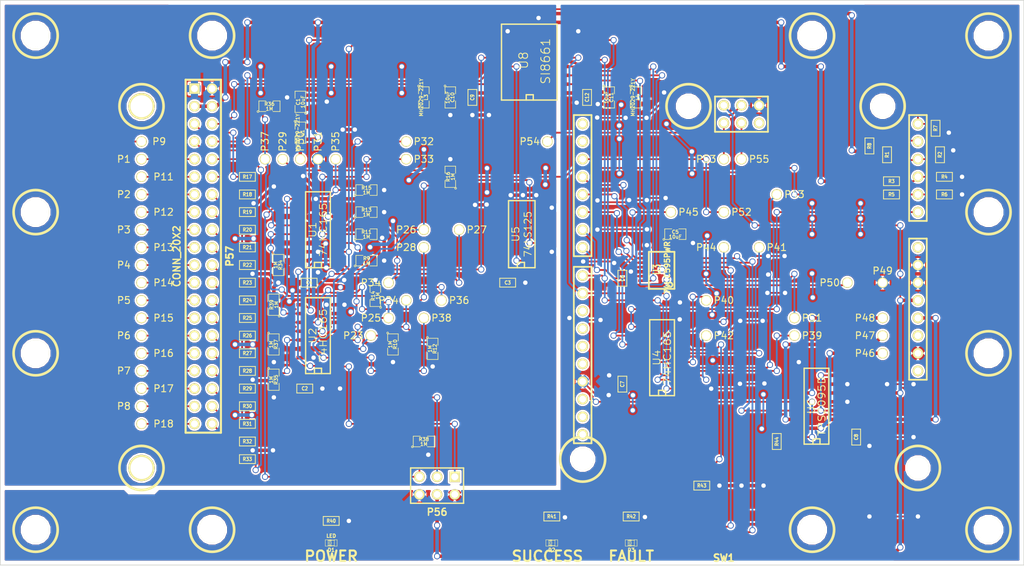
<source format=kicad_pcb>
(kicad_pcb (version 3) (host pcbnew "(2013-jul-07)-stable")
  (layers (15 F.Cu signal) (2 Inner2.Cu power) (1 Inner1.Cu power) (0 B.Cu signal) (18 B.Paste user) (19 F.Paste user) (20 B.SilkS user) (21 F.SilkS user) (22 B.Mask user) (23 F.Mask user) (28 Edge.Cuts user))
  (net 0 "")
  (net 1 +3.3V)
  (net 2 +5V)
  (net 3 /3.3V_BOGUS_ISO)
  (net 4 /3.3V_BOGUS_ISO_DATA)
  (net 5 /A1)
  (net 6 /A2)
  (net 7 /A3)
  (net 8 /A4)
  (net 9 /ADS129x_CLK_BOGUS_ISO)
  (net 10 /ADS129x_DAISY_IN_BOGUS_ISO)
  (net 11 /ADS129x_DOUT)
  (net 12 /ADS129x_DOUT_BOGUS_ISO)
  (net 13 /ADS129x_GPIO1_BOGUS_ISO)
  (net 14 /ADS129x_GPIO2_BOGUS_ISO)
  (net 15 /ADS129x_GPIO3_BOGUS_ISO)
  (net 16 /ADS129x_GPIO4_BOGUS_ISO)
  (net 17 /ADS129x_MOSI_BOGUS_ISO)
  (net 18 /ADS129x_SCLK_BOGUS_ISO)
  (net 19 /ADS129x_~CS~)
  (net 20 /ADS129x_~CS~_BOGUS_ISO)
  (net 21 /ADS129x_~DRDY~)
  (net 22 /ADS129x_~DRDY~_BOGUS_ISO)
  (net 23 /ARDUINO_VCC)
  (net 24 /BIASINV)
  (net 25 /BIASOUT_FILT)
  (net 26 /ENABLE_SHIELD)
  (net 27 /FAULT_LED)
  (net 28 /GO_BUTTON)
  (net 29 /IN1N)
  (net 30 /IN1N_LADDER)
  (net 31 /IN1P)
  (net 32 /IN1P_LADDER)
  (net 33 /IN2N)
  (net 34 /IN2N_LADDER)
  (net 35 /IN2P)
  (net 36 /IN2P_LADDER)
  (net 37 /IN3N)
  (net 38 /IN3N_LADDER)
  (net 39 /IN3P)
  (net 40 /IN3P_LADDER)
  (net 41 /IN4N)
  (net 42 /IN4N_LADDER)
  (net 43 /IN4P)
  (net 44 /IN4P_LADDER)
  (net 45 /IN5N)
  (net 46 /IN5N_LADDER)
  (net 47 /IN5P)
  (net 48 /IN5P_LADDER)
  (net 49 /IN6N)
  (net 50 /IN6N_LADDER)
  (net 51 /IN6P)
  (net 52 /IN6P_LADDER)
  (net 53 /IN7N)
  (net 54 /IN7N_LADDER)
  (net 55 /IN7P)
  (net 56 /IN7P_LADDER)
  (net 57 /IN8N)
  (net 58 /IN8N_LADDER)
  (net 59 /IN8P)
  (net 60 /IN8P_LADDER)
  (net 61 /LED1)
  (net 62 /LED2)
  (net 63 /LED3)
  (net 64 /MASTER)
  (net 65 /MASTER_AND_MASTER_CS)
  (net 66 /MASTER_BOGUS_ISO)
  (net 67 /MASTER_~CS~)
  (net 68 /MASTER_~DRDY~)
  (net 69 /MIDDLE_CARRY)
  (net 70 /MISO)
  (net 71 /MOSI)
  (net 72 /SCLK)
  (net 73 /SHIELD_3.3V)
  (net 74 /SHIELD_5V)
  (net 75 /SHIELD_VCC)
  (net 76 /SHIFT_CARRY)
  (net 77 /SHIFT_CARRY_BOGUS_ISO)
  (net 78 /SHIFT_CLK)
  (net 79 /SHIFT_CLK_BOGUS_ISO)
  (net 80 /SHIFT_EXT_CARRY_BOGUS_ISO)
  (net 81 /SHIFT_IN)
  (net 82 /SHIFT_OUT)
  (net 83 /SHIFT_OUT_RCLK)
  (net 84 /SHIFT_OUT_SRCLK)
  (net 85 /SHIFT_OUT_~SRCLR~)
  (net 86 /SHIFT_SH_~LD~)
  (net 87 /SHIFT_SH_~LD~_BOGUS_ISO)
  (net 88 /SIGNAL_A)
  (net 89 /SIGNAL_A_BOGUS_ISO)
  (net 90 /SIGNAL_A_LADDER)
  (net 91 /SIGNAL_B)
  (net 92 /SIGNAL_B_BOGUS_ISO)
  (net 93 /SIGNAL_B_LADDER)
  (net 94 /SLAVE_AND_SLAVE_CS)
  (net 95 /SLAVE_~CS~)
  (net 96 /SUCCESS_LED)
  (net 97 /VCC_DATA)
  (net 98 /VIN_BOGUS_ISO)
  (net 99 /~MASTER~)
  (net 100 /~SEND_TO_GND~_MASTER)
  (net 101 /~SEND_TO_GND~_MASTER_BOGUS_ISO)
  (net 102 /~SHIELD_SHORTED~)
  (net 103 GND)
  (net 104 GNDPWR)
  (net 105 VCC)
  (module Hole_M3 (layer F.Cu) (at 68.58 33.02)
    (fp_text reference Hole_M3 hide)
    (fp_text value VAL** hide)
    (pad "" np_thru_hole circle (at 0 0) (size 3.7973 3.7973) (drill 3.175) (layers *.Cu *.Mask F.SilkS))
  )
  (module Hole_M3 (layer F.Cu) (at 68.58 85.09)
    (fp_text reference Hole_M3 hide)
    (fp_text value VAL** hide)
    (pad "" np_thru_hole circle (at 0 0) (size 3.7973 3.7973) (drill 3.175) (layers *.Cu *.Mask F.SilkS))
  )
  (module POGO_PIN_BASE (layer F.Cu) (at 68.58 71.12)
    (fp_text reference P7 (at -2.54 0) (layer F.SilkS))
    (fp_text value CONN_1 hide)
    (pad 1 thru_hole circle (at 0 0) (size 1.5 1.5) (drill 1.2) (layers *.Cu *.Mask F.SilkS) (net 33 /IN2N))
  )
  (module POGO_PIN_BASE (layer F.Cu) (at 68.58 76.2)
    (fp_text reference P8 (at -2.54 0) (layer F.SilkS))
    (fp_text value CONN_1 hide)
    (pad 1 thru_hole circle (at 0 0) (size 1.5 1.5) (drill 1.2) (layers *.Cu *.Mask F.SilkS) (net 29 /IN1N))
  )
  (module POGO_PIN_BASE (layer F.Cu) (at 68.58 63.5)
    (fp_text reference P15 (at 3.175 0) (layer F.SilkS))
    (fp_text value CONN_1 hide)
    (pad 1 thru_hole circle (at 0 0) (size 1.5 1.5) (drill 1.2) (layers *.Cu *.Mask F.SilkS) (net 43 /IN4P))
  )
  (module POGO_PIN_BASE (layer F.Cu) (at 68.58 43.18)
    (fp_text reference P11 (at 3.175 0) (layer F.SilkS))
    (fp_text value CONN_1 hide)
    (pad 1 thru_hole circle (at 0 0) (size 1.5 1.5) (drill 1.2) (layers *.Cu *.Mask F.SilkS) (net 59 /IN8P))
  )
  (module POGO_PIN_BASE (layer F.Cu) (at 68.58 48.26)
    (fp_text reference P12 (at 3.175 0) (layer F.SilkS))
    (fp_text value CONN_1 hide)
    (pad 1 thru_hole circle (at 0 0) (size 1.5 1.5) (drill 1.2) (layers *.Cu *.Mask F.SilkS) (net 55 /IN7P))
  )
  (module POGO_PIN_BASE (layer F.Cu) (at 68.58 53.34)
    (fp_text reference P13 (at 3.175 0) (layer F.SilkS))
    (fp_text value CONN_1 hide)
    (pad 1 thru_hole circle (at 0 0) (size 1.5 1.5) (drill 1.2) (layers *.Cu *.Mask F.SilkS) (net 51 /IN6P))
  )
  (module POGO_PIN_BASE (layer F.Cu) (at 68.58 58.42)
    (fp_text reference P14 (at 3.175 0) (layer F.SilkS))
    (fp_text value CONN_1 hide)
    (pad 1 thru_hole circle (at 0 0) (size 1.5 1.5) (drill 1.2) (layers *.Cu *.Mask F.SilkS) (net 47 /IN5P))
  )
  (module POGO_PIN_BASE (layer F.Cu) (at 170.18 58.42)
    (fp_text reference P50 (at -2.54 0) (layer F.SilkS))
    (fp_text value CONN_1 hide)
    (pad 1 thru_hole circle (at 0 0) (size 1.5 1.5) (drill 1.2) (layers *.Cu *.Mask F.SilkS) (net 67 /MASTER_~CS~))
  )
  (module POGO_PIN_BASE (layer F.Cu) (at 68.58 66.04)
    (fp_text reference P6 (at -2.54 0) (layer F.SilkS))
    (fp_text value CONN_1 hide)
    (pad 1 thru_hole circle (at 0 0) (size 1.5 1.5) (drill 1.2) (layers *.Cu *.Mask F.SilkS) (net 37 /IN3N))
  )
  (module POGO_PIN_BASE (layer F.Cu) (at 68.58 60.96)
    (fp_text reference P5 (at -2.54 0) (layer F.SilkS))
    (fp_text value CONN_1 hide)
    (pad 1 thru_hole circle (at 0 0) (size 1.5 1.5) (drill 1.2) (layers *.Cu *.Mask F.SilkS) (net 41 /IN4N))
  )
  (module POGO_PIN_BASE (layer F.Cu) (at 68.58 55.88)
    (fp_text reference P4 (at -2.54 0) (layer F.SilkS))
    (fp_text value CONN_1 hide)
    (pad 1 thru_hole circle (at 0 0) (size 1.5 1.5) (drill 1.2) (layers *.Cu *.Mask F.SilkS) (net 45 /IN5N))
  )
  (module POGO_PIN_BASE (layer F.Cu) (at 68.58 50.8)
    (fp_text reference P3 (at -2.54 0) (layer F.SilkS))
    (fp_text value CONN_1 hide)
    (pad 1 thru_hole circle (at 0 0) (size 1.5 1.5) (drill 1.2) (layers *.Cu *.Mask F.SilkS) (net 49 /IN6N))
  )
  (module POGO_PIN_BASE (layer F.Cu) (at 68.58 45.72)
    (fp_text reference P2 (at -2.54 0) (layer F.SilkS))
    (fp_text value CONN_1 hide)
    (pad 1 thru_hole circle (at 0 0) (size 1.5 1.5) (drill 1.2) (layers *.Cu *.Mask F.SilkS) (net 53 /IN7N))
  )
  (module POGO_PIN_BASE (layer F.Cu) (at 68.58 40.64)
    (fp_text reference P1 (at -2.54 0) (layer F.SilkS))
    (fp_text value CONN_1 hide)
    (pad 1 thru_hole circle (at 0 0) (size 1.5 1.5) (drill 1.2) (layers *.Cu *.Mask F.SilkS) (net 57 /IN8N))
  )
  (module POGO_PIN_BASE (layer F.Cu) (at 109.22 63.5)
    (fp_text reference P38 (at 2.54 0) (layer F.SilkS))
    (fp_text value CONN_1 hide)
    (pad 1 thru_hole circle (at 0 0) (size 1.5 1.5) (drill 1.2) (layers *.Cu *.Mask F.SilkS) (net 9 /ADS129x_CLK_BOGUS_ISO))
  )
  (module POGO_PIN_BASE (layer F.Cu) (at 68.58 68.58)
    (fp_text reference P16 (at 3.175 0) (layer F.SilkS))
    (fp_text value CONN_1 hide)
    (pad 1 thru_hole circle (at 0 0) (size 1.5 1.5) (drill 1.2) (layers *.Cu *.Mask F.SilkS) (net 39 /IN3P))
  )
  (module POGO_PIN_BASE (layer F.Cu) (at 68.58 73.66)
    (fp_text reference P17 (at 3.175 0) (layer F.SilkS))
    (fp_text value CONN_1 hide)
    (pad 1 thru_hole circle (at 0 0) (size 1.5 1.5) (drill 1.2) (layers *.Cu *.Mask F.SilkS) (net 35 /IN2P))
  )
  (module POGO_PIN_BASE (layer F.Cu) (at 68.58 78.74)
    (fp_text reference P18 (at 3.175 0) (layer F.SilkS))
    (fp_text value CONN_1 hide)
    (pad 1 thru_hole circle (at 0 0) (size 1.5 1.5) (drill 1.2) (layers *.Cu *.Mask F.SilkS) (net 31 /IN1P))
  )
  (module POGO_PIN_BASE (layer F.Cu) (at 68.58 38.1)
    (fp_text reference P9 (at 2.54 0) (layer F.SilkS))
    (fp_text value CONN_1 hide)
    (pad 1 thru_hole circle (at 0 0) (size 1.5 1.5) (drill 1.2) (layers *.Cu *.Mask F.SilkS) (net 25 /BIASOUT_FILT))
  )
  (module POGO_PIN_BASE (layer F.Cu) (at 175.26 68.58)
    (fp_text reference P46 (at -2.54 0) (layer F.SilkS))
    (fp_text value CONN_1 hide)
    (pad 1 thru_hole circle (at 0 0) (size 1.5 1.5) (drill 1.2) (layers *.Cu *.Mask F.SilkS) (net 75 /SHIELD_VCC))
  )
  (module POGO_PIN_BASE (layer F.Cu) (at 175.26 66.04)
    (fp_text reference P47 (at -2.54 0) (layer F.SilkS))
    (fp_text value CONN_1 hide)
    (pad 1 thru_hole circle (at 0 0) (size 1.5 1.5) (drill 1.2) (layers *.Cu *.Mask F.SilkS) (net 73 /SHIELD_3.3V))
  )
  (module POGO_PIN_BASE (layer F.Cu) (at 175.26 63.5)
    (fp_text reference P48 (at -2.54 0) (layer F.SilkS))
    (fp_text value CONN_1 hide)
    (pad 1 thru_hole circle (at 0 0) (size 1.5 1.5) (drill 1.2) (layers *.Cu *.Mask F.SilkS) (net 74 /SHIELD_5V))
  )
  (module POGO_PIN_BASE (layer F.Cu) (at 175.26 58.42)
    (fp_text reference P49 (at 0 -1.7) (layer F.SilkS))
    (fp_text value CONN_1 hide)
    (pad 1 thru_hole circle (at 0 0) (size 1.5 1.5) (drill 1.2) (layers *.Cu *.Mask F.SilkS) (net 104 GNDPWR))
  )
  (module POGO_PIN_BASE (layer F.Cu) (at 88.9 40.64)
    (fp_text reference P29 (at 0 -2.54 90) (layer F.SilkS))
    (fp_text value CONN_1 hide)
    (pad 1 thru_hole circle (at 0 0) (size 1.5 1.5) (drill 1.2) (layers *.Cu *.Mask F.SilkS) (net 98 /VIN_BOGUS_ISO))
  )
  (module POGO_PIN_BASE (layer F.Cu) (at 162.56 63.5)
    (fp_text reference P51 (at 2.54 0) (layer F.SilkS))
    (fp_text value CONN_1 hide)
    (pad 1 thru_hole circle (at 0 0) (size 1.5 1.5) (drill 1.2) (layers *.Cu *.Mask F.SilkS) (net 95 /SLAVE_~CS~))
  )
  (module POGO_PIN_BASE (layer F.Cu) (at 152.4 48.26)
    (fp_text reference P52 (at 2.54 0) (layer F.SilkS))
    (fp_text value CONN_1 hide)
    (pad 1 thru_hole circle (at 0 0) (size 1.5 1.5) (drill 1.2) (layers *.Cu *.Mask F.SilkS) (net 68 /MASTER_~DRDY~))
  )
  (module POGO_PIN_BASE (layer F.Cu) (at 152.4 40.64)
    (fp_text reference P53 (at -2.54 0) (layer F.SilkS))
    (fp_text value CONN_1 hide)
    (pad 1 thru_hole circle (at 0 0) (size 1.5 1.5) (drill 1.2) (layers *.Cu *.Mask F.SilkS) (net 70 /MISO))
  )
  (module POGO_PIN_BASE (layer F.Cu) (at 127 38.1)
    (fp_text reference P54 (at -2.54 0) (layer F.SilkS))
    (fp_text value CONN_1 hide)
    (pad 1 thru_hole circle (at 0 0) (size 1.5 1.5) (drill 1.2) (layers *.Cu *.Mask F.SilkS) (net 71 /MOSI))
  )
  (module POGO_PIN_BASE (layer F.Cu) (at 154.94 40.64)
    (fp_text reference P55 (at 2.54 0) (layer F.SilkS))
    (fp_text value CONN_1 hide)
    (pad 1 thru_hole circle (at 0 0) (size 1.5 1.5) (drill 1.2) (layers *.Cu *.Mask F.SilkS) (net 72 /SCLK))
  )
  (module POGO_PIN_BASE (layer F.Cu) (at 111.76 60.96)
    (fp_text reference P36 (at 2.54 0) (layer F.SilkS))
    (fp_text value CONN_1 hide)
    (pad 1 thru_hole circle (at 0 0) (size 1.5 1.5) (drill 1.2) (layers *.Cu *.Mask F.SilkS) (net 10 /ADS129x_DAISY_IN_BOGUS_ISO))
  )
  (module POGO_PIN_BASE (layer F.Cu) (at 162.56 66.04)
    (fp_text reference P39 (at 2.54 0) (layer F.SilkS))
    (fp_text value CONN_1 hide)
    (pad 1 thru_hole circle (at 0 0) (size 1.5 1.5) (drill 1.2) (layers *.Cu *.Mask F.SilkS) (net 94 /SLAVE_AND_SLAVE_CS))
  )
  (module POGO_PIN_BASE (layer F.Cu) (at 149.86 60.96)
    (fp_text reference P40 (at 2.54 0) (layer F.SilkS))
    (fp_text value CONN_1 hide)
    (pad 1 thru_hole circle (at 0 0) (size 1.5 1.5) (drill 1.2) (layers *.Cu *.Mask F.SilkS) (net 65 /MASTER_AND_MASTER_CS))
  )
  (module POGO_PIN_BASE (layer F.Cu) (at 157.48 53.34)
    (fp_text reference P41 (at 2.54 0) (layer F.SilkS))
    (fp_text value CONN_1 hide)
    (pad 1 thru_hole circle (at 0 0) (size 1.5 1.5) (drill 1.2) (layers *.Cu *.Mask F.SilkS) (net 99 /~MASTER~))
  )
  (module POGO_PIN_BASE (layer F.Cu) (at 149.86 66.04)
    (fp_text reference P42 (at 2.54 0) (layer F.SilkS))
    (fp_text value CONN_1 hide)
    (pad 1 thru_hole circle (at 0 0) (size 1.5 1.5) (drill 1.2) (layers *.Cu *.Mask F.SilkS) (net 19 /ADS129x_~CS~))
  )
  (module POGO_PIN_BASE (layer F.Cu) (at 160.02 45.72)
    (fp_text reference P43 (at 2.54 0) (layer F.SilkS))
    (fp_text value CONN_1 hide)
    (pad 1 thru_hole circle (at 0 0) (size 1.5 1.5) (drill 1.2) (layers *.Cu *.Mask F.SilkS) (net 64 /MASTER))
  )
  (module POGO_PIN_BASE (layer F.Cu) (at 152.4 53.34)
    (fp_text reference P44 (at -2.54 0) (layer F.SilkS))
    (fp_text value CONN_1 hide)
    (pad 1 thru_hole circle (at 0 0) (size 1.5 1.5) (drill 1.2) (layers *.Cu *.Mask F.SilkS) (net 11 /ADS129x_DOUT))
  )
  (module POGO_PIN_BASE (layer F.Cu) (at 144.78 48.26)
    (fp_text reference P45 (at 2.54 0) (layer F.SilkS))
    (fp_text value CONN_1 hide)
    (pad 1 thru_hole circle (at 0 0) (size 1.5 1.5) (drill 1.2) (layers *.Cu *.Mask F.SilkS) (net 21 /ADS129x_~DRDY~))
  )
  (module POGO_PIN_BASE (layer F.Cu) (at 101.6 66.04)
    (fp_text reference P23 (at -2.54 0) (layer F.SilkS))
    (fp_text value CONN_1 hide)
    (pad 1 thru_hole circle (at 0 0) (size 1.5 1.5) (drill 1.2) (layers *.Cu *.Mask F.SilkS) (net 17 /ADS129x_MOSI_BOGUS_ISO))
  )
  (module POGO_PIN_BASE (layer F.Cu) (at 106.68 60.96)
    (fp_text reference P24 (at -2.54 0) (layer F.SilkS))
    (fp_text value CONN_1 hide)
    (pad 1 thru_hole circle (at 0 0) (size 1.5 1.5) (drill 1.2) (layers *.Cu *.Mask F.SilkS) (net 18 /ADS129x_SCLK_BOGUS_ISO))
  )
  (module POGO_PIN_BASE (layer F.Cu) (at 104.14 63.5)
    (fp_text reference P25 (at -2.54 0) (layer F.SilkS))
    (fp_text value CONN_1 hide)
    (pad 1 thru_hole circle (at 0 0) (size 1.5 1.5) (drill 1.2) (layers *.Cu *.Mask F.SilkS) (net 20 /ADS129x_~CS~_BOGUS_ISO))
  )
  (module POGO_PIN_BASE (layer F.Cu) (at 109.22 50.8)
    (fp_text reference P26 (at -2.54 0) (layer F.SilkS))
    (fp_text value CONN_1 hide)
    (pad 1 thru_hole circle (at 0 0) (size 1.5 1.5) (drill 1.2) (layers *.Cu *.Mask F.SilkS) (net 66 /MASTER_BOGUS_ISO))
  )
  (module POGO_PIN_BASE (layer F.Cu) (at 114.3 50.8)
    (fp_text reference P27 (at 2.54 0) (layer F.SilkS))
    (fp_text value CONN_1 hide)
    (pad 1 thru_hole circle (at 0 0) (size 1.5 1.5) (drill 1.2) (layers *.Cu *.Mask F.SilkS) (net 12 /ADS129x_DOUT_BOGUS_ISO))
  )
  (module POGO_PIN_BASE (layer F.Cu) (at 109.22 53.34)
    (fp_text reference P28 (at -2.54 0) (layer F.SilkS))
    (fp_text value CONN_1 hide)
    (pad 1 thru_hole circle (at 0 0) (size 1.5 1.5) (drill 1.2) (layers *.Cu *.Mask F.SilkS) (net 22 /ADS129x_~DRDY~_BOGUS_ISO))
  )
  (module POGO_PIN_BASE (layer F.Cu) (at 91.44 40.64)
    (fp_text reference P30 (at 0 -2.54 90) (layer F.SilkS))
    (fp_text value CONN_1 hide)
    (pad 1 thru_hole circle (at 0 0) (size 1.5 1.5) (drill 1.2) (layers *.Cu *.Mask F.SilkS) (net 3 /3.3V_BOGUS_ISO))
  )
  (module POGO_PIN_BASE (layer F.Cu) (at 93.98 40.64)
    (fp_text reference P31 (at 0 -2.54 90) (layer F.SilkS))
    (fp_text value CONN_1 hide)
    (pad 1 thru_hole circle (at 0 0) (size 1.5 1.5) (drill 1.2) (layers *.Cu *.Mask F.SilkS) (net 103 GND))
  )
  (module POGO_PIN_BASE (layer F.Cu) (at 106.68 38.1)
    (fp_text reference P32 (at 2.54 0) (layer F.SilkS))
    (fp_text value CONN_1 hide)
    (pad 1 thru_hole circle (at 0 0) (size 1.5 1.5) (drill 1.2) (layers *.Cu *.Mask F.SilkS) (net 13 /ADS129x_GPIO1_BOGUS_ISO))
  )
  (module POGO_PIN_BASE (layer F.Cu) (at 106.68 40.64)
    (fp_text reference P33 (at 2.54 0) (layer F.SilkS))
    (fp_text value CONN_1 hide)
    (pad 1 thru_hole circle (at 0 0) (size 1.5 1.5) (drill 1.2) (layers *.Cu *.Mask F.SilkS) (net 14 /ADS129x_GPIO2_BOGUS_ISO))
  )
  (module POGO_PIN_BASE (layer F.Cu) (at 104.14 58.42)
    (fp_text reference P34 (at -2.54 0) (layer F.SilkS))
    (fp_text value CONN_1 hide)
    (pad 1 thru_hole circle (at 0 0) (size 1.5 1.5) (drill 1.2) (layers *.Cu *.Mask F.SilkS) (net 15 /ADS129x_GPIO3_BOGUS_ISO))
  )
  (module POGO_PIN_BASE (layer F.Cu) (at 96.52 40.64)
    (fp_text reference P35 (at 0 -2.54 90) (layer F.SilkS))
    (fp_text value CONN_1 hide)
    (pad 1 thru_hole circle (at 0 0) (size 1.5 1.5) (drill 1.2) (layers *.Cu *.Mask F.SilkS) (net 16 /ADS129x_GPIO4_BOGUS_ISO))
  )
  (module POGO_PIN_BASE (layer F.Cu) (at 86.36 40.64)
    (fp_text reference P37 (at 0 -2.54 90) (layer F.SilkS))
    (fp_text value CONN_1 hide)
    (pad 1 thru_hole circle (at 0 0) (size 1.5 1.5) (drill 1.2) (layers *.Cu *.Mask F.SilkS) (net 24 /BIASINV))
  )
  (module arduino_shield_with_holes (layer F.Cu) (at 154.94 54.61 90)
    (fp_text reference P19 hide)
    (fp_text value ARDUINO_SHIELD hide)
    (pad 90 thru_hole circle (at -16.51 25.4 90) (size 1.524 1.524) (drill 1.00076) (layers *.Cu *.Mask F.SilkS))
    (pad 91 thru_hole circle (at -13.97 25.4 90) (size 1.524 1.524) (drill 1.00076) (layers *.Cu *.Mask F.SilkS) (net 23 /ARDUINO_VCC))
    (pad 92 thru_hole circle (at -11.43 25.4 90) (size 1.524 1.524) (drill 1.00076) (layers *.Cu *.Mask F.SilkS))
    (pad 93 thru_hole circle (at -8.89 25.4 90) (size 1.524 1.524) (drill 1.00076) (layers *.Cu *.Mask F.SilkS) (net 1 +3.3V))
    (pad 94 thru_hole circle (at -6.35 25.4 90) (size 1.524 1.524) (drill 1.00076) (layers *.Cu *.Mask F.SilkS) (net 2 +5V))
    (pad 95 thru_hole circle (at -3.81 25.4 90) (size 1.524 1.524) (drill 1.00076) (layers *.Cu *.Mask F.SilkS) (net 104 GNDPWR))
    (pad 96 thru_hole circle (at -1.27 25.4 90) (size 1.524 1.524) (drill 1.00076) (layers *.Cu *.Mask F.SilkS) (net 104 GNDPWR))
    (pad 97 thru_hole circle (at 1.27 25.4 90) (size 1.524 1.524) (drill 1.00076) (layers *.Cu *.Mask F.SilkS))
    (pad 54 thru_hole circle (at 6.35 25.4 90) (size 1.524 1.524) (drill 1.00076) (layers *.Cu *.Mask F.SilkS) (net 81 /SHIFT_IN))
    (pad 55 thru_hole circle (at 8.89 25.4 90) (size 1.524 1.524) (drill 1.00076) (layers *.Cu *.Mask F.SilkS) (net 5 /A1))
    (pad 56 thru_hole circle (at 11.43 25.4 90) (size 1.524 1.524) (drill 1.00076) (layers *.Cu *.Mask F.SilkS) (net 6 /A2))
    (pad 57 thru_hole circle (at 13.97 25.4 90) (size 1.524 1.524) (drill 1.00076) (layers *.Cu *.Mask F.SilkS) (net 7 /A3))
    (pad 58 thru_hole circle (at 16.51 25.4 90) (size 1.524 1.524) (drill 1.00076) (layers *.Cu *.Mask F.SilkS) (net 8 /A4))
    (pad 59 thru_hole circle (at 19.05 25.4 90) (size 1.524 1.524) (drill 1.00076) (layers *.Cu *.Mask F.SilkS) (net 25 /BIASOUT_FILT))
    (pad 74 thru_hole circle (at 19.177 -2.54 90) (size 1.524 1.524) (drill 1.00076) (layers *.Cu *.Mask F.SilkS) (net 70 /MISO))
    (pad 76 thru_hole circle (at 19.177 0 90) (size 1.524 1.524) (drill 1.00076) (layers *.Cu *.Mask F.SilkS) (net 72 /SCLK))
    (pad 89 thru_hole circle (at 19.177 2.54 90) (size 1.524 1.524) (drill 1.00076) (layers *.Cu *.Mask F.SilkS))
    (pad 87 thru_hole circle (at 21.717 2.54 90) (size 1.524 1.524) (drill 1.00076) (layers *.Cu *.Mask F.SilkS) (net 104 GNDPWR))
    (pad 75 thru_hole circle (at 21.717 0 90) (size 1.524 1.524) (drill 1.00076) (layers *.Cu *.Mask F.SilkS) (net 71 /MOSI))
    (pad 88 thru_hole circle (at 21.717 -2.54 90) (size 1.524 1.524) (drill 1.00076) (layers *.Cu *.Mask F.SilkS) (net 2 +5V))
    (pad 0 thru_hole circle (at 19.05 -22.86 90) (size 1.524 1.524) (drill 1.00076) (layers *.Cu *.Mask F.SilkS))
    (pad 1 thru_hole circle (at 16.51 -22.86 90) (size 1.524 1.524) (drill 1.00076) (layers *.Cu *.Mask F.SilkS))
    (pad 2 thru_hole circle (at 13.97 -22.86 90) (size 1.524 1.524) (drill 1.00076) (layers *.Cu *.Mask F.SilkS) (net 68 /MASTER_~DRDY~))
    (pad 3 thru_hole circle (at 11.43 -22.86 90) (size 1.524 1.524) (drill 1.00076) (layers *.Cu *.Mask F.SilkS) (net 85 /SHIFT_OUT_~SRCLR~))
    (pad 4 thru_hole circle (at 8.89 -22.86 90) (size 1.524 1.524) (drill 1.00076) (layers *.Cu *.Mask F.SilkS) (net 84 /SHIFT_OUT_SRCLK))
    (pad 5 thru_hole circle (at 6.35 -22.86 90) (size 1.524 1.524) (drill 1.00076) (layers *.Cu *.Mask F.SilkS) (net 83 /SHIFT_OUT_RCLK))
    (pad 6 thru_hole circle (at 3.81 -22.86 90) (size 1.524 1.524) (drill 1.00076) (layers *.Cu *.Mask F.SilkS) (net 82 /SHIFT_OUT))
    (pad 7 thru_hole circle (at 1.27 -22.86 90) (size 1.524 1.524) (drill 1.00076) (layers *.Cu *.Mask F.SilkS) (net 102 /~SHIELD_SHORTED~))
    (pad 8 thru_hole circle (at -2.794 -22.86 90) (size 1.524 1.524) (drill 1.00076) (layers *.Cu *.Mask F.SilkS) (net 78 /SHIFT_CLK))
    (pad 9 thru_hole circle (at -5.334 -22.86 90) (size 1.524 1.524) (drill 1.00076) (layers *.Cu *.Mask F.SilkS) (net 86 /SHIFT_SH_~LD~))
    (pad 10 thru_hole circle (at -7.874 -22.86 90) (size 1.524 1.524) (drill 1.00076) (layers *.Cu *.Mask F.SilkS))
    (pad 11 thru_hole circle (at -10.414 -22.86 90) (size 1.524 1.524) (drill 1.00076) (layers *.Cu *.Mask F.SilkS))
    (pad 12 thru_hole circle (at -12.954 -22.86 90) (size 1.524 1.524) (drill 1.00076) (layers *.Cu *.Mask F.SilkS))
    (pad 13 thru_hole circle (at -15.494 -22.86 90) (size 1.524 1.524) (drill 1.00076) (layers *.Cu *.Mask F.SilkS))
    (pad 99 thru_hole circle (at -18.034 -22.86 90) (size 1.524 1.524) (drill 1.00076) (layers *.Cu *.Mask F.SilkS) (net 104 GNDPWR))
    (pad 98 thru_hole circle (at -20.574 -22.86 90) (size 1.524 1.524) (drill 1.00076) (layers *.Cu *.Mask F.SilkS))
    (pad 70 thru_hole circle (at -23.114 -22.86 90) (size 1.524 1.524) (drill 1.00076) (layers *.Cu *.Mask F.SilkS))
    (pad 71 thru_hole circle (at -25.654 -22.86 90) (size 1.524 1.524) (drill 1.00076) (layers *.Cu *.Mask F.SilkS))
    (pad "" np_thru_hole circle (at -29.21 -22.86 90) (size 3.175 3.175) (drill 3.175) (layers *.Cu *.Mask F.SilkS))
    (pad "" np_thru_hole circle (at 21.59 -7.62 90) (size 3.175 3.175) (drill 3.175) (layers *.Cu *.Mask F.SilkS))
    (pad "" np_thru_hole circle (at -30.48 25.4 90) (size 3.175 3.175) (drill 3.175) (layers *.Cu *.Mask F.SilkS))
    (pad "" np_thru_hole circle (at 21.59 20.32 90) (size 3.175 3.175) (drill 3.175) (layers *.Cu *.Mask F.SilkS))
  )
  (module TSSOP16 (layer F.Cu) (at 143.51 56.515 90)
    (fp_text reference U3 (at 0 -0.7493 90) (layer F.SilkS) (effects (font (size 1.016 0.762) (thickness 0.1905))))
    (fp_text value 74HC595PWR (at 0.24892 0.7493 90) (layer F.SilkS) (effects (font (size 0.762 0.762) (thickness 0.1905))))
    (pad 1 smd rect (at -2.27584 2.79908 90) (size 0.381 1.27) (layers F.Cu F.Paste F.Mask) (net 67 /MASTER_~CS~))
    (pad 2 smd rect (at -1.6256 2.79908 90) (size 0.381 1.27) (layers F.Cu F.Paste F.Mask) (net 95 /SLAVE_~CS~))
    (pad 3 smd rect (at -0.97536 2.79908 90) (size 0.381 1.27) (layers F.Cu F.Paste F.Mask) (net 88 /SIGNAL_A))
    (pad 4 smd rect (at -0.32512 2.79908 90) (size 0.381 1.27) (layers F.Cu F.Paste F.Mask) (net 91 /SIGNAL_B))
    (pad 5 smd rect (at 0.32512 2.79908 90) (size 0.381 1.27) (layers F.Cu F.Paste F.Mask) (net 96 /SUCCESS_LED))
    (pad 6 smd rect (at 0.97536 2.79908 90) (size 0.381 1.27) (layers F.Cu F.Paste F.Mask) (net 27 /FAULT_LED))
    (pad 7 smd rect (at 1.6256 2.79908 90) (size 0.381 1.27) (layers F.Cu F.Paste F.Mask) (net 26 /ENABLE_SHIELD))
    (pad 8 smd rect (at 2.27584 2.79908 90) (size 0.381 1.27) (layers F.Cu F.Paste F.Mask) (net 104 GNDPWR))
    (pad 9 smd rect (at 2.27584 -2.79908 90) (size 0.381 1.27) (layers F.Cu F.Paste F.Mask))
    (pad 10 smd rect (at 1.6256 -2.79908 90) (size 0.381 1.27) (layers F.Cu F.Paste F.Mask) (net 85 /SHIFT_OUT_~SRCLR~))
    (pad 11 smd rect (at 0.97536 -2.79908 90) (size 0.381 1.27) (layers F.Cu F.Paste F.Mask) (net 84 /SHIFT_OUT_SRCLK))
    (pad 12 smd rect (at 0.32512 -2.79908 90) (size 0.381 1.27) (layers F.Cu F.Paste F.Mask) (net 83 /SHIFT_OUT_RCLK))
    (pad 13 smd rect (at -0.32512 -2.79908 90) (size 0.381 1.27) (layers F.Cu F.Paste F.Mask) (net 104 GNDPWR))
    (pad 14 smd rect (at -0.97536 -2.79908 90) (size 0.381 1.27) (layers F.Cu F.Paste F.Mask) (net 82 /SHIFT_OUT))
    (pad 15 smd rect (at -1.6256 -2.79908 90) (size 0.381 1.27) (layers F.Cu F.Paste F.Mask) (net 100 /~SEND_TO_GND~_MASTER))
    (pad 16 smd rect (at -2.27584 -2.79908 90) (size 0.381 1.27) (layers F.Cu F.Paste F.Mask) (net 23 /ARDUINO_VCC))
  )
  (module SO16W (layer F.Cu) (at 124.46 26.67 90)
    (fp_text reference U8 (at 0.254 -0.889 90) (layer F.SilkS) (effects (font (size 1.27 1.27) (thickness 0.127))))
    (fp_text value SI8661 (at 0.127 2.286 90) (layer F.SilkS) (effects (font (size 1.27 1.27) (thickness 0.127))))
    (pad 1 smd rect (at -4.445 5.08 90) (size 0.508 1.143) (layers F.Cu F.Paste F.Mask) (net 97 /VCC_DATA))
    (pad 2 smd rect (at -3.175 5.08 90) (size 0.508 1.143) (layers F.Cu F.Paste F.Mask) (net 88 /SIGNAL_A))
    (pad 3 smd rect (at -1.905 5.08 90) (size 0.508 1.143) (layers F.Cu F.Paste F.Mask) (net 91 /SIGNAL_B))
    (pad 4 smd rect (at -0.635 5.08 90) (size 0.508 1.143) (layers F.Cu F.Paste F.Mask) (net 100 /~SEND_TO_GND~_MASTER))
    (pad 5 smd rect (at 0.635 5.08 90) (size 0.508 1.143) (layers F.Cu F.Paste F.Mask) (net 86 /SHIFT_SH_~LD~))
    (pad 6 smd rect (at 1.905 5.08 90) (size 0.508 1.143) (layers F.Cu F.Paste F.Mask) (net 78 /SHIFT_CLK))
    (pad 7 smd rect (at 3.175 5.08 90) (size 0.508 1.143) (layers F.Cu F.Paste F.Mask) (net 76 /SHIFT_CARRY))
    (pad 8 smd rect (at 4.445 5.08 90) (size 0.508 1.143) (layers F.Cu F.Paste F.Mask) (net 104 GNDPWR))
    (pad 9 smd rect (at 4.445 -5.08 90) (size 0.508 1.143) (layers F.Cu F.Paste F.Mask) (net 103 GND))
    (pad 10 smd rect (at 3.175 -5.08 90) (size 0.508 1.143) (layers F.Cu F.Paste F.Mask) (net 77 /SHIFT_CARRY_BOGUS_ISO))
    (pad 11 smd rect (at 1.905 -5.08 90) (size 0.508 1.143) (layers F.Cu F.Paste F.Mask) (net 79 /SHIFT_CLK_BOGUS_ISO))
    (pad 12 smd rect (at 0.635 -5.08 90) (size 0.508 1.143) (layers F.Cu F.Paste F.Mask) (net 87 /SHIFT_SH_~LD~_BOGUS_ISO))
    (pad 13 smd rect (at -0.635 -5.08 90) (size 0.508 1.143) (layers F.Cu F.Paste F.Mask) (net 101 /~SEND_TO_GND~_MASTER_BOGUS_ISO))
    (pad 14 smd rect (at -1.905 -5.08 90) (size 0.508 1.143) (layers F.Cu F.Paste F.Mask) (net 92 /SIGNAL_B_BOGUS_ISO))
    (pad 15 smd rect (at -3.175 -5.08 90) (size 0.508 1.143) (layers F.Cu F.Paste F.Mask) (net 89 /SIGNAL_A_BOGUS_ISO))
    (pad 16 smd rect (at -4.445 -5.08 90) (size 0.508 1.143) (layers F.Cu F.Paste F.Mask) (net 4 /3.3V_BOGUS_ISO_DATA))
  )
  (module SO16E (layer F.Cu) (at 165.735 76.2 90)
    (fp_text reference U6 (at 0 -0.762 90) (layer F.SilkS) (effects (font (size 1.016 1.143) (thickness 0.127))))
    (fp_text value TPS2095D (at 0 0.762 90) (layer F.SilkS) (effects (font (size 1.016 1.143) (thickness 0.127))))
    (pad 1 smd rect (at -4.445 2.54 90) (size 0.508 1.143) (layers F.Cu F.Paste F.Mask) (net 104 GNDPWR))
    (pad 2 smd rect (at -3.175 2.54 90) (size 0.508 1.143) (layers F.Cu F.Paste F.Mask) (net 23 /ARDUINO_VCC))
    (pad 3 smd rect (at -1.905 2.54 90) (size 0.508 1.143) (layers F.Cu F.Paste F.Mask) (net 1 +3.3V))
    (pad 4 smd rect (at -0.635 2.54 90) (size 0.508 1.143) (layers F.Cu F.Paste F.Mask) (net 26 /ENABLE_SHIELD))
    (pad 5 smd rect (at 0.635 2.54 90) (size 0.508 1.143) (layers F.Cu F.Paste F.Mask) (net 104 GNDPWR))
    (pad 6 smd rect (at 1.905 2.54 90) (size 0.508 1.143) (layers F.Cu F.Paste F.Mask) (net 2 +5V))
    (pad 7 smd rect (at 3.175 2.54 90) (size 0.508 1.143) (layers F.Cu F.Paste F.Mask) (net 104 GNDPWR))
    (pad 8 smd rect (at 4.445 2.54 90) (size 0.508 1.143) (layers F.Cu F.Paste F.Mask) (net 26 /ENABLE_SHIELD))
    (pad 9 smd rect (at 4.445 -2.54 90) (size 0.508 1.143) (layers F.Cu F.Paste F.Mask) (net 104 GNDPWR))
    (pad 10 smd rect (at 3.175 -2.54 90) (size 0.508 1.143) (layers F.Cu F.Paste F.Mask))
    (pad 11 smd rect (at 1.905 -2.54 90) (size 0.508 1.143) (layers F.Cu F.Paste F.Mask) (net 74 /SHIELD_5V))
    (pad 12 smd rect (at 0.635 -2.54 90) (size 0.508 1.143) (layers F.Cu F.Paste F.Mask) (net 102 /~SHIELD_SHORTED~))
    (pad 13 smd rect (at -0.635 -2.54 90) (size 0.508 1.143) (layers F.Cu F.Paste F.Mask) (net 26 /ENABLE_SHIELD))
    (pad 14 smd rect (at -1.905 -2.54 90) (size 0.508 1.143) (layers F.Cu F.Paste F.Mask) (net 73 /SHIELD_3.3V))
    (pad 15 smd rect (at -3.175 -2.54 90) (size 0.508 1.143) (layers F.Cu F.Paste F.Mask) (net 75 /SHIELD_VCC))
    (pad 16 smd rect (at -4.445 -2.54 90) (size 0.508 1.143) (layers F.Cu F.Paste F.Mask) (net 102 /~SHIELD_SHORTED~))
  )
  (module SO16E (layer F.Cu) (at 143.51 69.215 90)
    (fp_text reference U4 (at 0 -0.762 90) (layer F.SilkS) (effects (font (size 1.016 1.143) (thickness 0.127))))
    (fp_text value 74HC165 (at 0 0.762 90) (layer F.SilkS) (effects (font (size 1.016 1.143) (thickness 0.127))))
    (pad 1 smd rect (at -4.445 2.54 90) (size 0.508 1.143) (layers F.Cu F.Paste F.Mask) (net 86 /SHIFT_SH_~LD~))
    (pad 2 smd rect (at -3.175 2.54 90) (size 0.508 1.143) (layers F.Cu F.Paste F.Mask) (net 78 /SHIFT_CLK))
    (pad 3 smd rect (at -1.905 2.54 90) (size 0.508 1.143) (layers F.Cu F.Paste F.Mask) (net 94 /SLAVE_AND_SLAVE_CS))
    (pad 4 smd rect (at -0.635 2.54 90) (size 0.508 1.143) (layers F.Cu F.Paste F.Mask) (net 65 /MASTER_AND_MASTER_CS))
    (pad 5 smd rect (at 0.635 2.54 90) (size 0.508 1.143) (layers F.Cu F.Paste F.Mask) (net 99 /~MASTER~))
    (pad 6 smd rect (at 1.905 2.54 90) (size 0.508 1.143) (layers F.Cu F.Paste F.Mask) (net 28 /GO_BUTTON))
    (pad 7 smd rect (at 3.175 2.54 90) (size 0.508 1.143) (layers F.Cu F.Paste F.Mask))
    (pad 8 smd rect (at 4.445 2.54 90) (size 0.508 1.143) (layers F.Cu F.Paste F.Mask) (net 104 GNDPWR))
    (pad 9 smd rect (at 4.445 -2.54 90) (size 0.508 1.143) (layers F.Cu F.Paste F.Mask) (net 81 /SHIFT_IN))
    (pad 10 smd rect (at 3.175 -2.54 90) (size 0.508 1.143) (layers F.Cu F.Paste F.Mask) (net 76 /SHIFT_CARRY))
    (pad 11 smd rect (at 1.905 -2.54 90) (size 0.508 1.143) (layers F.Cu F.Paste F.Mask) (net 21 /ADS129x_~DRDY~))
    (pad 12 smd rect (at 0.635 -2.54 90) (size 0.508 1.143) (layers F.Cu F.Paste F.Mask) (net 11 /ADS129x_DOUT))
    (pad 13 smd rect (at -0.635 -2.54 90) (size 0.508 1.143) (layers F.Cu F.Paste F.Mask) (net 64 /MASTER))
    (pad 14 smd rect (at -1.905 -2.54 90) (size 0.508 1.143) (layers F.Cu F.Paste F.Mask) (net 19 /ADS129x_~CS~))
    (pad 15 smd rect (at -3.175 -2.54 90) (size 0.508 1.143) (layers F.Cu F.Paste F.Mask) (net 104 GNDPWR))
    (pad 16 smd rect (at -4.445 -2.54 90) (size 0.508 1.143) (layers F.Cu F.Paste F.Mask) (net 23 /ARDUINO_VCC))
  )
  (module SO16E (layer F.Cu) (at 93.98 66.04 90)
    (fp_text reference U2 (at 0 -0.762 90) (layer F.SilkS) (effects (font (size 1.016 1.143) (thickness 0.127))))
    (fp_text value 74HC165 (at 0 0.762 90) (layer F.SilkS) (effects (font (size 1.016 1.143) (thickness 0.127))))
    (pad 1 smd rect (at -4.445 2.54 90) (size 0.508 1.143) (layers F.Cu F.Paste F.Mask) (net 87 /SHIFT_SH_~LD~_BOGUS_ISO))
    (pad 2 smd rect (at -3.175 2.54 90) (size 0.508 1.143) (layers F.Cu F.Paste F.Mask) (net 79 /SHIFT_CLK_BOGUS_ISO))
    (pad 3 smd rect (at -1.905 2.54 90) (size 0.508 1.143) (layers F.Cu F.Paste F.Mask) (net 17 /ADS129x_MOSI_BOGUS_ISO))
    (pad 4 smd rect (at -0.635 2.54 90) (size 0.508 1.143) (layers F.Cu F.Paste F.Mask) (net 18 /ADS129x_SCLK_BOGUS_ISO))
    (pad 5 smd rect (at 0.635 2.54 90) (size 0.508 1.143) (layers F.Cu F.Paste F.Mask) (net 20 /ADS129x_~CS~_BOGUS_ISO))
    (pad 6 smd rect (at 1.905 2.54 90) (size 0.508 1.143) (layers F.Cu F.Paste F.Mask) (net 66 /MASTER_BOGUS_ISO))
    (pad 7 smd rect (at 3.175 2.54 90) (size 0.508 1.143) (layers F.Cu F.Paste F.Mask))
    (pad 8 smd rect (at 4.445 2.54 90) (size 0.508 1.143) (layers F.Cu F.Paste F.Mask) (net 103 GND))
    (pad 9 smd rect (at 4.445 -2.54 90) (size 0.508 1.143) (layers F.Cu F.Paste F.Mask) (net 77 /SHIFT_CARRY_BOGUS_ISO))
    (pad 10 smd rect (at 3.175 -2.54 90) (size 0.508 1.143) (layers F.Cu F.Paste F.Mask) (net 69 /MIDDLE_CARRY))
    (pad 11 smd rect (at 1.905 -2.54 90) (size 0.508 1.143) (layers F.Cu F.Paste F.Mask) (net 12 /ADS129x_DOUT_BOGUS_ISO))
    (pad 12 smd rect (at 0.635 -2.54 90) (size 0.508 1.143) (layers F.Cu F.Paste F.Mask) (net 22 /ADS129x_~DRDY~_BOGUS_ISO))
    (pad 13 smd rect (at -0.635 -2.54 90) (size 0.508 1.143) (layers F.Cu F.Paste F.Mask) (net 9 /ADS129x_CLK_BOGUS_ISO))
    (pad 14 smd rect (at -1.905 -2.54 90) (size 0.508 1.143) (layers F.Cu F.Paste F.Mask) (net 105 VCC))
    (pad 15 smd rect (at -3.175 -2.54 90) (size 0.508 1.143) (layers F.Cu F.Paste F.Mask) (net 103 GND))
    (pad 16 smd rect (at -4.445 -2.54 90) (size 0.508 1.143) (layers F.Cu F.Paste F.Mask) (net 105 VCC))
  )
  (module SO16E (layer F.Cu) (at 93.98 50.8 90)
    (fp_text reference U1 (at 0 -0.762 90) (layer F.SilkS) (effects (font (size 1.016 1.143) (thickness 0.127))))
    (fp_text value 74HC165 (at 0 0.762 90) (layer F.SilkS) (effects (font (size 1.016 1.143) (thickness 0.127))))
    (pad 1 smd rect (at -4.445 2.54 90) (size 0.508 1.143) (layers F.Cu F.Paste F.Mask) (net 87 /SHIFT_SH_~LD~_BOGUS_ISO))
    (pad 2 smd rect (at -3.175 2.54 90) (size 0.508 1.143) (layers F.Cu F.Paste F.Mask) (net 79 /SHIFT_CLK_BOGUS_ISO))
    (pad 3 smd rect (at -1.905 2.54 90) (size 0.508 1.143) (layers F.Cu F.Paste F.Mask) (net 13 /ADS129x_GPIO1_BOGUS_ISO))
    (pad 4 smd rect (at -0.635 2.54 90) (size 0.508 1.143) (layers F.Cu F.Paste F.Mask) (net 14 /ADS129x_GPIO2_BOGUS_ISO))
    (pad 5 smd rect (at 0.635 2.54 90) (size 0.508 1.143) (layers F.Cu F.Paste F.Mask) (net 15 /ADS129x_GPIO3_BOGUS_ISO))
    (pad 6 smd rect (at 1.905 2.54 90) (size 0.508 1.143) (layers F.Cu F.Paste F.Mask) (net 16 /ADS129x_GPIO4_BOGUS_ISO))
    (pad 7 smd rect (at 3.175 2.54 90) (size 0.508 1.143) (layers F.Cu F.Paste F.Mask))
    (pad 8 smd rect (at 4.445 2.54 90) (size 0.508 1.143) (layers F.Cu F.Paste F.Mask) (net 103 GND))
    (pad 9 smd rect (at 4.445 -2.54 90) (size 0.508 1.143) (layers F.Cu F.Paste F.Mask) (net 69 /MIDDLE_CARRY))
    (pad 10 smd rect (at 3.175 -2.54 90) (size 0.508 1.143) (layers F.Cu F.Paste F.Mask) (net 80 /SHIFT_EXT_CARRY_BOGUS_ISO))
    (pad 11 smd rect (at 1.905 -2.54 90) (size 0.508 1.143) (layers F.Cu F.Paste F.Mask) (net 105 VCC))
    (pad 12 smd rect (at 0.635 -2.54 90) (size 0.508 1.143) (layers F.Cu F.Paste F.Mask) (net 24 /BIASINV))
    (pad 13 smd rect (at -0.635 -2.54 90) (size 0.508 1.143) (layers F.Cu F.Paste F.Mask) (net 10 /ADS129x_DAISY_IN_BOGUS_ISO))
    (pad 14 smd rect (at -1.905 -2.54 90) (size 0.508 1.143) (layers F.Cu F.Paste F.Mask) (net 105 VCC))
    (pad 15 smd rect (at -3.175 -2.54 90) (size 0.508 1.143) (layers F.Cu F.Paste F.Mask) (net 103 GND))
    (pad 16 smd rect (at -4.445 -2.54 90) (size 0.508 1.143) (layers F.Cu F.Paste F.Mask) (net 105 VCC))
  )
  (module SO14E (layer F.Cu) (at 123.19 51.435 90)
    (fp_text reference U5 (at 0 -0.762 90) (layer F.SilkS) (effects (font (size 1.016 1.143) (thickness 0.127))))
    (fp_text value 74LS125 (at 0 1.016 90) (layer F.SilkS) (effects (font (size 1.016 1.016) (thickness 0.127))))
    (pad 1 smd rect (at -3.81 2.794 90) (size 0.508 1.143) (layers F.Cu F.Paste F.Mask) (net 101 /~SEND_TO_GND~_MASTER_BOGUS_ISO))
    (pad 2 smd rect (at -2.54 2.794 90) (size 0.508 1.143) (layers F.Cu F.Paste F.Mask) (net 103 GND))
    (pad 3 smd rect (at -1.27 2.794 90) (size 0.508 1.143) (layers F.Cu F.Paste F.Mask) (net 66 /MASTER_BOGUS_ISO))
    (pad 4 smd rect (at 0 2.794 90) (size 0.508 1.143) (layers F.Cu F.Paste F.Mask))
    (pad 5 smd rect (at 1.27 2.794 90) (size 0.508 1.143) (layers F.Cu F.Paste F.Mask))
    (pad 6 smd rect (at 2.54 2.794 90) (size 0.508 1.143) (layers F.Cu F.Paste F.Mask))
    (pad 7 smd rect (at 3.81 2.794 90) (size 0.508 1.143) (layers F.Cu F.Paste F.Mask) (net 103 GND))
    (pad 8 smd rect (at 3.81 -2.54 90) (size 0.508 1.143) (layers F.Cu F.Paste F.Mask))
    (pad 9 smd rect (at 2.54 -2.54 90) (size 0.508 1.143) (layers F.Cu F.Paste F.Mask))
    (pad 10 smd rect (at 1.27 -2.54 90) (size 0.508 1.143) (layers F.Cu F.Paste F.Mask))
    (pad 11 smd rect (at 0 -2.54 90) (size 0.508 1.143) (layers F.Cu F.Paste F.Mask))
    (pad 12 smd rect (at -1.27 -2.54 90) (size 0.508 1.143) (layers F.Cu F.Paste F.Mask))
    (pad 13 smd rect (at -2.54 -2.54 90) (size 0.508 1.143) (layers F.Cu F.Paste F.Mask))
    (pad 14 smd rect (at -3.81 -2.54 90) (size 0.508 1.143) (layers F.Cu F.Paste F.Mask) (net 105 VCC))
  )
  (module smt-tactile-button (layer F.Cu) (at 152.4 93.98)
    (fp_text reference SW1 (at 0 4.064) (layer F.SilkS) (effects (font (size 1.00076 1.00076) (thickness 0.25146))))
    (fp_text value SW_PUSH hide)
    (pad 1 smd rect (at -4.0005 -1.99898) (size 4.0005 1.524) (layers F.Cu F.Paste F.Mask) (net 28 /GO_BUTTON))
    (pad 2 smd rect (at -4.0005 1.99898) (size 4.0005 1.524) (layers F.Cu F.Paste F.Mask) (net 23 /ARDUINO_VCC))
    (pad 1a smd rect (at 4.0005 -1.99898) (size 4.0005 1.524) (layers F.Cu F.Paste F.Mask))
    (pad 2a smd rect (at 4.0005 1.99898) (size 4.0005 1.524) (layers F.Cu F.Paste F.Mask))
  )
  (module SM0805 (layer F.Cu) (at 113.03 43.18 90)
    (fp_text reference R16 (at 0 -0.3175 90) (layer F.SilkS) (effects (font (size 0.50038 0.50038) (thickness 0.10922))))
    (fp_text value 1M (at 0 0.381 90) (layer F.SilkS) (effects (font (size 0.50038 0.50038) (thickness 0.10922))))
    (pad 1 smd rect (at -0.9525 0 90) (size 0.889 1.397) (layers F.Cu F.Paste F.Mask) (net 66 /MASTER_BOGUS_ISO))
    (pad 2 smd rect (at 0.9525 0 90) (size 0.889 1.397) (layers F.Cu F.Paste F.Mask) (net 103 GND))
  )
  (module SM0805 (layer F.Cu) (at 109.22 81.28)
    (fp_text reference R38 (at 0 -0.3175) (layer F.SilkS) (effects (font (size 0.50038 0.50038) (thickness 0.10922))))
    (fp_text value 1M (at 0 0.381) (layer F.SilkS) (effects (font (size 0.50038 0.50038) (thickness 0.10922))))
    (pad 1 smd rect (at -0.9525 0) (size 0.889 1.397) (layers F.Cu F.Paste F.Mask) (net 80 /SHIFT_EXT_CARRY_BOGUS_ISO))
    (pad 2 smd rect (at 0.9525 0) (size 0.889 1.397) (layers F.Cu F.Paste F.Mask) (net 103 GND))
  )
  (module SM0805 (layer F.Cu) (at 100.965 55.245)
    (fp_text reference R9 (at 0 -0.3175) (layer F.SilkS) (effects (font (size 0.50038 0.50038) (thickness 0.10922))))
    (fp_text value 1M (at 0 0.381) (layer F.SilkS) (effects (font (size 0.50038 0.50038) (thickness 0.10922))))
    (pad 1 smd rect (at -0.9525 0) (size 0.889 1.397) (layers F.Cu F.Paste F.Mask) (net 13 /ADS129x_GPIO1_BOGUS_ISO))
    (pad 2 smd rect (at 0.9525 0) (size 0.889 1.397) (layers F.Cu F.Paste F.Mask) (net 103 GND))
  )
  (module SM0805 (layer F.Cu) (at 100.965 51.435)
    (fp_text reference R11 (at 0 -0.3175) (layer F.SilkS) (effects (font (size 0.50038 0.50038) (thickness 0.10922))))
    (fp_text value 1M (at 0 0.381) (layer F.SilkS) (effects (font (size 0.50038 0.50038) (thickness 0.10922))))
    (pad 1 smd rect (at -0.9525 0) (size 0.889 1.397) (layers F.Cu F.Paste F.Mask) (net 14 /ADS129x_GPIO2_BOGUS_ISO))
    (pad 2 smd rect (at 0.9525 0) (size 0.889 1.397) (layers F.Cu F.Paste F.Mask) (net 103 GND))
  )
  (module SM0805 (layer F.Cu) (at 100.965 48.26)
    (fp_text reference R13 (at 0 -0.3175) (layer F.SilkS) (effects (font (size 0.50038 0.50038) (thickness 0.10922))))
    (fp_text value 1M (at 0 0.381) (layer F.SilkS) (effects (font (size 0.50038 0.50038) (thickness 0.10922))))
    (pad 1 smd rect (at -0.9525 0) (size 0.889 1.397) (layers F.Cu F.Paste F.Mask) (net 15 /ADS129x_GPIO3_BOGUS_ISO))
    (pad 2 smd rect (at 0.9525 0) (size 0.889 1.397) (layers F.Cu F.Paste F.Mask) (net 103 GND))
  )
  (module SM0805 (layer F.Cu) (at 100.965 45.085)
    (fp_text reference R15 (at 0 -0.3175) (layer F.SilkS) (effects (font (size 0.50038 0.50038) (thickness 0.10922))))
    (fp_text value 1M (at 0 0.381) (layer F.SilkS) (effects (font (size 0.50038 0.50038) (thickness 0.10922))))
    (pad 1 smd rect (at -0.9525 0) (size 0.889 1.397) (layers F.Cu F.Paste F.Mask) (net 16 /ADS129x_GPIO4_BOGUS_ISO))
    (pad 2 smd rect (at 0.9525 0) (size 0.889 1.397) (layers F.Cu F.Paste F.Mask) (net 103 GND))
  )
  (module SM0805 (layer F.Cu) (at 91.44 32.385 90)
    (fp_text reference C1 (at 0 -0.3175 90) (layer F.SilkS) (effects (font (size 0.50038 0.50038) (thickness 0.10922))))
    (fp_text value 10uF (at 0 0.381 90) (layer F.SilkS) (effects (font (size 0.50038 0.50038) (thickness 0.10922))))
    (pad 1 smd rect (at -0.9525 0 90) (size 0.889 1.397) (layers F.Cu F.Paste F.Mask) (net 105 VCC))
    (pad 2 smd rect (at 0.9525 0 90) (size 0.889 1.397) (layers F.Cu F.Paste F.Mask) (net 103 GND))
  )
  (module SM0805 (layer F.Cu) (at 91.44 36.83 270)
    (fp_text reference L1 (at 0 -0.3175 270) (layer F.SilkS) (effects (font (size 0.50038 0.50038) (thickness 0.10922))))
    (fp_text value MH2029-221Y (at 0 0.381 270) (layer F.SilkS) (effects (font (size 0.50038 0.50038) (thickness 0.10922))))
    (pad 1 smd rect (at -0.9525 0 270) (size 0.889 1.397) (layers F.Cu F.Paste F.Mask) (net 105 VCC))
    (pad 2 smd rect (at 0.9525 0 270) (size 0.889 1.397) (layers F.Cu F.Paste F.Mask) (net 3 /3.3V_BOGUS_ISO))
  )
  (module SM0805 (layer F.Cu) (at 86.995 33.02)
    (fp_text reference R36 (at 0 -0.3175) (layer F.SilkS) (effects (font (size 0.50038 0.50038) (thickness 0.10922))))
    (fp_text value 1M (at 0 0.381) (layer F.SilkS) (effects (font (size 0.50038 0.50038) (thickness 0.10922))))
    (pad 1 smd rect (at -0.9525 0) (size 0.889 1.397) (layers F.Cu F.Paste F.Mask) (net 24 /BIASINV))
    (pad 2 smd rect (at 0.9525 0) (size 0.889 1.397) (layers F.Cu F.Paste F.Mask) (net 103 GND))
  )
  (module SM0805 (layer F.Cu) (at 87.63 72.39 270)
    (fp_text reference R35 (at 0 -0.3175 270) (layer F.SilkS) (effects (font (size 0.50038 0.50038) (thickness 0.10922))))
    (fp_text value 1M (at 0 0.381 270) (layer F.SilkS) (effects (font (size 0.50038 0.50038) (thickness 0.10922))))
    (pad 1 smd rect (at -0.9525 0 270) (size 0.889 1.397) (layers F.Cu F.Paste F.Mask) (net 9 /ADS129x_CLK_BOGUS_ISO))
    (pad 2 smd rect (at 0.9525 0 270) (size 0.889 1.397) (layers F.Cu F.Paste F.Mask) (net 103 GND))
  )
  (module SM0805 (layer F.Cu) (at 109.22 31.75 270)
    (fp_text reference L3 (at 0 -0.3175 270) (layer F.SilkS) (effects (font (size 0.50038 0.50038) (thickness 0.10922))))
    (fp_text value MH2029-221Y (at 0 0.381 270) (layer F.SilkS) (effects (font (size 0.50038 0.50038) (thickness 0.10922))))
    (pad 1 smd rect (at -0.9525 0 270) (size 0.889 1.397) (layers F.Cu F.Paste F.Mask) (net 4 /3.3V_BOGUS_ISO_DATA))
    (pad 2 smd rect (at 0.9525 0 270) (size 0.889 1.397) (layers F.Cu F.Paste F.Mask) (net 105 VCC))
  )
  (module SM0805 (layer F.Cu) (at 113.03 31.75 270)
    (fp_text reference C10 (at 0 -0.3175 270) (layer F.SilkS) (effects (font (size 0.50038 0.50038) (thickness 0.10922))))
    (fp_text value 10uF (at 0 0.381 270) (layer F.SilkS) (effects (font (size 0.50038 0.50038) (thickness 0.10922))))
    (pad 1 smd rect (at -0.9525 0 270) (size 0.889 1.397) (layers F.Cu F.Paste F.Mask) (net 4 /3.3V_BOGUS_ISO_DATA))
    (pad 2 smd rect (at 0.9525 0 270) (size 0.889 1.397) (layers F.Cu F.Paste F.Mask) (net 103 GND))
  )
  (module SM0805 (layer F.Cu) (at 87.63 67.31 270)
    (fp_text reference R37 (at 0 -0.3175 270) (layer F.SilkS) (effects (font (size 0.50038 0.50038) (thickness 0.10922))))
    (fp_text value 1M (at 0 0.381 270) (layer F.SilkS) (effects (font (size 0.50038 0.50038) (thickness 0.10922))))
    (pad 1 smd rect (at -0.9525 0 270) (size 0.889 1.397) (layers F.Cu F.Paste F.Mask) (net 22 /ADS129x_~DRDY~_BOGUS_ISO))
    (pad 2 smd rect (at 0.9525 0 270) (size 0.889 1.397) (layers F.Cu F.Paste F.Mask) (net 103 GND))
  )
  (module SM0805 (layer F.Cu) (at 87.63 61.595 90)
    (fp_text reference R39 (at 0 -0.3175 90) (layer F.SilkS) (effects (font (size 0.50038 0.50038) (thickness 0.10922))))
    (fp_text value 1M (at 0 0.381 90) (layer F.SilkS) (effects (font (size 0.50038 0.50038) (thickness 0.10922))))
    (pad 1 smd rect (at -0.9525 0 90) (size 0.889 1.397) (layers F.Cu F.Paste F.Mask) (net 12 /ADS129x_DOUT_BOGUS_ISO))
    (pad 2 smd rect (at 0.9525 0 90) (size 0.889 1.397) (layers F.Cu F.Paste F.Mask) (net 103 GND))
  )
  (module SM0805 (layer F.Cu) (at 135.89 31.75 270)
    (fp_text reference C11 (at 0 -0.3175 270) (layer F.SilkS) (effects (font (size 0.50038 0.50038) (thickness 0.10922))))
    (fp_text value 10uF (at 0 0.381 270) (layer F.SilkS) (effects (font (size 0.50038 0.50038) (thickness 0.10922))))
    (pad 1 smd rect (at -0.9525 0 270) (size 0.889 1.397) (layers F.Cu F.Paste F.Mask) (net 97 /VCC_DATA))
    (pad 2 smd rect (at 0.9525 0 270) (size 0.889 1.397) (layers F.Cu F.Paste F.Mask) (net 104 GNDPWR))
  )
  (module SM0805 (layer F.Cu) (at 88.265 55.88 270)
    (fp_text reference R34 (at 0 -0.3175 270) (layer F.SilkS) (effects (font (size 0.50038 0.50038) (thickness 0.10922))))
    (fp_text value 1M (at 0 0.381 270) (layer F.SilkS) (effects (font (size 0.50038 0.50038) (thickness 0.10922))))
    (pad 1 smd rect (at -0.9525 0 270) (size 0.889 1.397) (layers F.Cu F.Paste F.Mask) (net 10 /ADS129x_DAISY_IN_BOGUS_ISO))
    (pad 2 smd rect (at 0.9525 0 270) (size 0.889 1.397) (layers F.Cu F.Paste F.Mask) (net 103 GND))
  )
  (module SM0805 (layer F.Cu) (at 139.7 31.75 270)
    (fp_text reference L4 (at 0 -0.3175 270) (layer F.SilkS) (effects (font (size 0.50038 0.50038) (thickness 0.10922))))
    (fp_text value MH2029-221Y (at 0 0.381 270) (layer F.SilkS) (effects (font (size 0.50038 0.50038) (thickness 0.10922))))
    (pad 1 smd rect (at -0.9525 0 270) (size 0.889 1.397) (layers F.Cu F.Paste F.Mask) (net 97 /VCC_DATA))
    (pad 2 smd rect (at 0.9525 0 270) (size 0.889 1.397) (layers F.Cu F.Paste F.Mask) (net 23 /ARDUINO_VCC))
  )
  (module SM0805 (layer F.Cu) (at 104.775 67.31 270)
    (fp_text reference R10 (at 0 -0.3175 270) (layer F.SilkS) (effects (font (size 0.50038 0.50038) (thickness 0.10922))))
    (fp_text value 1M (at 0 0.381 270) (layer F.SilkS) (effects (font (size 0.50038 0.50038) (thickness 0.10922))))
    (pad 1 smd rect (at -0.9525 0 270) (size 0.889 1.397) (layers F.Cu F.Paste F.Mask) (net 17 /ADS129x_MOSI_BOGUS_ISO))
    (pad 2 smd rect (at 0.9525 0 270) (size 0.889 1.397) (layers F.Cu F.Paste F.Mask) (net 103 GND))
  )
  (module SM0805 (layer F.Cu) (at 110.49 67.945 270)
    (fp_text reference R12 (at 0 -0.3175 270) (layer F.SilkS) (effects (font (size 0.50038 0.50038) (thickness 0.10922))))
    (fp_text value 1M (at 0 0.381 270) (layer F.SilkS) (effects (font (size 0.50038 0.50038) (thickness 0.10922))))
    (pad 1 smd rect (at -0.9525 0 270) (size 0.889 1.397) (layers F.Cu F.Paste F.Mask) (net 18 /ADS129x_SCLK_BOGUS_ISO))
    (pad 2 smd rect (at 0.9525 0 270) (size 0.889 1.397) (layers F.Cu F.Paste F.Mask) (net 103 GND))
  )
  (module SM0805 (layer F.Cu) (at 102.235 60.325 90)
    (fp_text reference R14 (at 0 -0.3175 90) (layer F.SilkS) (effects (font (size 0.50038 0.50038) (thickness 0.10922))))
    (fp_text value 1M (at 0 0.381 90) (layer F.SilkS) (effects (font (size 0.50038 0.50038) (thickness 0.10922))))
    (pad 1 smd rect (at -0.9525 0 90) (size 0.889 1.397) (layers F.Cu F.Paste F.Mask) (net 20 /ADS129x_~CS~_BOGUS_ISO))
    (pad 2 smd rect (at 0.9525 0 90) (size 0.889 1.397) (layers F.Cu F.Paste F.Mask) (net 103 GND))
  )
  (module SM0603 (layer F.Cu) (at 176.53 43.815)
    (fp_text reference R3 (at 0 0) (layer F.SilkS) (effects (font (size 0.508 0.4572) (thickness 0.1143))))
    (fp_text value 10k hide)
    (pad 1 smd rect (at -0.762 0) (size 0.635 1.143) (layers F.Cu F.Paste F.Mask) (net 3 /3.3V_BOGUS_ISO))
    (pad 2 smd rect (at 0.762 0) (size 0.635 1.143) (layers F.Cu F.Paste F.Mask) (net 6 /A2))
  )
  (module SM0603 (layer F.Cu) (at 184.15 43.18)
    (fp_text reference R4 (at 0 0) (layer F.SilkS) (effects (font (size 0.508 0.4572) (thickness 0.1143))))
    (fp_text value 1k hide)
    (pad 1 smd rect (at -0.762 0) (size 0.635 1.143) (layers F.Cu F.Paste F.Mask) (net 6 /A2))
    (pad 2 smd rect (at 0.762 0) (size 0.635 1.143) (layers F.Cu F.Paste F.Mask) (net 104 GNDPWR))
  )
  (module SM0603 (layer F.Cu) (at 176.53 45.72)
    (fp_text reference R5 (at 0 0) (layer F.SilkS) (effects (font (size 0.508 0.4572) (thickness 0.1143))))
    (fp_text value 10k hide)
    (pad 1 smd rect (at -0.762 0) (size 0.635 1.143) (layers F.Cu F.Paste F.Mask) (net 98 /VIN_BOGUS_ISO))
    (pad 2 smd rect (at 0.762 0) (size 0.635 1.143) (layers F.Cu F.Paste F.Mask) (net 5 /A1))
  )
  (module SM0603 (layer F.Cu) (at 184.15 45.72)
    (fp_text reference R6 (at 0 0) (layer F.SilkS) (effects (font (size 0.508 0.4572) (thickness 0.1143))))
    (fp_text value 1k hide)
    (pad 1 smd rect (at -0.762 0) (size 0.635 1.143) (layers F.Cu F.Paste F.Mask) (net 5 /A1))
    (pad 2 smd rect (at 0.762 0) (size 0.635 1.143) (layers F.Cu F.Paste F.Mask) (net 104 GNDPWR))
  )
  (module SM0603 (layer F.Cu) (at 173.355 38.735 90)
    (fp_text reference R8 (at 0 0 90) (layer F.SilkS) (effects (font (size 0.508 0.4572) (thickness 0.1143))))
    (fp_text value 100 hide)
    (pad 1 smd rect (at -0.762 0 90) (size 0.635 1.143) (layers F.Cu F.Paste F.Mask) (net 103 GND))
    (pad 2 smd rect (at 0.762 0 90) (size 0.635 1.143) (layers F.Cu F.Paste F.Mask) (net 8 /A4))
  )
  (module SM0603 (layer F.Cu) (at 92.71 58.42)
    (fp_text reference C4 (at 0 0) (layer F.SilkS) (effects (font (size 0.508 0.4572) (thickness 0.1143))))
    (fp_text value 100nF hide)
    (pad 1 smd rect (at -0.762 0) (size 0.635 1.143) (layers F.Cu F.Paste F.Mask) (net 105 VCC))
    (pad 2 smd rect (at 0.762 0) (size 0.635 1.143) (layers F.Cu F.Paste F.Mask) (net 103 GND))
  )
  (module SM0603 (layer F.Cu) (at 121.285 58.42)
    (fp_text reference C3 (at 0 0) (layer F.SilkS) (effects (font (size 0.508 0.4572) (thickness 0.1143))))
    (fp_text value 100nF hide)
    (pad 1 smd rect (at -0.762 0) (size 0.635 1.143) (layers F.Cu F.Paste F.Mask) (net 105 VCC))
    (pad 2 smd rect (at 0.762 0) (size 0.635 1.143) (layers F.Cu F.Paste F.Mask) (net 103 GND))
  )
  (module SM0603 (layer F.Cu) (at 92.075 73.66)
    (fp_text reference C2 (at 0 0) (layer F.SilkS) (effects (font (size 0.508 0.4572) (thickness 0.1143))))
    (fp_text value 100nF hide)
    (pad 1 smd rect (at -0.762 0) (size 0.635 1.143) (layers F.Cu F.Paste F.Mask) (net 105 VCC))
    (pad 2 smd rect (at 0.762 0) (size 0.635 1.143) (layers F.Cu F.Paste F.Mask) (net 103 GND))
  )
  (module SM0603 (layer F.Cu) (at 127.635 92.075)
    (fp_text reference R41 (at 0 0) (layer F.SilkS) (effects (font (size 0.508 0.4572) (thickness 0.1143))))
    (fp_text value 560 hide)
    (pad 1 smd rect (at -0.762 0) (size 0.635 1.143) (layers F.Cu F.Paste F.Mask) (net 62 /LED2))
    (pad 2 smd rect (at 0.762 0) (size 0.635 1.143) (layers F.Cu F.Paste F.Mask) (net 104 GNDPWR))
  )
  (module SM0603 (layer F.Cu) (at 139.065 92.075)
    (fp_text reference R42 (at 0 0) (layer F.SilkS) (effects (font (size 0.508 0.4572) (thickness 0.1143))))
    (fp_text value 560 hide)
    (pad 1 smd rect (at -0.762 0) (size 0.635 1.143) (layers F.Cu F.Paste F.Mask) (net 63 /LED3))
    (pad 2 smd rect (at 0.762 0) (size 0.635 1.143) (layers F.Cu F.Paste F.Mask) (net 104 GNDPWR))
  )
  (module SM0603 (layer F.Cu) (at 160.02 81.28 270)
    (fp_text reference R44 (at 0 0 270) (layer F.SilkS) (effects (font (size 0.508 0.4572) (thickness 0.1143))))
    (fp_text value 10k hide)
    (pad 1 smd rect (at -0.762 0 270) (size 0.635 1.143) (layers F.Cu F.Paste F.Mask) (net 102 /~SHIELD_SHORTED~))
    (pad 2 smd rect (at 0.762 0 270) (size 0.635 1.143) (layers F.Cu F.Paste F.Mask) (net 23 /ARDUINO_VCC))
  )
  (module SM0603 (layer F.Cu) (at 149.225 87.63)
    (fp_text reference R43 (at 0 0) (layer F.SilkS) (effects (font (size 0.508 0.4572) (thickness 0.1143))))
    (fp_text value 10k hide)
    (pad 1 smd rect (at -0.762 0) (size 0.635 1.143) (layers F.Cu F.Paste F.Mask) (net 28 /GO_BUTTON))
    (pad 2 smd rect (at 0.762 0) (size 0.635 1.143) (layers F.Cu F.Paste F.Mask) (net 104 GNDPWR))
  )
  (module SM0603 (layer F.Cu) (at 83.82 58.42)
    (fp_text reference R23 (at 0 0) (layer F.SilkS) (effects (font (size 0.508 0.4572) (thickness 0.1143))))
    (fp_text value 100 hide)
    (pad 1 smd rect (at -0.762 0) (size 0.635 1.143) (layers F.Cu F.Paste F.Mask) (net 52 /IN6P_LADDER))
    (pad 2 smd rect (at 0.762 0) (size 0.635 1.143) (layers F.Cu F.Paste F.Mask) (net 46 /IN5N_LADDER))
  )
  (module SM0603 (layer F.Cu) (at 183.515 40.005 90)
    (fp_text reference R2 (at 0 0 90) (layer F.SilkS) (effects (font (size 0.508 0.4572) (thickness 0.1143))))
    (fp_text value 1k hide)
    (pad 1 smd rect (at -0.762 0 90) (size 0.635 1.143) (layers F.Cu F.Paste F.Mask) (net 7 /A3))
    (pad 2 smd rect (at 0.762 0 90) (size 0.635 1.143) (layers F.Cu F.Paste F.Mask) (net 104 GNDPWR))
  )
  (module SM0603 (layer F.Cu) (at 83.82 53.34)
    (fp_text reference R21 (at 0 0) (layer F.SilkS) (effects (font (size 0.508 0.4572) (thickness 0.1143))))
    (fp_text value 100 hide)
    (pad 1 smd rect (at -0.762 0) (size 0.635 1.143) (layers F.Cu F.Paste F.Mask) (net 56 /IN7P_LADDER))
    (pad 2 smd rect (at 0.762 0) (size 0.635 1.143) (layers F.Cu F.Paste F.Mask) (net 50 /IN6N_LADDER))
  )
  (module SM0603 (layer F.Cu) (at 83.82 50.8)
    (fp_text reference R20 (at 0 0) (layer F.SilkS) (effects (font (size 0.508 0.4572) (thickness 0.1143))))
    (fp_text value 100 hide)
    (pad 1 smd rect (at -0.762 0) (size 0.635 1.143) (layers F.Cu F.Paste F.Mask) (net 56 /IN7P_LADDER))
    (pad 2 smd rect (at 0.762 0) (size 0.635 1.143) (layers F.Cu F.Paste F.Mask) (net 54 /IN7N_LADDER))
  )
  (module SM0603 (layer F.Cu) (at 83.82 48.26)
    (fp_text reference R19 (at 0 0) (layer F.SilkS) (effects (font (size 0.508 0.4572) (thickness 0.1143))))
    (fp_text value 100 hide)
    (pad 1 smd rect (at -0.762 0) (size 0.635 1.143) (layers F.Cu F.Paste F.Mask) (net 60 /IN8P_LADDER))
    (pad 2 smd rect (at 0.762 0) (size 0.635 1.143) (layers F.Cu F.Paste F.Mask) (net 54 /IN7N_LADDER))
  )
  (module SM0603 (layer F.Cu) (at 83.82 45.72)
    (fp_text reference R18 (at 0 0) (layer F.SilkS) (effects (font (size 0.508 0.4572) (thickness 0.1143))))
    (fp_text value 100 hide)
    (pad 1 smd rect (at -0.762 0) (size 0.635 1.143) (layers F.Cu F.Paste F.Mask) (net 60 /IN8P_LADDER))
    (pad 2 smd rect (at 0.762 0) (size 0.635 1.143) (layers F.Cu F.Paste F.Mask) (net 58 /IN8N_LADDER))
  )
  (module SM0603 (layer F.Cu) (at 83.82 43.18)
    (fp_text reference R17 (at 0 0) (layer F.SilkS) (effects (font (size 0.508 0.4572) (thickness 0.1143))))
    (fp_text value 15k hide)
    (pad 1 smd rect (at -0.762 0) (size 0.635 1.143) (layers F.Cu F.Paste F.Mask) (net 90 /SIGNAL_A_LADDER))
    (pad 2 smd rect (at 0.762 0) (size 0.635 1.143) (layers F.Cu F.Paste F.Mask) (net 58 /IN8N_LADDER))
  )
  (module SM0603 (layer F.Cu) (at 83.82 55.88)
    (fp_text reference R22 (at 0 0) (layer F.SilkS) (effects (font (size 0.508 0.4572) (thickness 0.1143))))
    (fp_text value 100 hide)
    (pad 1 smd rect (at -0.762 0) (size 0.635 1.143) (layers F.Cu F.Paste F.Mask) (net 52 /IN6P_LADDER))
    (pad 2 smd rect (at 0.762 0) (size 0.635 1.143) (layers F.Cu F.Paste F.Mask) (net 50 /IN6N_LADDER))
  )
  (module SM0603 (layer F.Cu) (at 95.885 92.71)
    (fp_text reference R40 (at 0 0) (layer F.SilkS) (effects (font (size 0.508 0.4572) (thickness 0.1143))))
    (fp_text value 560 hide)
    (pad 1 smd rect (at -0.762 0) (size 0.635 1.143) (layers F.Cu F.Paste F.Mask) (net 61 /LED1))
    (pad 2 smd rect (at 0.762 0) (size 0.635 1.143) (layers F.Cu F.Paste F.Mask) (net 104 GNDPWR))
  )
  (module SM0603 (layer F.Cu) (at 132.715 31.75 270)
    (fp_text reference C12 (at 0 0 270) (layer F.SilkS) (effects (font (size 0.508 0.4572) (thickness 0.1143))))
    (fp_text value 100nF hide)
    (pad 1 smd rect (at -0.762 0 270) (size 0.635 1.143) (layers F.Cu F.Paste F.Mask) (net 97 /VCC_DATA))
    (pad 2 smd rect (at 0.762 0 270) (size 0.635 1.143) (layers F.Cu F.Paste F.Mask) (net 104 GNDPWR))
  )
  (module SM0603 (layer F.Cu) (at 116.205 31.75 270)
    (fp_text reference C9 (at 0 0 270) (layer F.SilkS) (effects (font (size 0.508 0.4572) (thickness 0.1143))))
    (fp_text value 100nF hide)
    (pad 1 smd rect (at -0.762 0 270) (size 0.635 1.143) (layers F.Cu F.Paste F.Mask) (net 4 /3.3V_BOGUS_ISO_DATA))
    (pad 2 smd rect (at 0.762 0 270) (size 0.635 1.143) (layers F.Cu F.Paste F.Mask) (net 103 GND))
  )
  (module SM0603 (layer F.Cu) (at 83.82 81.28)
    (fp_text reference R32 (at 0 0) (layer F.SilkS) (effects (font (size 0.508 0.4572) (thickness 0.1143))))
    (fp_text value 100 hide)
    (pad 1 smd rect (at -0.762 0) (size 0.635 1.143) (layers F.Cu F.Paste F.Mask) (net 32 /IN1P_LADDER))
    (pad 2 smd rect (at 0.762 0) (size 0.635 1.143) (layers F.Cu F.Paste F.Mask) (net 30 /IN1N_LADDER))
  )
  (module SM0603 (layer F.Cu) (at 175.895 40.005 270)
    (fp_text reference R1 (at 0 0 270) (layer F.SilkS) (effects (font (size 0.508 0.4572) (thickness 0.1143))))
    (fp_text value 10k hide)
    (pad 1 smd rect (at -0.762 0 270) (size 0.635 1.143) (layers F.Cu F.Paste F.Mask) (net 103 GND))
    (pad 2 smd rect (at 0.762 0 270) (size 0.635 1.143) (layers F.Cu F.Paste F.Mask) (net 7 /A3))
  )
  (module SM0603 (layer F.Cu) (at 182.88 36.195 270)
    (fp_text reference R7 (at 0 0 270) (layer F.SilkS) (effects (font (size 0.508 0.4572) (thickness 0.1143))))
    (fp_text value 5.1K hide)
    (pad 1 smd rect (at -0.762 0 270) (size 0.635 1.143) (layers F.Cu F.Paste F.Mask) (net 25 /BIASOUT_FILT))
    (pad 2 smd rect (at 0.762 0 270) (size 0.635 1.143) (layers F.Cu F.Paste F.Mask) (net 104 GNDPWR))
  )
  (module SM0603 (layer F.Cu) (at 83.82 83.82)
    (fp_text reference R33 (at 0 0) (layer F.SilkS) (effects (font (size 0.508 0.4572) (thickness 0.1143))))
    (fp_text value 15k hide)
    (pad 1 smd rect (at -0.762 0) (size 0.635 1.143) (layers F.Cu F.Paste F.Mask) (net 32 /IN1P_LADDER))
    (pad 2 smd rect (at 0.762 0) (size 0.635 1.143) (layers F.Cu F.Paste F.Mask) (net 93 /SIGNAL_B_LADDER))
  )
  (module SM0603 (layer F.Cu) (at 83.82 60.96)
    (fp_text reference R24 (at 0 0) (layer F.SilkS) (effects (font (size 0.508 0.4572) (thickness 0.1143))))
    (fp_text value 100 hide)
    (pad 1 smd rect (at -0.762 0) (size 0.635 1.143) (layers F.Cu F.Paste F.Mask) (net 48 /IN5P_LADDER))
    (pad 2 smd rect (at 0.762 0) (size 0.635 1.143) (layers F.Cu F.Paste F.Mask) (net 46 /IN5N_LADDER))
  )
  (module SM0603 (layer F.Cu) (at 83.82 78.74)
    (fp_text reference R31 (at 0 0) (layer F.SilkS) (effects (font (size 0.508 0.4572) (thickness 0.1143))))
    (fp_text value 100 hide)
    (pad 1 smd rect (at -0.762 0) (size 0.635 1.143) (layers F.Cu F.Paste F.Mask) (net 36 /IN2P_LADDER))
    (pad 2 smd rect (at 0.762 0) (size 0.635 1.143) (layers F.Cu F.Paste F.Mask) (net 30 /IN1N_LADDER))
  )
  (module SM0603 (layer F.Cu) (at 83.82 76.2)
    (fp_text reference R30 (at 0 0) (layer F.SilkS) (effects (font (size 0.508 0.4572) (thickness 0.1143))))
    (fp_text value 100 hide)
    (pad 1 smd rect (at -0.762 0) (size 0.635 1.143) (layers F.Cu F.Paste F.Mask) (net 36 /IN2P_LADDER))
    (pad 2 smd rect (at 0.762 0) (size 0.635 1.143) (layers F.Cu F.Paste F.Mask) (net 34 /IN2N_LADDER))
  )
  (module SM0603 (layer F.Cu) (at 83.82 73.66)
    (fp_text reference R29 (at 0 0) (layer F.SilkS) (effects (font (size 0.508 0.4572) (thickness 0.1143))))
    (fp_text value 100 hide)
    (pad 1 smd rect (at -0.762 0) (size 0.635 1.143) (layers F.Cu F.Paste F.Mask) (net 40 /IN3P_LADDER))
    (pad 2 smd rect (at 0.762 0) (size 0.635 1.143) (layers F.Cu F.Paste F.Mask) (net 34 /IN2N_LADDER))
  )
  (module SM0603 (layer F.Cu) (at 83.82 71.12)
    (fp_text reference R28 (at 0 0) (layer F.SilkS) (effects (font (size 0.508 0.4572) (thickness 0.1143))))
    (fp_text value 100 hide)
    (pad 1 smd rect (at -0.762 0) (size 0.635 1.143) (layers F.Cu F.Paste F.Mask) (net 40 /IN3P_LADDER))
    (pad 2 smd rect (at 0.762 0) (size 0.635 1.143) (layers F.Cu F.Paste F.Mask) (net 38 /IN3N_LADDER))
  )
  (module SM0603 (layer F.Cu) (at 83.82 68.58)
    (fp_text reference R27 (at 0 0) (layer F.SilkS) (effects (font (size 0.508 0.4572) (thickness 0.1143))))
    (fp_text value 100 hide)
    (pad 1 smd rect (at -0.762 0) (size 0.635 1.143) (layers F.Cu F.Paste F.Mask) (net 44 /IN4P_LADDER))
    (pad 2 smd rect (at 0.762 0) (size 0.635 1.143) (layers F.Cu F.Paste F.Mask) (net 38 /IN3N_LADDER))
  )
  (module SM0603 (layer F.Cu) (at 83.82 66.04)
    (fp_text reference R26 (at 0 0) (layer F.SilkS) (effects (font (size 0.508 0.4572) (thickness 0.1143))))
    (fp_text value 100 hide)
    (pad 1 smd rect (at -0.762 0) (size 0.635 1.143) (layers F.Cu F.Paste F.Mask) (net 44 /IN4P_LADDER))
    (pad 2 smd rect (at 0.762 0) (size 0.635 1.143) (layers F.Cu F.Paste F.Mask) (net 42 /IN4N_LADDER))
  )
  (module SM0603 (layer F.Cu) (at 83.82 63.5)
    (fp_text reference R25 (at 0 0) (layer F.SilkS) (effects (font (size 0.508 0.4572) (thickness 0.1143))))
    (fp_text value 100 hide)
    (pad 1 smd rect (at -0.762 0) (size 0.635 1.143) (layers F.Cu F.Paste F.Mask) (net 48 /IN5P_LADDER))
    (pad 2 smd rect (at 0.762 0) (size 0.635 1.143) (layers F.Cu F.Paste F.Mask) (net 42 /IN4N_LADDER))
  )
  (module pin_array_3x2 (layer F.Cu) (at 111.125 87.63 180)
    (fp_text reference P56 (at 0 -3.81 180) (layer F.SilkS) (effects (font (size 1.016 1.016) (thickness 0.2032))))
    (fp_text value CONN_3X2 hide)
    (pad 1 thru_hole rect (at -2.54 1.27 180) (size 1.524 1.524) (drill 1.016) (layers *.Cu *.Mask F.SilkS) (net 87 /SHIFT_SH_~LD~_BOGUS_ISO))
    (pad 2 thru_hole circle (at -2.54 -1.27 180) (size 1.524 1.524) (drill 1.016) (layers *.Cu *.Mask F.SilkS) (net 23 /ARDUINO_VCC))
    (pad 3 thru_hole circle (at 0 1.27 180) (size 1.524 1.524) (drill 1.016) (layers *.Cu *.Mask F.SilkS) (net 79 /SHIFT_CLK_BOGUS_ISO))
    (pad 4 thru_hole circle (at 0 -1.27 180) (size 1.524 1.524) (drill 1.016) (layers *.Cu *.Mask F.SilkS) (net 2 +5V))
    (pad 5 thru_hole circle (at 2.54 1.27 180) (size 1.524 1.524) (drill 1.016) (layers *.Cu *.Mask F.SilkS) (net 80 /SHIFT_EXT_CARRY_BOGUS_ISO))
    (pad 6 thru_hole circle (at 2.54 -1.27 180) (size 1.524 1.524) (drill 1.016) (layers *.Cu *.Mask F.SilkS) (net 104 GNDPWR))
  )
  (module PIN_ARRAY_20X2 (layer F.Cu) (at 77.47 54.61 270)
    (fp_text reference P57 (at 0 -3.81 270) (layer F.SilkS) (effects (font (size 1.016 1.016) (thickness 0.27432))))
    (fp_text value CONN_20X2 (at 0 3.81 270) (layer F.SilkS) (effects (font (size 1.016 1.016) (thickness 0.2032))))
    (pad 1 thru_hole rect (at -24.13 1.27 270) (size 1.524 1.524) (drill 1.016) (layers *.Cu *.Mask F.SilkS) (net 103 GND))
    (pad 2 thru_hole circle (at -24.13 -1.27 270) (size 1.524 1.524) (drill 1.016) (layers *.Cu *.Mask F.SilkS) (net 103 GND))
    (pad 11 thru_hole circle (at -11.43 1.27 270) (size 1.524 1.524) (drill 1.016) (layers *.Cu *.Mask F.SilkS) (net 59 /IN8P))
    (pad 4 thru_hole circle (at -21.59 -1.27 270) (size 1.524 1.524) (drill 1.016) (layers *.Cu *.Mask F.SilkS) (net 3 /3.3V_BOGUS_ISO))
    (pad 13 thru_hole circle (at -8.89 1.27 270) (size 1.524 1.524) (drill 1.016) (layers *.Cu *.Mask F.SilkS) (net 53 /IN7N))
    (pad 6 thru_hole circle (at -19.05 -1.27 270) (size 1.524 1.524) (drill 1.016) (layers *.Cu *.Mask F.SilkS) (net 89 /SIGNAL_A_BOGUS_ISO))
    (pad 15 thru_hole circle (at -6.35 1.27 270) (size 1.524 1.524) (drill 1.016) (layers *.Cu *.Mask F.SilkS) (net 55 /IN7P))
    (pad 8 thru_hole circle (at -16.51 -1.27 270) (size 1.524 1.524) (drill 1.016) (layers *.Cu *.Mask F.SilkS) (net 92 /SIGNAL_B_BOGUS_ISO))
    (pad 17 thru_hole circle (at -3.81 1.27 270) (size 1.524 1.524) (drill 1.016) (layers *.Cu *.Mask F.SilkS) (net 49 /IN6N))
    (pad 10 thru_hole circle (at -13.97 -1.27 270) (size 1.524 1.524) (drill 1.016) (layers *.Cu *.Mask F.SilkS) (net 58 /IN8N_LADDER))
    (pad 19 thru_hole circle (at -1.27 1.27 270) (size 1.524 1.524) (drill 1.016) (layers *.Cu *.Mask F.SilkS) (net 51 /IN6P))
    (pad 12 thru_hole circle (at -11.43 -1.27 270) (size 1.524 1.524) (drill 1.016) (layers *.Cu *.Mask F.SilkS) (net 60 /IN8P_LADDER))
    (pad 21 thru_hole circle (at 1.27 1.27 270) (size 1.524 1.524) (drill 1.016) (layers *.Cu *.Mask F.SilkS) (net 45 /IN5N))
    (pad 14 thru_hole circle (at -8.89 -1.27 270) (size 1.524 1.524) (drill 1.016) (layers *.Cu *.Mask F.SilkS) (net 54 /IN7N_LADDER))
    (pad 23 thru_hole circle (at 3.81 1.27 270) (size 1.524 1.524) (drill 1.016) (layers *.Cu *.Mask F.SilkS) (net 47 /IN5P))
    (pad 16 thru_hole circle (at -6.35 -1.27 270) (size 1.524 1.524) (drill 1.016) (layers *.Cu *.Mask F.SilkS) (net 56 /IN7P_LADDER))
    (pad 25 thru_hole circle (at 6.35 1.27 270) (size 1.524 1.524) (drill 1.016) (layers *.Cu *.Mask F.SilkS) (net 41 /IN4N))
    (pad 18 thru_hole circle (at -3.81 -1.27 270) (size 1.524 1.524) (drill 1.016) (layers *.Cu *.Mask F.SilkS) (net 50 /IN6N_LADDER))
    (pad 27 thru_hole circle (at 8.89 1.27 270) (size 1.524 1.524) (drill 1.016) (layers *.Cu *.Mask F.SilkS) (net 43 /IN4P))
    (pad 20 thru_hole circle (at -1.27 -1.27 270) (size 1.524 1.524) (drill 1.016) (layers *.Cu *.Mask F.SilkS) (net 52 /IN6P_LADDER))
    (pad 29 thru_hole circle (at 11.43 1.27 270) (size 1.524 1.524) (drill 1.016) (layers *.Cu *.Mask F.SilkS) (net 37 /IN3N))
    (pad 22 thru_hole circle (at 1.27 -1.27 270) (size 1.524 1.524) (drill 1.016) (layers *.Cu *.Mask F.SilkS) (net 46 /IN5N_LADDER))
    (pad 31 thru_hole circle (at 13.97 1.27 270) (size 1.524 1.524) (drill 1.016) (layers *.Cu *.Mask F.SilkS) (net 39 /IN3P))
    (pad 24 thru_hole circle (at 3.81 -1.27 270) (size 1.524 1.524) (drill 1.016) (layers *.Cu *.Mask F.SilkS) (net 48 /IN5P_LADDER))
    (pad 26 thru_hole circle (at 6.35 -1.27 270) (size 1.524 1.524) (drill 1.016) (layers *.Cu *.Mask F.SilkS) (net 42 /IN4N_LADDER))
    (pad 33 thru_hole circle (at 16.51 1.27 270) (size 1.524 1.524) (drill 1.016) (layers *.Cu *.Mask F.SilkS) (net 33 /IN2N))
    (pad 28 thru_hole circle (at 8.89 -1.27 270) (size 1.524 1.524) (drill 1.016) (layers *.Cu *.Mask F.SilkS) (net 44 /IN4P_LADDER))
    (pad 32 thru_hole circle (at 13.97 -1.27 270) (size 1.524 1.524) (drill 1.016) (layers *.Cu *.Mask F.SilkS) (net 40 /IN3P_LADDER))
    (pad 34 thru_hole circle (at 16.51 -1.27 270) (size 1.524 1.524) (drill 1.016) (layers *.Cu *.Mask F.SilkS) (net 34 /IN2N_LADDER))
    (pad 36 thru_hole circle (at 19.05 -1.27 270) (size 1.524 1.524) (drill 1.016) (layers *.Cu *.Mask F.SilkS) (net 36 /IN2P_LADDER))
    (pad 38 thru_hole circle (at 21.59 -1.27 270) (size 1.524 1.524) (drill 1.016) (layers *.Cu *.Mask F.SilkS) (net 30 /IN1N_LADDER))
    (pad 35 thru_hole circle (at 19.05 1.27 270) (size 1.524 1.524) (drill 1.016) (layers *.Cu *.Mask F.SilkS) (net 35 /IN2P))
    (pad 37 thru_hole circle (at 21.59 1.27 270) (size 1.524 1.524) (drill 1.016) (layers *.Cu *.Mask F.SilkS) (net 29 /IN1N))
    (pad 3 thru_hole circle (at -21.59 1.27 270) (size 1.524 1.524) (drill 1.016) (layers *.Cu *.Mask F.SilkS) (net 3 /3.3V_BOGUS_ISO))
    (pad 5 thru_hole circle (at -19.05 1.27 270) (size 1.524 1.524) (drill 1.016) (layers *.Cu *.Mask F.SilkS) (net 90 /SIGNAL_A_LADDER))
    (pad 7 thru_hole circle (at -16.51 1.27 270) (size 1.524 1.524) (drill 1.016) (layers *.Cu *.Mask F.SilkS) (net 93 /SIGNAL_B_LADDER))
    (pad 9 thru_hole circle (at -13.97 1.27 270) (size 1.524 1.524) (drill 1.016) (layers *.Cu *.Mask F.SilkS) (net 57 /IN8N))
    (pad 39 thru_hole circle (at 24.13 1.27 270) (size 1.524 1.524) (drill 1.016) (layers *.Cu *.Mask F.SilkS) (net 31 /IN1P))
    (pad 40 thru_hole circle (at 24.13 -1.27 270) (size 1.524 1.524) (drill 1.016) (layers *.Cu *.Mask F.SilkS) (net 32 /IN1P_LADDER))
    (pad 30 thru_hole circle (at 11.43 -1.27 270) (size 1.524 1.524) (drill 1.016) (layers *.Cu *.Mask F.SilkS) (net 38 /IN3N_LADDER))
  )
  (module LED-0603 (layer F.Cu) (at 95.885 95.885 180)
    (fp_text reference D1 (at 0 -1.016 180) (layer F.SilkS) (effects (font (size 0.508 0.508) (thickness 0.127))))
    (fp_text value LED (at 0 1.016 180) (layer F.SilkS) (effects (font (size 0.508 0.508) (thickness 0.127))))
    (pad 1 smd rect (at -0.7493 0 180) (size 0.79756 0.79756) (layers F.Cu F.Paste F.Mask) (net 23 /ARDUINO_VCC))
    (pad 2 smd rect (at 0.7493 0 180) (size 0.79756 0.79756) (layers F.Cu F.Paste F.Mask) (net 61 /LED1))
  )
  (module LED-0603 (layer F.Cu) (at 127.635 95.885 180)
    (fp_text reference D2 (at 0 -1.016 180) (layer F.SilkS) (effects (font (size 0.508 0.508) (thickness 0.127))))
    (fp_text value LED hide)
    (pad 1 smd rect (at -0.7493 0 180) (size 0.79756 0.79756) (layers F.Cu F.Paste F.Mask) (net 96 /SUCCESS_LED))
    (pad 2 smd rect (at 0.7493 0 180) (size 0.79756 0.79756) (layers F.Cu F.Paste F.Mask) (net 62 /LED2))
  )
  (module LED-0603 (layer F.Cu) (at 139.065 95.885 180)
    (fp_text reference D3 (at 0 -1.016 180) (layer F.SilkS) (effects (font (size 0.508 0.508) (thickness 0.127))))
    (fp_text value LED hide)
    (pad 1 smd rect (at -0.7493 0 180) (size 0.79756 0.79756) (layers F.Cu F.Paste F.Mask) (net 27 /FAULT_LED))
    (pad 2 smd rect (at 0.7493 0 180) (size 0.79756 0.79756) (layers F.Cu F.Paste F.Mask) (net 63 /LED3))
  )
  (module Hole_M3 (layer F.Cu) (at 190.5 22.86)
    (fp_text reference Hole_M3 hide)
    (fp_text value VAL** hide)
    (pad "" np_thru_hole circle (at 0 0) (size 3.7973 3.7973) (drill 3.7973) (layers *.Cu *.Mask F.SilkS))
  )
  (module Hole_M3 (layer F.Cu) (at 165.1 22.86)
    (fp_text reference Hole_M3 hide)
    (fp_text value VAL** hide)
    (pad "" np_thru_hole circle (at 0 0) (size 3.7973 3.7973) (drill 3.7973) (layers *.Cu *.Mask F.SilkS))
  )
  (module Hole_M3 (layer F.Cu) (at 78.74 22.86)
    (fp_text reference Hole_M3 hide)
    (fp_text value VAL** hide)
    (pad "" np_thru_hole circle (at 0 0) (size 3.7973 3.7973) (drill 3.7973) (layers *.Cu *.Mask F.SilkS))
  )
  (module Hole_M3 (layer F.Cu) (at 53.34 22.86)
    (fp_text reference Hole_M3 hide)
    (fp_text value VAL** hide)
    (pad "" np_thru_hole circle (at 0 0) (size 3.7973 3.7973) (drill 3.7973) (layers *.Cu *.Mask F.SilkS))
  )
  (module Hole_M3 (layer F.Cu) (at 53.34 93.98)
    (fp_text reference Hole_M3 hide)
    (fp_text value VAL** hide)
    (pad "" np_thru_hole circle (at 0 0) (size 3.7973 3.7973) (drill 3.7973) (layers *.Cu *.Mask F.SilkS))
  )
  (module Hole_M3 (layer F.Cu) (at 78.74 93.98)
    (fp_text reference Hole_M3 hide)
    (fp_text value VAL** hide)
    (pad "" np_thru_hole circle (at 0 0) (size 3.7973 3.7973) (drill 3.7973) (layers *.Cu *.Mask F.SilkS))
  )
  (module Hole_M3 (layer F.Cu) (at 190.5 93.98)
    (fp_text reference Hole_M3 hide)
    (fp_text value VAL** hide)
    (pad "" np_thru_hole circle (at 0 0) (size 3.7973 3.7973) (drill 3.7973) (layers *.Cu *.Mask F.SilkS))
  )
  (module Hole_M3 (layer F.Cu) (at 165.1 93.98)
    (fp_text reference Hole_M3 hide)
    (fp_text value VAL** hide)
    (pad "" np_thru_hole circle (at 0 0) (size 3.7973 3.7973) (drill 3.7973) (layers *.Cu *.Mask F.SilkS))
  )
  (module Hole_M3 (layer F.Cu) (at 53.34 68.58)
    (fp_text reference Hole_M3 hide)
    (fp_text value VAL** hide)
    (pad "" np_thru_hole circle (at 0 0) (size 3.7973 3.7973) (drill 3.7973) (layers *.Cu *.Mask F.SilkS))
  )
  (module Hole_M3 (layer F.Cu) (at 53.34 48.26)
    (fp_text reference Hole_M3 hide)
    (fp_text value VAL** hide)
    (pad "" np_thru_hole circle (at 0 0) (size 3.7973 3.7973) (drill 3.7973) (layers *.Cu *.Mask F.SilkS))
  )
  (module Hole_M3 (layer F.Cu) (at 190.5 48.26)
    (fp_text reference Hole_M3 hide)
    (fp_text value VAL** hide)
    (pad "" np_thru_hole circle (at 0 0) (size 3.7973 3.7973) (drill 3.7973) (layers *.Cu *.Mask F.SilkS))
  )
  (module Hole_M3 (layer F.Cu) (at 190.5 68.58)
    (fp_text reference Hole_M3 hide)
    (fp_text value VAL** hide)
    (pad "" np_thru_hole circle (at 0 0) (size 3.7973 3.7973) (drill 3.7973) (layers *.Cu *.Mask F.SilkS))
  )
  (module SM0805 (layer F.Cu) (at 145.415 51.435)
    (fp_text reference C5 (at 0 -0.3175) (layer F.SilkS) (effects (font (size 0.50038 0.50038) (thickness 0.10922))))
    (fp_text value 10uF (at 0 0.381) (layer F.SilkS) (effects (font (size 0.50038 0.50038) (thickness 0.10922))))
    (pad 1 smd rect (at -0.9525 0) (size 0.889 1.397) (layers F.Cu F.Paste F.Mask) (net 23 /ARDUINO_VCC))
    (pad 2 smd rect (at 0.9525 0) (size 0.889 1.397) (layers F.Cu F.Paste F.Mask) (net 104 GNDPWR))
  )
  (module SM0603 (layer F.Cu) (at 171.45 80.645 270)
    (fp_text reference C8 (at 0 0 270) (layer F.SilkS) (effects (font (size 0.508 0.4572) (thickness 0.1143))))
    (fp_text value 100nF hide)
    (pad 1 smd rect (at -0.762 0 270) (size 0.635 1.143) (layers F.Cu F.Paste F.Mask) (net 23 /ARDUINO_VCC))
    (pad 2 smd rect (at 0.762 0 270) (size 0.635 1.143) (layers F.Cu F.Paste F.Mask) (net 104 GNDPWR))
  )
  (module SM0603 (layer F.Cu) (at 137.795 73.025 90)
    (fp_text reference C7 (at 0 0 90) (layer F.SilkS) (effects (font (size 0.508 0.4572) (thickness 0.1143))))
    (fp_text value 100nF hide)
    (pad 1 smd rect (at -0.762 0 90) (size 0.635 1.143) (layers F.Cu F.Paste F.Mask) (net 23 /ARDUINO_VCC))
    (pad 2 smd rect (at 0.762 0 90) (size 0.635 1.143) (layers F.Cu F.Paste F.Mask) (net 104 GNDPWR))
  )
  (module SM0603 (layer F.Cu) (at 137.795 57.785 90)
    (fp_text reference C6 (at 0 0 90) (layer F.SilkS) (effects (font (size 0.508 0.4572) (thickness 0.1143))))
    (fp_text value 100nF hide)
    (pad 1 smd rect (at -0.762 0 90) (size 0.635 1.143) (layers F.Cu F.Paste F.Mask) (net 23 /ARDUINO_VCC))
    (pad 2 smd rect (at 0.762 0 90) (size 0.635 1.143) (layers F.Cu F.Paste F.Mask) (net 104 GNDPWR))
  )
  (gr_text POWER (at 95.885 97.79) (layer F.SilkS) (effects (font (size 1.5 1.5) (thickness 0.3))))
  (gr_line (start 48.26 99.06) (end 48.26 17.78) (angle 90) (layer Edge.Cuts) (width 0.1))
  (gr_line (start 195.58 99.06) (end 48.26 99.06) (angle 90) (layer Edge.Cuts) (width 0.1))
  (gr_line (start 195.58 17.78) (end 195.58 99.06) (angle 90) (layer Edge.Cuts) (width 0.1))
  (gr_line (start 48.26 17.78) (end 195.58 17.78) (angle 90) (layer Edge.Cuts) (width 0.1))
  (gr_text SUCCESS (at 127 97.79) (layer F.SilkS) (effects (font (size 1.5 1.5) (thickness 0.3))))
  (gr_text FAULT (at 139.065 97.79) (layer F.SilkS) (effects (font (size 1.5 1.5) (thickness 0.3))))
  (gr_circle (center 147.32 33.02) (end 150.495 33.02) (layer F.SilkS) (width 0.381))
  (gr_circle (center 175.26 33.02) (end 178.435 33.02) (layer F.SilkS) (width 0.381))
  (gr_circle (center 180.34 85.09) (end 177.165 85.09) (layer F.SilkS) (width 0.381))
  (gr_circle (center 132.08 83.82) (end 135.255 84.455) (layer F.SilkS) (width 0.381))
  (segment (start 168.275 78.105) (end 182.88 78.105) (width 0.508) (layer F.Cu) (net 1))
  (segment (start 182.88 63.5) (end 180.34 63.5) (width 0.508) (layer F.Cu) (net 1))
  (via (at 182.88 63.5) (size 0.889) (layers F.Cu B.Cu) (net 1))
  (segment (start 182.88 78.105) (end 182.88 63.5) (width 0.508) (layer B.Cu) (net 1))
  (via (at 182.88 78.105) (size 0.889) (layers F.Cu B.Cu) (net 1))
  (segment (start 111.125 97.79) (end 176.53 97.79) (width 0.508) (layer F.Cu) (net 2))
  (segment (start 176.53 97.79) (end 177.8 96.52) (width 0.508) (layer F.Cu) (net 2))
  (segment (start 111.125 93.345) (end 111.125 88.9) (width 0.508) (layer F.Cu) (net 2))
  (via (at 177.8 96.52) (size 0.889) (layers F.Cu B.Cu) (net 2))
  (via (at 111.125 97.79) (size 0.889) (layers F.Cu B.Cu) (net 2))
  (segment (start 177.8 74.295) (end 177.8 96.52) (width 0.508) (layer B.Cu) (net 2))
  (segment (start 111.125 93.345) (end 111.125 97.79) (width 0.508) (layer B.Cu) (net 2))
  (via (at 111.125 93.345) (size 0.889) (layers F.Cu B.Cu) (net 2))
  (segment (start 152.4 32.893) (end 152.4 33.02) (width 0.254) (layer B.Cu) (net 2))
  (segment (start 177.8 57.15) (end 177.8 60.96) (width 0.254) (layer F.Cu) (net 2))
  (via (at 177.8 57.15) (size 0.889) (layers F.Cu B.Cu) (net 2))
  (segment (start 177.8 50.165) (end 177.8 57.15) (width 0.254) (layer B.Cu) (net 2))
  (via (at 177.8 50.165) (size 0.889) (layers F.Cu B.Cu) (net 2))
  (segment (start 156.845 50.165) (end 177.8 50.165) (width 0.254) (layer F.Cu) (net 2))
  (via (at 156.845 50.165) (size 0.889) (layers F.Cu B.Cu) (net 2))
  (segment (start 153.67 46.99) (end 156.845 50.165) (width 0.254) (layer B.Cu) (net 2))
  (segment (start 153.67 34.29) (end 153.67 46.99) (width 0.254) (layer B.Cu) (net 2))
  (segment (start 152.4 33.02) (end 153.67 34.29) (width 0.254) (layer B.Cu) (net 2))
  (segment (start 180.34 60.96) (end 177.8 60.96) (width 0.508) (layer F.Cu) (net 2))
  (segment (start 177.8 74.295) (end 168.275 74.295) (width 0.508) (layer F.Cu) (net 2))
  (via (at 177.8 74.295) (size 0.889) (layers F.Cu B.Cu) (net 2))
  (segment (start 177.8 60.96) (end 177.8 74.295) (width 0.508) (layer B.Cu) (net 2))
  (via (at 177.8 60.96) (size 0.889) (layers F.Cu B.Cu) (net 2))
  (segment (start 93.98 20.955) (end 93.98 23.84) (width 0.508) (layer B.Cu) (net 3))
  (segment (start 93.6625 37.7825) (end 93.98 37.465) (width 0.508) (layer F.Cu) (net 3))
  (via (at 93.98 37.465) (size 0.889) (layers F.Cu B.Cu) (net 3))
  (via (at 93.98 20.955) (size 0.889) (layers F.Cu B.Cu) (net 3))
  (segment (start 93.6625 37.7825) (end 91.44 37.7825) (width 0.508) (layer F.Cu) (net 3))
  (segment (start 93.294202 36.779202) (end 93.98 37.465) (width 0.508) (layer B.Cu) (net 3))
  (segment (start 93.294202 24.525798) (end 93.294202 36.779202) (width 0.508) (layer B.Cu) (net 3))
  (segment (start 93.98 23.84) (end 93.294202 24.525798) (width 0.508) (layer B.Cu) (net 3))
  (segment (start 78.74 33.02) (end 79.375 33.02) (width 0.508) (layer F.Cu) (net 3))
  (segment (start 79.375 33.02) (end 80.645 31.75) (width 0.508) (layer F.Cu) (net 3))
  (via (at 80.645 31.75) (size 0.889) (layers F.Cu B.Cu) (net 3))
  (segment (start 80.645 31.75) (end 80.645 26.67) (width 0.508) (layer B.Cu) (net 3))
  (via (at 80.645 26.67) (size 0.889) (layers F.Cu B.Cu) (net 3))
  (segment (start 80.645 26.67) (end 83.82 26.67) (width 0.508) (layer F.Cu) (net 3))
  (via (at 83.82 26.67) (size 0.889) (layers F.Cu B.Cu) (net 3))
  (segment (start 83.82 26.67) (end 83.82 20.955) (width 0.508) (layer B.Cu) (net 3))
  (via (at 83.82 20.955) (size 0.889) (layers F.Cu B.Cu) (net 3))
  (segment (start 83.82 20.955) (end 93.98 20.955) (width 0.508) (layer F.Cu) (net 3))
  (segment (start 166.37 27.305) (end 160.655 27.305) (width 0.508) (layer F.Cu) (net 3))
  (segment (start 93.98 20.955) (end 100.965 20.955) (width 0.508) (layer F.Cu) (net 3))
  (via (at 160.655 27.305) (size 0.889) (layers F.Cu B.Cu) (net 3))
  (segment (start 160.655 27.305) (end 160.655 20.955) (width 0.508) (layer B.Cu) (net 3))
  (via (at 160.655 20.955) (size 0.889) (layers F.Cu B.Cu) (net 3))
  (segment (start 160.655 20.955) (end 127 20.955) (width 0.508) (layer F.Cu) (net 3))
  (segment (start 127 20.955) (end 126.365 21.59) (width 0.508) (layer F.Cu) (net 3))
  (segment (start 126.365 21.59) (end 124.46 21.59) (width 0.508) (layer F.Cu) (net 3))
  (segment (start 124.46 21.59) (end 123.825 20.955) (width 0.508) (layer F.Cu) (net 3))
  (segment (start 123.825 20.955) (end 100.965 20.955) (width 0.508) (layer F.Cu) (net 3))
  (segment (start 166.37 43.815) (end 175.768 43.815) (width 0.508) (layer F.Cu) (net 3))
  (via (at 166.37 43.815) (size 0.889) (layers F.Cu B.Cu) (net 3))
  (segment (start 166.37 43.815) (end 166.37 27.305) (width 0.508) (layer B.Cu) (net 3))
  (via (at 166.37 27.305) (size 0.889) (layers F.Cu B.Cu) (net 3))
  (segment (start 78.74 33.02) (end 76.2 33.02) (width 0.508) (layer F.Cu) (net 3))
  (segment (start 91.44 40.64) (end 91.44 37.7825) (width 0.508) (layer F.Cu) (net 3))
  (segment (start 113.03 30.7975) (end 109.22 30.7975) (width 0.508) (layer F.Cu) (net 4))
  (segment (start 116.205 30.988) (end 113.2205 30.988) (width 0.508) (layer F.Cu) (net 4))
  (segment (start 113.2205 30.988) (end 113.03 30.7975) (width 0.508) (layer F.Cu) (net 4))
  (segment (start 119.38 31.115) (end 116.332 31.115) (width 0.508) (layer F.Cu) (net 4))
  (segment (start 116.332 31.115) (end 116.205 30.988) (width 0.508) (layer F.Cu) (net 4))
  (segment (start 180.34 45.72) (end 183.388 45.72) (width 0.254) (layer F.Cu) (net 5))
  (segment (start 177.292 45.72) (end 180.34 45.72) (width 0.254) (layer F.Cu) (net 5))
  (segment (start 180.34 43.18) (end 183.388 43.18) (width 0.254) (layer F.Cu) (net 6))
  (segment (start 177.292 43.815) (end 179.705 43.815) (width 0.254) (layer F.Cu) (net 6))
  (segment (start 179.705 43.815) (end 180.34 43.18) (width 0.254) (layer F.Cu) (net 6))
  (segment (start 175.895 40.767) (end 180.213 40.767) (width 0.254) (layer F.Cu) (net 7))
  (segment (start 180.213 40.767) (end 180.34 40.64) (width 0.254) (layer F.Cu) (net 7))
  (segment (start 180.34 40.64) (end 183.388 40.64) (width 0.254) (layer F.Cu) (net 7))
  (segment (start 183.388 40.64) (end 183.515 40.767) (width 0.254) (layer F.Cu) (net 7))
  (segment (start 173.355 37.973) (end 180.213 37.973) (width 0.254) (layer F.Cu) (net 8))
  (segment (start 180.213 37.973) (end 180.34 38.1) (width 0.254) (layer F.Cu) (net 8))
  (segment (start 101.6 71.12) (end 101.67 71.05) (width 0.254) (layer B.Cu) (net 9))
  (via (at 101.6 71.12) (size 0.889) (layers F.Cu B.Cu) (net 9))
  (segment (start 101.6 71.12) (end 109.22 71.12) (width 0.254) (layer F.Cu) (net 9))
  (via (at 109.22 71.12) (size 0.889) (layers F.Cu B.Cu) (net 9))
  (segment (start 109.22 63.5) (end 109.22 71.12) (width 0.254) (layer B.Cu) (net 9))
  (segment (start 93.755 66.675) (end 91.44 66.675) (width 0.254) (layer F.Cu) (net 9))
  (segment (start 95.64 68.56) (end 93.755 66.675) (width 0.254) (layer F.Cu) (net 9))
  (segment (start 99.52 68.56) (end 95.64 68.56) (width 0.254) (layer F.Cu) (net 9))
  (segment (start 100.15 69.19) (end 99.52 68.56) (width 0.254) (layer F.Cu) (net 9))
  (segment (start 101.67 69.19) (end 100.15 69.19) (width 0.254) (layer F.Cu) (net 9))
  (via (at 101.67 69.19) (size 0.889) (layers F.Cu B.Cu) (net 9))
  (segment (start 101.67 71.05) (end 101.67 69.19) (width 0.254) (layer B.Cu) (net 9))
  (segment (start 91.44 66.675) (end 93.345 66.675) (width 0.254) (layer F.Cu) (net 9))
  (segment (start 91.44 66.675) (end 89.535 66.675) (width 0.254) (layer F.Cu) (net 9))
  (segment (start 89.2175 71.4375) (end 87.63 71.4375) (width 0.254) (layer F.Cu) (net 9))
  (segment (start 89.535 71.12) (end 89.2175 71.4375) (width 0.254) (layer F.Cu) (net 9))
  (via (at 89.535 71.12) (size 0.889) (layers F.Cu B.Cu) (net 9))
  (segment (start 89.535 66.675) (end 89.535 71.12) (width 0.254) (layer B.Cu) (net 9))
  (via (at 89.535 66.675) (size 0.889) (layers F.Cu B.Cu) (net 9))
  (segment (start 87.18 53.45) (end 87.18 59.22) (width 0.254) (layer B.Cu) (net 10))
  (segment (start 89.675 60.325) (end 90.82 60.325) (width 0.254) (layer F.Cu) (net 10))
  (segment (start 88.76 59.41) (end 89.675 60.325) (width 0.254) (layer F.Cu) (net 10))
  (via (at 88.76 59.41) (size 0.889) (layers F.Cu B.Cu) (net 10))
  (segment (start 87.37 59.41) (end 88.76 59.41) (width 0.254) (layer B.Cu) (net 10))
  (segment (start 87.18 59.22) (end 87.37 59.41) (width 0.254) (layer B.Cu) (net 10))
  (segment (start 88.265 54.9275) (end 87.18 53.8425) (width 0.254) (layer F.Cu) (net 10))
  (segment (start 91.435 51.44) (end 91.44 51.435) (width 0.254) (layer F.Cu) (net 10))
  (segment (start 87.19 51.44) (end 91.435 51.44) (width 0.254) (layer F.Cu) (net 10))
  (via (at 87.19 51.44) (size 0.889) (layers F.Cu B.Cu) (net 10))
  (segment (start 87.18 51.45) (end 87.19 51.44) (width 0.254) (layer B.Cu) (net 10))
  (segment (start 87.18 53.45) (end 87.18 51.45) (width 0.254) (layer B.Cu) (net 10))
  (via (at 87.18 53.45) (size 0.889) (layers F.Cu B.Cu) (net 10))
  (segment (start 87.18 53.8425) (end 87.18 53.45) (width 0.254) (layer F.Cu) (net 10))
  (segment (start 111.76 59.055) (end 111.76 60.96) (width 0.254) (layer B.Cu) (net 10))
  (segment (start 90.82 60.325) (end 104.775 60.325) (width 0.254) (layer F.Cu) (net 10))
  (segment (start 104.775 60.325) (end 106.045 59.055) (width 0.254) (layer F.Cu) (net 10))
  (segment (start 106.045 59.055) (end 111.76 59.055) (width 0.254) (layer F.Cu) (net 10))
  (via (at 111.76 59.055) (size 0.889) (layers F.Cu B.Cu) (net 10))
  (segment (start 90.805 60.325) (end 90.82 60.325) (width 0.254) (layer F.Cu) (net 10))
  (segment (start 152.36 64.05) (end 152.932798 63.477202) (width 0.254) (layer B.Cu) (net 11))
  (via (at 152.36 64.05) (size 0.889) (layers F.Cu B.Cu) (net 11))
  (segment (start 152.36 64.05) (end 149.57 64.05) (width 0.254) (layer F.Cu) (net 11))
  (segment (start 149.57 64.05) (end 148.2 65.42) (width 0.254) (layer F.Cu) (net 11))
  (segment (start 148.2 65.42) (end 144.82 65.42) (width 0.254) (layer F.Cu) (net 11))
  (segment (start 144.82 65.42) (end 141.66 68.58) (width 0.254) (layer F.Cu) (net 11))
  (segment (start 140.97 68.58) (end 141.66 68.58) (width 0.254) (layer F.Cu) (net 11))
  (segment (start 152.4 56.95) (end 152.4 53.34) (width 0.254) (layer B.Cu) (net 11))
  (segment (start 152.932798 57.482798) (end 152.4 56.95) (width 0.254) (layer B.Cu) (net 11))
  (segment (start 152.932798 63.477202) (end 152.932798 57.482798) (width 0.254) (layer B.Cu) (net 11))
  (via (at 95.95 57.15) (size 0.889) (layers F.Cu B.Cu) (net 12))
  (segment (start 93.98 59.12) (end 95.95 57.15) (width 0.254) (layer B.Cu) (net 12))
  (segment (start 93.98 64.135) (end 93.98 59.12) (width 0.254) (layer B.Cu) (net 12))
  (segment (start 95.95 57.15) (end 113.03 57.15) (width 0.254) (layer F.Cu) (net 12))
  (via (at 93.98 64.135) (size 0.889) (layers F.Cu B.Cu) (net 12))
  (segment (start 91.44 64.135) (end 93.98 64.135) (width 0.254) (layer F.Cu) (net 12))
  (segment (start 114.3 58.42) (end 114.3 50.8) (width 0.254) (layer B.Cu) (net 12))
  (segment (start 113.03 57.15) (end 114.3 58.42) (width 0.254) (layer F.Cu) (net 12))
  (via (at 114.3 58.42) (size 0.889) (layers F.Cu B.Cu) (net 12))
  (segment (start 91.44 64.135) (end 89.2175 64.135) (width 0.254) (layer F.Cu) (net 12))
  (segment (start 89.2175 64.135) (end 87.63 62.5475) (width 0.254) (layer F.Cu) (net 12))
  (segment (start 99.695 38.1) (end 98.882202 38.912798) (width 0.254) (layer B.Cu) (net 13))
  (via (at 99.695 38.1) (size 0.889) (layers F.Cu B.Cu) (net 13))
  (via (at 99.695 53.34) (size 0.889) (layers F.Cu B.Cu) (net 13))
  (segment (start 106.68 38.1) (end 99.695 38.1) (width 0.254) (layer F.Cu) (net 13))
  (segment (start 98.882202 52.527202) (end 99.695 53.34) (width 0.254) (layer B.Cu) (net 13))
  (segment (start 98.882202 38.912798) (end 98.882202 52.527202) (width 0.254) (layer B.Cu) (net 13))
  (segment (start 96.52 52.705) (end 99.06 52.705) (width 0.254) (layer F.Cu) (net 13))
  (segment (start 100.0125 53.6575) (end 100.0125 55.245) (width 0.254) (layer F.Cu) (net 13))
  (segment (start 99.06 52.705) (end 99.695 53.34) (width 0.254) (layer F.Cu) (net 13))
  (segment (start 99.695 53.34) (end 100.0125 53.6575) (width 0.254) (layer F.Cu) (net 13))
  (segment (start 106.68 40.64) (end 100.965 40.64) (width 0.254) (layer F.Cu) (net 14))
  (segment (start 94.615 51.435) (end 96.52 51.435) (width 0.254) (layer F.Cu) (net 14))
  (via (at 94.615 51.435) (size 0.889) (layers F.Cu B.Cu) (net 14))
  (segment (start 94.615 43.18) (end 94.615 51.435) (width 0.254) (layer B.Cu) (net 14))
  (via (at 94.615 43.18) (size 0.889) (layers F.Cu B.Cu) (net 14))
  (segment (start 100.965 43.18) (end 94.615 43.18) (width 0.254) (layer F.Cu) (net 14))
  (via (at 100.965 43.18) (size 0.889) (layers F.Cu B.Cu) (net 14))
  (segment (start 100.965 40.64) (end 100.965 43.18) (width 0.254) (layer B.Cu) (net 14))
  (via (at 100.965 40.64) (size 0.889) (layers F.Cu B.Cu) (net 14))
  (segment (start 96.52 51.435) (end 100.0125 51.435) (width 0.254) (layer F.Cu) (net 14))
  (segment (start 100.0125 48.26) (end 100.0125 48.6525) (width 0.254) (layer F.Cu) (net 15))
  (segment (start 105.38 57.18) (end 104.14 58.42) (width 0.254) (layer B.Cu) (net 15))
  (segment (start 105.38 55.25) (end 105.38 57.18) (width 0.254) (layer B.Cu) (net 15))
  (via (at 105.38 55.25) (size 0.889) (layers F.Cu B.Cu) (net 15))
  (segment (start 105.38 51.89) (end 105.38 55.25) (width 0.254) (layer F.Cu) (net 15))
  (segment (start 103.22 49.73) (end 105.38 51.89) (width 0.254) (layer F.Cu) (net 15))
  (segment (start 101.09 49.73) (end 103.22 49.73) (width 0.254) (layer F.Cu) (net 15))
  (segment (start 100.0125 48.6525) (end 101.09 49.73) (width 0.254) (layer F.Cu) (net 15))
  (segment (start 96.52 50.165) (end 98.1075 50.165) (width 0.254) (layer F.Cu) (net 15))
  (segment (start 98.1075 50.165) (end 100.0125 48.26) (width 0.254) (layer F.Cu) (net 15))
  (segment (start 96.52 48.895) (end 95.455 48.895) (width 0.254) (layer F.Cu) (net 16))
  (segment (start 95.42 46.185) (end 96.52 45.085) (width 0.254) (layer B.Cu) (net 16))
  (segment (start 95.42 48.89) (end 95.42 46.185) (width 0.254) (layer B.Cu) (net 16))
  (segment (start 95.44 48.91) (end 95.42 48.89) (width 0.254) (layer B.Cu) (net 16))
  (via (at 95.44 48.91) (size 0.889) (layers F.Cu B.Cu) (net 16))
  (segment (start 95.455 48.895) (end 95.44 48.91) (width 0.254) (layer F.Cu) (net 16))
  (segment (start 100.0125 45.085) (end 96.52 45.085) (width 0.254) (layer F.Cu) (net 16))
  (segment (start 96.52 45.085) (end 96.52 40.64) (width 0.254) (layer B.Cu) (net 16))
  (via (at 96.52 45.085) (size 0.889) (layers F.Cu B.Cu) (net 16))
  (segment (start 100.49 67.94) (end 100.49 67.15) (width 0.254) (layer B.Cu) (net 17))
  (via (at 100.49 67.94) (size 0.889) (layers F.Cu B.Cu) (net 17))
  (segment (start 96.52 67.945) (end 100.49 67.94) (width 0.254) (layer F.Cu) (net 17))
  (segment (start 100.49 67.15) (end 101.6 66.04) (width 0.254) (layer B.Cu) (net 17))
  (segment (start 101.6 66.04) (end 104.4575 66.04) (width 0.254) (layer F.Cu) (net 17))
  (segment (start 104.4575 66.04) (end 104.775 66.3575) (width 0.254) (layer F.Cu) (net 17))
  (segment (start 110.49 66.9925) (end 108.9025 66.9925) (width 0.254) (layer F.Cu) (net 18))
  (segment (start 108.9025 66.9925) (end 106.68 64.77) (width 0.254) (layer F.Cu) (net 18))
  (segment (start 96.52 66.675) (end 99.695 66.675) (width 0.254) (layer F.Cu) (net 18))
  (segment (start 106.68 64.77) (end 106.68 60.96) (width 0.254) (layer B.Cu) (net 18))
  (via (at 106.68 64.77) (size 0.889) (layers F.Cu B.Cu) (net 18))
  (segment (start 99.695 64.77) (end 106.68 64.77) (width 0.254) (layer F.Cu) (net 18))
  (via (at 99.695 64.77) (size 0.889) (layers F.Cu B.Cu) (net 18))
  (segment (start 99.695 66.675) (end 99.695 64.77) (width 0.254) (layer B.Cu) (net 18))
  (via (at 99.695 66.675) (size 0.889) (layers F.Cu B.Cu) (net 18))
  (segment (start 149.86 66.04) (end 149.36 66.54) (width 0.254) (layer B.Cu) (net 19))
  (via (at 149.86 72.39) (size 0.889) (layers F.Cu B.Cu) (net 19))
  (segment (start 149.86 72.39) (end 149.225 71.755) (width 0.254) (layer F.Cu) (net 19))
  (segment (start 149.225 71.755) (end 143.51 71.755) (width 0.254) (layer F.Cu) (net 19))
  (segment (start 143.51 71.755) (end 142.875 71.12) (width 0.254) (layer F.Cu) (net 19))
  (segment (start 142.875 71.12) (end 140.97 71.12) (width 0.254) (layer F.Cu) (net 19))
  (segment (start 149.36 71.89) (end 149.86 72.39) (width 0.254) (layer B.Cu) (net 19))
  (segment (start 149.36 66.54) (end 149.36 71.89) (width 0.254) (layer B.Cu) (net 19))
  (segment (start 102.235 61.2775) (end 104.0825 61.2775) (width 0.254) (layer F.Cu) (net 20))
  (segment (start 104.14 61.22) (end 104.14 63.5) (width 0.254) (layer B.Cu) (net 20))
  (via (at 104.14 61.22) (size 0.889) (layers F.Cu B.Cu) (net 20))
  (segment (start 104.0825 61.2775) (end 104.14 61.22) (width 0.254) (layer F.Cu) (net 20))
  (segment (start 96.52 65.405) (end 97.945 65.405) (width 0.254) (layer F.Cu) (net 20))
  (segment (start 99.85 63.5) (end 104.14 63.5) (width 0.254) (layer F.Cu) (net 20))
  (segment (start 97.945 65.405) (end 99.85 63.5) (width 0.254) (layer F.Cu) (net 20))
  (segment (start 139.26 54.645) (end 139.26 48.31) (width 0.254) (layer B.Cu) (net 21))
  (segment (start 137.795 56.11) (end 139.26 54.645) (width 0.254) (layer B.Cu) (net 21))
  (segment (start 137.795 56.11) (end 137.795 67.31) (width 0.254) (layer B.Cu) (net 21))
  (segment (start 144.78 48.26) (end 139.31 48.26) (width 0.254) (layer F.Cu) (net 21))
  (via (at 139.26 48.31) (size 0.889) (layers F.Cu B.Cu) (net 21))
  (segment (start 139.31 48.26) (end 139.26 48.31) (width 0.254) (layer F.Cu) (net 21))
  (segment (start 137.795 67.31) (end 140.97 67.31) (width 0.254) (layer F.Cu) (net 21))
  (via (at 137.795 67.31) (size 0.889) (layers F.Cu B.Cu) (net 21))
  (segment (start 95.43 59.5) (end 94.437202 60.492798) (width 0.254) (layer B.Cu) (net 22))
  (segment (start 107.5 62.23) (end 109.23 60.5) (width 0.254) (layer F.Cu) (net 22))
  (segment (start 95.43 59.5) (end 95.847798 59.867798) (width 0.254) (layer F.Cu) (net 22))
  (via (at 95.43 59.5) (size 0.889) (layers F.Cu B.Cu) (net 22))
  (segment (start 109.22 53.34) (end 109.23 60.5) (width 0.254) (layer B.Cu) (net 22))
  (segment (start 94.615 65.405) (end 91.44 65.405) (width 0.254) (layer F.Cu) (net 22))
  (via (at 94.615 65.405) (size 0.889) (layers F.Cu B.Cu) (net 22))
  (via (at 100.33 59.055) (size 0.889) (layers F.Cu B.Cu) (net 22))
  (segment (start 100.33 62.23) (end 100.33 59.055) (width 0.254) (layer B.Cu) (net 22))
  (via (at 100.33 62.23) (size 0.889) (layers F.Cu B.Cu) (net 22))
  (via (at 109.23 60.5) (size 0.889) (layers F.Cu B.Cu) (net 22))
  (segment (start 99.517202 59.867798) (end 100.33 59.055) (width 0.254) (layer F.Cu) (net 22))
  (segment (start 95.847798 59.867798) (end 99.517202 59.867798) (width 0.254) (layer F.Cu) (net 22))
  (segment (start 100.33 62.23) (end 107.5 62.23) (width 0.254) (layer F.Cu) (net 22))
  (segment (start 94.77 65.25) (end 94.615 65.405) (width 0.254) (layer B.Cu) (net 22))
  (segment (start 94.77 63.66) (end 94.77 65.25) (width 0.254) (layer B.Cu) (net 22))
  (segment (start 94.437202 63.327202) (end 94.77 63.66) (width 0.254) (layer B.Cu) (net 22))
  (segment (start 94.437202 60.492798) (end 94.437202 63.327202) (width 0.254) (layer B.Cu) (net 22))
  (segment (start 91.44 65.405) (end 88.5825 65.405) (width 0.254) (layer F.Cu) (net 22))
  (segment (start 88.5825 65.405) (end 87.63 66.3575) (width 0.254) (layer F.Cu) (net 22))
  (segment (start 150.72 63.04) (end 150.72 61.9) (width 0.254) (layer B.Cu) (net 23))
  (via (at 150.72 63.04) (size 0.889) (layers F.Cu B.Cu) (net 23))
  (via (at 151.36 59.97) (size 0.889) (layers F.Cu B.Cu) (net 23))
  (segment (start 151.36 61.26) (end 151.36 59.97) (width 0.254) (layer B.Cu) (net 23))
  (segment (start 150.72 61.9) (end 151.36 61.26) (width 0.254) (layer B.Cu) (net 23))
  (segment (start 144.37 68.38) (end 144.81 67.94) (width 0.254) (layer F.Cu) (net 23))
  (segment (start 144.37 68.38) (end 143.63 68.38) (width 0.254) (layer F.Cu) (net 23))
  (segment (start 147.97 66.66) (end 147.97 66.37) (width 0.254) (layer F.Cu) (net 23))
  (segment (start 147.97 66.37) (end 149.47 64.87) (width 0.254) (layer F.Cu) (net 23))
  (segment (start 144.17 67.94) (end 144.17 67.45) (width 0.254) (layer F.Cu) (net 23))
  (segment (start 144.96 66.66) (end 147.97 66.66) (width 0.254) (layer F.Cu) (net 23))
  (segment (start 147.97 66.66) (end 148.02 66.66) (width 0.254) (layer F.Cu) (net 23))
  (segment (start 144.17 67.45) (end 144.96 66.66) (width 0.254) (layer F.Cu) (net 23))
  (segment (start 143.59 68.38) (end 143.63 68.38) (width 0.254) (layer F.Cu) (net 23))
  (segment (start 143.63 68.38) (end 143.7 68.38) (width 0.254) (layer F.Cu) (net 23))
  (segment (start 144.14 67.94) (end 144.17 67.94) (width 0.254) (layer F.Cu) (net 23))
  (segment (start 143.7 68.38) (end 144.14 67.94) (width 0.254) (layer F.Cu) (net 23))
  (segment (start 137.36 37.71) (end 137.36 42.67) (width 0.254) (layer B.Cu) (net 23))
  (segment (start 147.83 42.72) (end 137.36 42.72) (width 0.508) (layer F.Cu) (net 23))
  (segment (start 147.8 42.69) (end 147.83 42.72) (width 0.508) (layer B.Cu) (net 23))
  (via (at 147.83 42.72) (size 0.889) (layers F.Cu B.Cu) (net 23))
  (segment (start 147.8 39.54) (end 144.145 35.885) (width 0.254) (layer B.Cu) (net 23))
  (via (at 147.8 39.54) (size 0.889) (layers F.Cu B.Cu) (net 23))
  (via (at 144.145 35.56) (size 0.889) (layers F.Cu B.Cu) (net 23))
  (segment (start 144.145 35.56) (end 144.145 35.885) (width 0.254) (layer B.Cu) (net 23))
  (segment (start 147.8 39.54) (end 147.8 42.69) (width 0.508) (layer B.Cu) (net 23))
  (via (at 137.36 42.72) (size 0.889) (layers F.Cu B.Cu) (net 23))
  (segment (start 137.34 35.8) (end 137.36 35.82) (width 0.254) (layer B.Cu) (net 23))
  (segment (start 137.7275 32.7025) (end 137.62 32.81) (width 0.254) (layer F.Cu) (net 23))
  (via (at 137.62 32.81) (size 0.889) (layers F.Cu B.Cu) (net 23))
  (segment (start 137.62 32.81) (end 137.34 33.09) (width 0.254) (layer B.Cu) (net 23))
  (segment (start 137.34 33.09) (end 137.34 35.8) (width 0.254) (layer B.Cu) (net 23))
  (via (at 137.34 35.8) (size 0.889) (layers F.Cu B.Cu) (net 23))
  (segment (start 139.7 32.7025) (end 137.7275 32.7025) (width 0.254) (layer F.Cu) (net 23))
  (via (at 137.36 37.71) (size 0.889) (layers F.Cu B.Cu) (net 23))
  (segment (start 137.36 35.82) (end 137.36 37.71) (width 0.254) (layer B.Cu) (net 23))
  (segment (start 165.98 78.39) (end 166.26 78.39) (width 0.254) (layer F.Cu) (net 23))
  (segment (start 166.56 75.61) (end 166.56 73.59) (width 0.254) (layer F.Cu) (net 23))
  (segment (start 167.11 76.16) (end 166.56 75.61) (width 0.254) (layer F.Cu) (net 23))
  (segment (start 169.63 76.16) (end 167.11 76.16) (width 0.254) (layer F.Cu) (net 23))
  (segment (start 170.3 76.83) (end 169.63 76.16) (width 0.254) (layer F.Cu) (net 23))
  (segment (start 170.3 77.14) (end 170.3 76.83) (width 0.254) (layer F.Cu) (net 23))
  (segment (start 170.01 77.43) (end 170.3 77.14) (width 0.254) (layer F.Cu) (net 23))
  (segment (start 167.22 77.43) (end 170.01 77.43) (width 0.254) (layer F.Cu) (net 23))
  (segment (start 166.26 78.39) (end 167.22 77.43) (width 0.254) (layer F.Cu) (net 23))
  (segment (start 157.86 79.45) (end 161.35 79.45) (width 0.254) (layer F.Cu) (net 23))
  (segment (start 158.09 74.5) (end 158.09 79.22) (width 0.254) (layer B.Cu) (net 23))
  (via (at 157.86 79.45) (size 0.889) (layers F.Cu B.Cu) (net 23))
  (segment (start 157.86 79.45) (end 158.09 79.22) (width 0.254) (layer B.Cu) (net 23))
  (segment (start 167.77 78.87) (end 168.275 79.375) (width 0.254) (layer F.Cu) (net 23))
  (segment (start 167.24 78.87) (end 167.77 78.87) (width 0.254) (layer F.Cu) (net 23))
  (segment (start 166.76 78.39) (end 167.24 78.87) (width 0.254) (layer F.Cu) (net 23))
  (segment (start 165.98 78.39) (end 166.76 78.39) (width 0.254) (layer F.Cu) (net 23))
  (segment (start 165.579202 78.790798) (end 165.98 78.39) (width 0.254) (layer F.Cu) (net 23))
  (segment (start 162.009202 78.790798) (end 165.579202 78.790798) (width 0.254) (layer F.Cu) (net 23))
  (segment (start 161.35 79.45) (end 162.009202 78.790798) (width 0.254) (layer F.Cu) (net 23))
  (segment (start 143.59 69.22) (end 143.59 68.38) (width 0.254) (layer F.Cu) (net 23))
  (segment (start 143.59 68.38) (end 143.56 68.35) (width 0.254) (layer F.Cu) (net 23))
  (segment (start 149.047202 69.037202) (end 150.237202 69.037202) (width 0.254) (layer F.Cu) (net 23))
  (segment (start 137.668 73.66) (end 135.255 73.66) (width 0.254) (layer F.Cu) (net 23))
  (segment (start 135.255 73.66) (end 134.62 73.025) (width 0.254) (layer F.Cu) (net 23))
  (segment (start 134.62 73.025) (end 134.62 70.485) (width 0.254) (layer F.Cu) (net 23))
  (segment (start 134.62 70.485) (end 135.885 69.22) (width 0.254) (layer F.Cu) (net 23))
  (segment (start 135.885 69.22) (end 143.59 69.22) (width 0.254) (layer F.Cu) (net 23))
  (segment (start 143.59 69.22) (end 147.197202 69.22) (width 0.254) (layer F.Cu) (net 23))
  (segment (start 147.197202 69.22) (end 147.38 69.037202) (width 0.254) (layer F.Cu) (net 23))
  (segment (start 147.38 69.037202) (end 149.047202 69.037202) (width 0.254) (layer F.Cu) (net 23))
  (segment (start 137.795 73.787) (end 137.668 73.66) (width 0.254) (layer F.Cu) (net 23))
  (segment (start 150.8 69.6) (end 150.8 69.59) (width 0.254) (layer B.Cu) (net 23))
  (via (at 150.8 69.6) (size 0.889) (layers F.Cu B.Cu) (net 23))
  (segment (start 150.237202 69.037202) (end 150.8 69.6) (width 0.254) (layer F.Cu) (net 23))
  (segment (start 150 51.66) (end 150.225 51.435) (width 0.254) (layer F.Cu) (net 23))
  (segment (start 150.225 51.435) (end 165.1 51.435) (width 0.254) (layer F.Cu) (net 23))
  (segment (start 172.07 49.19) (end 172.07 51.42) (width 0.254) (layer B.Cu) (net 23))
  (via (at 172.085 51.435) (size 0.889) (layers F.Cu B.Cu) (net 23))
  (segment (start 172.07 51.42) (end 172.085 51.435) (width 0.254) (layer B.Cu) (net 23))
  (segment (start 165.13 49.19) (end 172.07 49.19) (width 0.254) (layer F.Cu) (net 23))
  (via (at 165.13 49.19) (size 0.889) (layers F.Cu B.Cu) (net 23))
  (via (at 172.085 46.99) (size 0.889) (layers F.Cu B.Cu) (net 23))
  (segment (start 172.085 49.175) (end 172.085 46.99) (width 0.254) (layer B.Cu) (net 23))
  (segment (start 172.07 49.19) (end 172.085 49.175) (width 0.254) (layer B.Cu) (net 23))
  (via (at 172.07 49.19) (size 0.889) (layers F.Cu B.Cu) (net 23))
  (segment (start 165.13 49.19) (end 165.13 47.02) (width 0.254) (layer B.Cu) (net 23))
  (via (at 165.1 51.435) (size 0.889) (layers F.Cu B.Cu) (net 23))
  (segment (start 165.13 51.405) (end 165.13 49.19) (width 0.254) (layer B.Cu) (net 23))
  (segment (start 165.1 51.435) (end 165.13 51.405) (width 0.254) (layer B.Cu) (net 23))
  (segment (start 165.1 57.1) (end 165.1 51.435) (width 0.254) (layer F.Cu) (net 23))
  (via (at 165.1 57.1) (size 0.889) (layers F.Cu B.Cu) (net 23))
  (segment (start 165.1 57.1) (end 165.2 57.2) (width 0.254) (layer B.Cu) (net 23))
  (segment (start 165.2 57.2) (end 165.2 60.55) (width 0.254) (layer B.Cu) (net 23))
  (via (at 165.2 60.55) (size 0.889) (layers F.Cu B.Cu) (net 23))
  (via (at 165.1 46.99) (size 0.889) (layers F.Cu B.Cu) (net 23))
  (segment (start 165.13 47.02) (end 165.1 46.99) (width 0.254) (layer B.Cu) (net 23))
  (segment (start 149.85 58.46) (end 151.36 59.97) (width 0.254) (layer B.Cu) (net 23))
  (segment (start 149.85 57.14) (end 149.85 58.46) (width 0.254) (layer B.Cu) (net 23))
  (segment (start 144.4625 51.435) (end 144.4625 50.1175) (width 0.508) (layer F.Cu) (net 23))
  (segment (start 148.25 49.91) (end 150 51.66) (width 0.508) (layer F.Cu) (net 23))
  (segment (start 144.67 49.91) (end 148.25 49.91) (width 0.508) (layer F.Cu) (net 23))
  (segment (start 144.4625 50.1175) (end 144.67 49.91) (width 0.508) (layer F.Cu) (net 23))
  (segment (start 149.85 57.14) (end 149.85 57.11) (width 0.254) (layer F.Cu) (net 23))
  (via (at 149.85 57.14) (size 0.889) (layers F.Cu B.Cu) (net 23))
  (segment (start 149.85 51.81) (end 149.85 57.14) (width 0.254) (layer B.Cu) (net 23))
  (segment (start 150 51.66) (end 149.85 51.81) (width 0.254) (layer B.Cu) (net 23))
  (via (at 150 51.66) (size 0.889) (layers F.Cu B.Cu) (net 23))
  (segment (start 139.32 74.62) (end 157.97 74.62) (width 0.254) (layer F.Cu) (net 23))
  (segment (start 158.09 74.5) (end 158.11 74.52) (width 0.254) (layer B.Cu) (net 23))
  (via (at 158.09 74.5) (size 0.889) (layers F.Cu B.Cu) (net 23))
  (segment (start 157.97 74.62) (end 158.09 74.5) (width 0.254) (layer F.Cu) (net 23))
  (segment (start 140.97 73.66) (end 140.28 73.66) (width 0.254) (layer F.Cu) (net 23))
  (segment (start 139.34 76.74) (end 139.36 76.74) (width 0.254) (layer F.Cu) (net 23))
  (segment (start 139.29 76.79) (end 139.34 76.74) (width 0.254) (layer F.Cu) (net 23))
  (via (at 139.29 76.79) (size 0.889) (layers F.Cu B.Cu) (net 23))
  (segment (start 139.29 74.65) (end 139.29 76.79) (width 0.254) (layer B.Cu) (net 23))
  (segment (start 139.32 74.62) (end 139.29 74.65) (width 0.254) (layer B.Cu) (net 23))
  (via (at 139.32 74.62) (size 0.889) (layers F.Cu B.Cu) (net 23))
  (segment (start 140.28 73.66) (end 139.32 74.62) (width 0.254) (layer F.Cu) (net 23))
  (segment (start 168.275 79.375) (end 170.942 79.375) (width 0.508) (layer F.Cu) (net 23))
  (segment (start 170.942 79.375) (end 171.45 79.883) (width 0.508) (layer F.Cu) (net 23))
  (segment (start 87.503 48.49) (end 87.503 49.911) (width 0.254) (layer B.Cu) (net 24))
  (via (at 87.249 50.165) (size 0.889) (layers F.Cu B.Cu) (net 24))
  (segment (start 87.249 50.165) (end 91.44 50.165) (width 0.254) (layer F.Cu) (net 24))
  (segment (start 87.503 49.911) (end 87.249 50.165) (width 0.254) (layer B.Cu) (net 24))
  (segment (start 86.741 41.021) (end 86.36 40.64) (width 0.254) (layer B.Cu) (net 24))
  (segment (start 86.741 42.672) (end 86.741 41.021) (width 0.254) (layer B.Cu) (net 24))
  (segment (start 86.487 42.926) (end 86.741 42.672) (width 0.254) (layer B.Cu) (net 24))
  (segment (start 86.487 47.377) (end 86.487 42.926) (width 0.254) (layer B.Cu) (net 24))
  (segment (start 87.503 48.393) (end 86.487 47.377) (width 0.254) (layer B.Cu) (net 24))
  (segment (start 87.503 48.514) (end 87.503 48.49) (width 0.254) (layer B.Cu) (net 24))
  (segment (start 87.503 48.49) (end 87.503 48.393) (width 0.254) (layer B.Cu) (net 24))
  (segment (start 86.36 40.64) (end 86.36 34.925) (width 0.254) (layer B.Cu) (net 24))
  (segment (start 86.0425 34.6075) (end 86.0425 33.02) (width 0.254) (layer F.Cu) (net 24))
  (segment (start 86.36 34.925) (end 86.0425 34.6075) (width 0.254) (layer F.Cu) (net 24))
  (via (at 86.36 34.925) (size 0.889) (layers F.Cu B.Cu) (net 24))
  (segment (start 180.34 35.56) (end 182.753 35.56) (width 0.254) (layer F.Cu) (net 25))
  (segment (start 182.753 35.56) (end 182.88 35.433) (width 0.254) (layer F.Cu) (net 25))
  (segment (start 68.58 38.1) (end 67.31 38.1) (width 0.254) (layer F.Cu) (net 25))
  (segment (start 180.34 26.67) (end 180.34 35.56) (width 0.254) (layer F.Cu) (net 25))
  (segment (start 172.72 19.05) (end 180.34 26.67) (width 0.254) (layer F.Cu) (net 25))
  (segment (start 72.39 19.05) (end 172.72 19.05) (width 0.254) (layer F.Cu) (net 25))
  (segment (start 64.77 26.67) (end 72.39 19.05) (width 0.254) (layer F.Cu) (net 25))
  (segment (start 64.77 35.56) (end 64.77 26.67) (width 0.254) (layer F.Cu) (net 25))
  (segment (start 67.31 38.1) (end 64.77 35.56) (width 0.254) (layer F.Cu) (net 25))
  (segment (start 156.062798 56.367798) (end 154.305 54.61) (width 0.254) (layer B.Cu) (net 26))
  (segment (start 154.94 76.835) (end 156.062798 75.712202) (width 0.254) (layer B.Cu) (net 26))
  (segment (start 163.195 76.835) (end 154.94 76.835) (width 0.254) (layer F.Cu) (net 26))
  (via (at 154.94 76.835) (size 0.889) (layers F.Cu B.Cu) (net 26))
  (segment (start 156.062798 75.712202) (end 156.062798 56.367798) (width 0.254) (layer B.Cu) (net 26))
  (via (at 154.305 54.61) (size 0.889) (layers F.Cu B.Cu) (net 26))
  (segment (start 146.30908 54.8894) (end 154.0256 54.8894) (width 0.254) (layer F.Cu) (net 26))
  (segment (start 154.305 54.61) (end 154.0256 54.8894) (width 0.254) (layer F.Cu) (net 26))
  (segment (start 168.275 71.755) (end 166.37 71.755) (width 0.254) (layer F.Cu) (net 26))
  (via (at 166.37 76.835) (size 0.889) (layers F.Cu B.Cu) (net 26))
  (segment (start 166.37 71.755) (end 166.37 76.835) (width 0.254) (layer B.Cu) (net 26))
  (via (at 166.37 71.755) (size 0.889) (layers F.Cu B.Cu) (net 26))
  (segment (start 163.195 76.835) (end 166.37 76.835) (width 0.254) (layer F.Cu) (net 26))
  (segment (start 166.37 76.835) (end 168.275 76.835) (width 0.254) (layer F.Cu) (net 26))
  (segment (start 139.8143 95.885) (end 141.935 95.885) (width 0.254) (layer F.Cu) (net 27))
  (segment (start 141.935 95.885) (end 143.49 94.33) (width 0.254) (layer F.Cu) (net 27))
  (segment (start 146.30908 55.53964) (end 156.36036 55.53964) (width 0.254) (layer F.Cu) (net 27))
  (segment (start 156.24 94.33) (end 143.49 94.33) (width 0.254) (layer F.Cu) (net 27))
  (segment (start 143.49 94.33) (end 143.45 94.33) (width 0.254) (layer F.Cu) (net 27))
  (segment (start 156.52 94.05) (end 156.24 94.33) (width 0.254) (layer F.Cu) (net 27))
  (via (at 156.52 94.05) (size 0.889) (layers F.Cu B.Cu) (net 27))
  (segment (start 156.52 55.38) (end 156.52 94.05) (width 0.254) (layer B.Cu) (net 27))
  (via (at 156.52 55.38) (size 0.889) (layers F.Cu B.Cu) (net 27))
  (segment (start 156.36036 55.53964) (end 156.52 55.38) (width 0.254) (layer F.Cu) (net 27))
  (segment (start 152 67.32) (end 152 83.585) (width 0.254) (layer B.Cu) (net 28))
  (segment (start 148.463 87.122) (end 151.765 83.82) (width 0.254) (layer F.Cu) (net 28))
  (via (at 151.765 83.82) (size 0.889) (layers F.Cu B.Cu) (net 28))
  (segment (start 148.463 87.122) (end 148.463 87.63) (width 0.254) (layer F.Cu) (net 28))
  (via (at 152 67.32) (size 0.889) (layers F.Cu B.Cu) (net 28))
  (segment (start 152 83.585) (end 151.765 83.82) (width 0.254) (layer B.Cu) (net 28))
  (segment (start 152 67.32) (end 151.97 67.32) (width 0.254) (layer F.Cu) (net 28))
  (segment (start 151.91 67.41) (end 152 67.32) (width 0.254) (layer F.Cu) (net 28))
  (segment (start 146.95 67.31) (end 146.05 67.31) (width 0.254) (layer F.Cu) (net 28))
  (segment (start 147.73 68.09) (end 146.95 67.31) (width 0.254) (layer F.Cu) (net 28))
  (segment (start 151.2 68.09) (end 147.73 68.09) (width 0.254) (layer F.Cu) (net 28))
  (segment (start 151.97 67.32) (end 151.2 68.09) (width 0.254) (layer F.Cu) (net 28))
  (segment (start 148.463 87.63) (end 148.463 91.91752) (width 0.254) (layer F.Cu) (net 28))
  (segment (start 148.463 91.91752) (end 148.3995 91.98102) (width 0.254) (layer F.Cu) (net 28))
  (segment (start 68.58 76.2) (end 76.2 76.2) (width 0.254) (layer F.Cu) (net 29))
  (segment (start 84.582 78.74) (end 84.582 79.248) (width 0.254) (layer F.Cu) (net 30))
  (segment (start 82.55 80.01) (end 78.74 76.2) (width 0.254) (layer F.Cu) (net 30))
  (segment (start 83.82 80.01) (end 82.55 80.01) (width 0.254) (layer F.Cu) (net 30))
  (segment (start 84.582 79.248) (end 83.82 80.01) (width 0.254) (layer F.Cu) (net 30))
  (segment (start 84.582 78.74) (end 84.582 81.28) (width 0.254) (layer F.Cu) (net 30))
  (segment (start 68.58 78.74) (end 76.2 78.74) (width 0.254) (layer F.Cu) (net 31))
  (segment (start 83.058 81.28) (end 81.28 81.28) (width 0.254) (layer F.Cu) (net 32))
  (segment (start 81.28 81.28) (end 78.74 78.74) (width 0.254) (layer F.Cu) (net 32))
  (segment (start 83.058 81.28) (end 83.058 83.058) (width 0.254) (layer F.Cu) (net 32))
  (segment (start 83.058 83.058) (end 83.058 83.82) (width 0.254) (layer F.Cu) (net 32))
  (segment (start 68.58 71.12) (end 76.2 71.12) (width 0.254) (layer F.Cu) (net 33))
  (segment (start 84.582 73.66) (end 84.582 74.168) (width 0.254) (layer F.Cu) (net 34))
  (segment (start 82.55 74.93) (end 78.74 71.12) (width 0.254) (layer F.Cu) (net 34))
  (segment (start 83.82 74.93) (end 82.55 74.93) (width 0.254) (layer F.Cu) (net 34))
  (segment (start 84.582 74.168) (end 83.82 74.93) (width 0.254) (layer F.Cu) (net 34))
  (segment (start 84.582 73.66) (end 84.582 76.2) (width 0.254) (layer F.Cu) (net 34))
  (segment (start 68.58 73.66) (end 76.2 73.66) (width 0.254) (layer F.Cu) (net 35))
  (segment (start 83.058 76.2) (end 81.28 76.2) (width 0.254) (layer F.Cu) (net 36))
  (segment (start 81.28 76.2) (end 78.74 73.66) (width 0.254) (layer F.Cu) (net 36))
  (segment (start 83.058 76.2) (end 83.058 78.74) (width 0.254) (layer F.Cu) (net 36))
  (segment (start 68.58 66.04) (end 76.2 66.04) (width 0.254) (layer F.Cu) (net 37))
  (segment (start 84.582 68.58) (end 84.582 69.088) (width 0.254) (layer F.Cu) (net 38))
  (segment (start 82.55 69.85) (end 78.74 66.04) (width 0.254) (layer F.Cu) (net 38))
  (segment (start 83.82 69.85) (end 82.55 69.85) (width 0.254) (layer F.Cu) (net 38))
  (segment (start 84.582 69.088) (end 83.82 69.85) (width 0.254) (layer F.Cu) (net 38))
  (segment (start 84.582 68.58) (end 84.582 71.12) (width 0.254) (layer F.Cu) (net 38))
  (segment (start 68.58 68.58) (end 76.2 68.58) (width 0.254) (layer F.Cu) (net 39))
  (segment (start 83.058 71.12) (end 81.28 71.12) (width 0.254) (layer F.Cu) (net 40))
  (segment (start 81.28 71.12) (end 78.74 68.58) (width 0.254) (layer F.Cu) (net 40))
  (segment (start 83.058 71.12) (end 83.058 73.66) (width 0.254) (layer F.Cu) (net 40))
  (segment (start 68.58 60.96) (end 76.2 60.96) (width 0.254) (layer F.Cu) (net 41))
  (segment (start 84.582 63.5) (end 84.582 64.008) (width 0.254) (layer F.Cu) (net 42))
  (segment (start 82.55 64.77) (end 78.74 60.96) (width 0.254) (layer F.Cu) (net 42))
  (segment (start 83.82 64.77) (end 82.55 64.77) (width 0.254) (layer F.Cu) (net 42))
  (segment (start 84.582 64.008) (end 83.82 64.77) (width 0.254) (layer F.Cu) (net 42))
  (segment (start 84.582 63.5) (end 84.582 66.04) (width 0.254) (layer F.Cu) (net 42))
  (segment (start 68.58 63.5) (end 76.2 63.5) (width 0.254) (layer F.Cu) (net 43))
  (segment (start 83.058 66.04) (end 81.28 66.04) (width 0.254) (layer F.Cu) (net 44))
  (segment (start 81.28 66.04) (end 78.74 63.5) (width 0.254) (layer F.Cu) (net 44))
  (segment (start 83.058 66.04) (end 83.058 68.58) (width 0.254) (layer F.Cu) (net 44))
  (segment (start 68.58 55.88) (end 76.2 55.88) (width 0.254) (layer F.Cu) (net 45))
  (segment (start 84.582 58.42) (end 84.582 58.928) (width 0.254) (layer F.Cu) (net 46))
  (segment (start 82.55 59.69) (end 78.74 55.88) (width 0.254) (layer F.Cu) (net 46))
  (segment (start 83.82 59.69) (end 82.55 59.69) (width 0.254) (layer F.Cu) (net 46))
  (segment (start 84.582 58.928) (end 83.82 59.69) (width 0.254) (layer F.Cu) (net 46))
  (segment (start 84.582 58.42) (end 84.582 60.96) (width 0.254) (layer F.Cu) (net 46))
  (segment (start 68.58 58.42) (end 76.2 58.42) (width 0.254) (layer F.Cu) (net 47))
  (segment (start 83.058 60.96) (end 81.28 60.96) (width 0.254) (layer F.Cu) (net 48))
  (segment (start 81.28 60.96) (end 78.74 58.42) (width 0.254) (layer F.Cu) (net 48))
  (segment (start 83.058 60.96) (end 83.058 63.5) (width 0.254) (layer F.Cu) (net 48))
  (segment (start 68.58 50.8) (end 76.2 50.8) (width 0.254) (layer F.Cu) (net 49))
  (segment (start 84.582 53.34) (end 84.582 53.848) (width 0.254) (layer F.Cu) (net 50))
  (segment (start 82.55 54.61) (end 78.74 50.8) (width 0.254) (layer F.Cu) (net 50))
  (segment (start 83.82 54.61) (end 82.55 54.61) (width 0.254) (layer F.Cu) (net 50))
  (segment (start 84.582 53.848) (end 83.82 54.61) (width 0.254) (layer F.Cu) (net 50))
  (segment (start 84.582 53.34) (end 84.582 55.88) (width 0.254) (layer F.Cu) (net 50))
  (segment (start 68.58 53.34) (end 76.2 53.34) (width 0.254) (layer F.Cu) (net 51))
  (segment (start 83.058 55.88) (end 81.28 55.88) (width 0.254) (layer F.Cu) (net 52))
  (segment (start 81.28 55.88) (end 78.74 53.34) (width 0.254) (layer F.Cu) (net 52))
  (segment (start 83.058 55.88) (end 83.058 58.42) (width 0.254) (layer F.Cu) (net 52))
  (segment (start 68.58 45.72) (end 76.2 45.72) (width 0.254) (layer F.Cu) (net 53))
  (segment (start 82.5373 49.5173) (end 83.8073 49.5173) (width 0.254) (layer F.Cu) (net 54))
  (segment (start 78.74 45.72) (end 82.5373 49.5173) (width 0.254) (layer F.Cu) (net 54))
  (segment (start 84.582 48.7426) (end 84.582 48.26) (width 0.254) (layer F.Cu) (net 54))
  (segment (start 83.8073 49.5173) (end 84.582 48.7426) (width 0.254) (layer F.Cu) (net 54))
  (segment (start 84.582 48.26) (end 84.582 48.4886) (width 0.254) (layer F.Cu) (net 54))
  (segment (start 84.582 48.26) (end 84.582 50.8) (width 0.254) (layer F.Cu) (net 54))
  (segment (start 68.58 48.26) (end 76.2 48.26) (width 0.254) (layer F.Cu) (net 55))
  (segment (start 83.058 50.8) (end 81.28 50.8) (width 0.254) (layer F.Cu) (net 56))
  (segment (start 81.28 50.8) (end 78.74 48.26) (width 0.254) (layer F.Cu) (net 56))
  (segment (start 83.058 50.8) (end 83.058 53.34) (width 0.254) (layer F.Cu) (net 56))
  (segment (start 68.58 40.64) (end 76.2 40.64) (width 0.254) (layer F.Cu) (net 57))
  (segment (start 84.582 43.18) (end 84.582 42.418) (width 0.254) (layer F.Cu) (net 58))
  (segment (start 82.804 40.64) (end 78.74 40.64) (width 0.254) (layer F.Cu) (net 58))
  (segment (start 84.582 42.418) (end 82.804 40.64) (width 0.254) (layer F.Cu) (net 58))
  (segment (start 84.582 43.18) (end 84.582 45.72) (width 0.254) (layer F.Cu) (net 58))
  (segment (start 68.58 43.18) (end 76.2 43.18) (width 0.254) (layer F.Cu) (net 59))
  (segment (start 83.058 45.72) (end 80.518 43.18) (width 0.254) (layer F.Cu) (net 60))
  (segment (start 80.518 43.18) (end 78.74 43.18) (width 0.254) (layer F.Cu) (net 60))
  (segment (start 83.058 45.72) (end 83.058 48.26) (width 0.254) (layer F.Cu) (net 60))
  (segment (start 95.1357 95.885) (end 95.1357 92.7227) (width 0.254) (layer F.Cu) (net 61))
  (segment (start 95.1357 92.7227) (end 95.123 92.71) (width 0.254) (layer F.Cu) (net 61))
  (segment (start 126.8857 95.885) (end 126.8857 92.0877) (width 0.254) (layer F.Cu) (net 62))
  (segment (start 126.8857 92.0877) (end 126.873 92.075) (width 0.254) (layer F.Cu) (net 62))
  (segment (start 138.3157 95.885) (end 138.3157 92.0877) (width 0.254) (layer F.Cu) (net 63))
  (segment (start 138.3157 92.0877) (end 138.303 92.075) (width 0.254) (layer F.Cu) (net 63))
  (segment (start 160.02 45.72) (end 159.15 46.59) (width 0.254) (layer B.Cu) (net 64))
  (segment (start 143.88 69.85) (end 140.97 69.85) (width 0.254) (layer F.Cu) (net 64))
  (via (at 159.04 70.25) (size 0.889) (layers F.Cu B.Cu) (net 64))
  (segment (start 158.627202 70.662798) (end 159.04 70.25) (width 0.254) (layer F.Cu) (net 64))
  (segment (start 147.27 70.662798) (end 158.627202 70.662798) (width 0.254) (layer F.Cu) (net 64))
  (segment (start 147.107202 70.5) (end 147.27 70.662798) (width 0.254) (layer F.Cu) (net 64))
  (segment (start 144.53 70.5) (end 147.107202 70.5) (width 0.254) (layer F.Cu) (net 64))
  (segment (start 143.88 69.85) (end 144.53 70.5) (width 0.254) (layer F.Cu) (net 64))
  (segment (start 159.04 62.07) (end 159.04 70.25) (width 0.254) (layer B.Cu) (net 64))
  (segment (start 159.562798 61.547202) (end 159.04 62.07) (width 0.254) (layer B.Cu) (net 64))
  (segment (start 159.562798 49.82) (end 159.562798 61.547202) (width 0.254) (layer B.Cu) (net 64))
  (segment (start 159.15 49.407202) (end 159.562798 49.82) (width 0.254) (layer B.Cu) (net 64))
  (segment (start 159.15 46.59) (end 159.15 49.407202) (width 0.254) (layer B.Cu) (net 64))
  (segment (start 147.955 69.85) (end 147.955 60.475) (width 0.254) (layer B.Cu) (net 65))
  (segment (start 149.86 60.96) (end 149.35 60.45) (width 0.254) (layer F.Cu) (net 65))
  (segment (start 147.955 69.85) (end 146.05 69.85) (width 0.254) (layer F.Cu) (net 65))
  (via (at 147.93 60.45) (size 0.889) (layers F.Cu B.Cu) (net 65))
  (via (at 147.955 69.85) (size 0.889) (layers F.Cu B.Cu) (net 65))
  (segment (start 147.93 60.45) (end 149.35 60.45) (width 0.254) (layer F.Cu) (net 65))
  (segment (start 147.955 60.475) (end 147.93 60.45) (width 0.254) (layer B.Cu) (net 65))
  (segment (start 124.46 52.705) (end 124.46 44.03) (width 0.254) (layer B.Cu) (net 66))
  (segment (start 125.984 52.705) (end 124.46 52.705) (width 0.254) (layer F.Cu) (net 66))
  (via (at 124.46 52.705) (size 0.889) (layers F.Cu B.Cu) (net 66))
  (segment (start 114.264702 44.1325) (end 114.747202 43.65) (width 0.254) (layer F.Cu) (net 66))
  (segment (start 114.747202 43.65) (end 124.08 43.65) (width 0.254) (layer F.Cu) (net 66))
  (segment (start 124.08 43.65) (end 124.4 43.97) (width 0.254) (layer F.Cu) (net 66))
  (via (at 124.4 43.97) (size 0.889) (layers F.Cu B.Cu) (net 66))
  (segment (start 114.264702 44.1325) (end 113.03 44.1325) (width 0.254) (layer F.Cu) (net 66))
  (segment (start 124.46 44.03) (end 124.4 43.97) (width 0.254) (layer B.Cu) (net 66))
  (segment (start 96.52 64.135) (end 98.425 64.135) (width 0.254) (layer F.Cu) (net 66))
  (segment (start 99.53 61.11) (end 99.53 57.12) (width 0.254) (layer B.Cu) (net 66))
  (via (at 99.53 61.11) (size 0.889) (layers F.Cu B.Cu) (net 66))
  (segment (start 99.53 63.03) (end 99.53 61.11) (width 0.254) (layer F.Cu) (net 66))
  (segment (start 98.425 64.135) (end 99.53 63.03) (width 0.254) (layer F.Cu) (net 66))
  (segment (start 107.33 50.8) (end 109.22 50.8) (width 0.254) (layer B.Cu) (net 66))
  (segment (start 104.59 53.54) (end 107.33 50.8) (width 0.254) (layer B.Cu) (net 66))
  (segment (start 103.11 53.54) (end 104.59 53.54) (width 0.254) (layer B.Cu) (net 66))
  (segment (start 99.53 57.12) (end 103.11 53.54) (width 0.254) (layer B.Cu) (net 66))
  (segment (start 109.22 44.45) (end 112.7125 44.45) (width 0.254) (layer F.Cu) (net 66))
  (segment (start 112.7125 44.45) (end 113.03 44.1325) (width 0.254) (layer F.Cu) (net 66))
  (segment (start 109.22 44.45) (end 109.22 50.8) (width 0.254) (layer B.Cu) (net 66))
  (via (at 109.22 44.45) (size 0.889) (layers F.Cu B.Cu) (net 66))
  (segment (start 146.30908 58.79084) (end 169.80916 58.79084) (width 0.254) (layer F.Cu) (net 67))
  (segment (start 169.80916 58.79084) (end 170.18 58.42) (width 0.254) (layer F.Cu) (net 67))
  (segment (start 132.08 40.64) (end 149.86 40.64) (width 0.254) (layer F.Cu) (net 68))
  (segment (start 149.86 48.26) (end 152.4 48.26) (width 0.254) (layer F.Cu) (net 68))
  (via (at 149.86 48.26) (size 0.889) (layers F.Cu B.Cu) (net 68))
  (segment (start 149.86 40.64) (end 149.86 48.26) (width 0.254) (layer B.Cu) (net 68))
  (via (at 149.86 40.64) (size 0.889) (layers F.Cu B.Cu) (net 68))
  (segment (start 91.44 62.865) (end 89.165 62.865) (width 0.254) (layer F.Cu) (net 69))
  (via (at 89.535 46.355) (size 0.889) (layers F.Cu B.Cu) (net 69))
  (segment (start 89.535 46.355) (end 91.44 46.355) (width 0.254) (layer F.Cu) (net 69))
  (segment (start 89.535 60.225) (end 89.535 46.355) (width 0.254) (layer B.Cu) (net 69))
  (segment (start 88.74 61.02) (end 89.535 60.225) (width 0.254) (layer B.Cu) (net 69))
  (segment (start 88.74 62.44) (end 88.74 61.02) (width 0.254) (layer B.Cu) (net 69))
  (segment (start 89.01 62.71) (end 88.74 62.44) (width 0.254) (layer B.Cu) (net 69))
  (via (at 89.01 62.71) (size 0.889) (layers F.Cu B.Cu) (net 69))
  (segment (start 89.165 62.865) (end 89.01 62.71) (width 0.254) (layer F.Cu) (net 69))
  (segment (start 152.4 35.433) (end 152.4 40.64) (width 0.254) (layer F.Cu) (net 70))
  (segment (start 127 38.1) (end 128.27 36.83) (width 0.254) (layer F.Cu) (net 71))
  (segment (start 153.543 34.29) (end 154.94 32.893) (width 0.254) (layer F.Cu) (net 71))
  (segment (start 151.13 34.29) (end 153.543 34.29) (width 0.254) (layer F.Cu) (net 71))
  (segment (start 148.59 36.83) (end 151.13 34.29) (width 0.254) (layer F.Cu) (net 71))
  (segment (start 128.27 36.83) (end 148.59 36.83) (width 0.254) (layer F.Cu) (net 71))
  (segment (start 154.94 35.433) (end 154.94 40.64) (width 0.254) (layer F.Cu) (net 72))
  (segment (start 163.195 78.105) (end 161.29 78.105) (width 0.508) (layer F.Cu) (net 73))
  (segment (start 173.99 67.31) (end 175.26 66.04) (width 0.508) (layer F.Cu) (net 73))
  (segment (start 161.29 67.31) (end 173.99 67.31) (width 0.508) (layer F.Cu) (net 73))
  (via (at 161.29 67.31) (size 0.889) (layers F.Cu B.Cu) (net 73))
  (segment (start 161.29 78.105) (end 161.29 67.31) (width 0.508) (layer B.Cu) (net 73))
  (via (at 161.29 78.105) (size 0.889) (layers F.Cu B.Cu) (net 73))
  (segment (start 163.195 74.295) (end 165.1 74.295) (width 0.508) (layer F.Cu) (net 74))
  (segment (start 165.1 63.5) (end 175.26 63.5) (width 0.508) (layer F.Cu) (net 74))
  (via (at 165.1 63.5) (size 0.889) (layers F.Cu B.Cu) (net 74))
  (segment (start 165.1 74.295) (end 165.1 63.5) (width 0.508) (layer B.Cu) (net 74))
  (via (at 165.1 74.295) (size 0.889) (layers F.Cu B.Cu) (net 74))
  (segment (start 163.195 79.375) (end 166.37 79.375) (width 0.508) (layer F.Cu) (net 75))
  (segment (start 167.64 68.58) (end 175.26 68.58) (width 0.508) (layer F.Cu) (net 75))
  (via (at 167.64 68.58) (size 0.889) (layers F.Cu B.Cu) (net 75))
  (segment (start 167.64 78.105) (end 167.64 68.58) (width 0.508) (layer B.Cu) (net 75))
  (segment (start 166.37 79.375) (end 167.64 78.105) (width 0.508) (layer B.Cu) (net 75))
  (via (at 166.37 79.375) (size 0.889) (layers F.Cu B.Cu) (net 75))
  (segment (start 136.525 23.495) (end 136.525 26.957202) (width 0.254) (layer B.Cu) (net 76))
  (via (at 136.525 66.04) (size 0.889) (layers F.Cu B.Cu) (net 76))
  (via (at 136.525 23.495) (size 0.889) (layers F.Cu B.Cu) (net 76))
  (segment (start 129.54 23.495) (end 136.525 23.495) (width 0.254) (layer F.Cu) (net 76))
  (segment (start 136.525 66.04) (end 140.97 66.04) (width 0.254) (layer F.Cu) (net 76))
  (segment (start 137.337798 65.227202) (end 136.525 66.04) (width 0.254) (layer B.Cu) (net 76))
  (segment (start 137.337798 58.587798) (end 137.337798 65.227202) (width 0.254) (layer B.Cu) (net 76))
  (segment (start 135.712202 56.962202) (end 137.337798 58.587798) (width 0.254) (layer B.Cu) (net 76))
  (segment (start 135.712202 27.77) (end 135.712202 56.962202) (width 0.254) (layer B.Cu) (net 76))
  (segment (start 136.525 26.957202) (end 135.712202 27.77) (width 0.254) (layer B.Cu) (net 76))
  (segment (start 91.44 61.595) (end 92.115 61.595) (width 0.254) (layer F.Cu) (net 77))
  (via (at 92.71 23.495) (size 0.889) (layers F.Cu B.Cu) (net 77))
  (segment (start 92.71 23.495) (end 92.71 61.595) (width 0.254) (layer B.Cu) (net 77))
  (segment (start 92.71 23.495) (end 119.38 23.495) (width 0.254) (layer F.Cu) (net 77))
  (segment (start 92.71 62.19) (end 92.71 61.595) (width 0.254) (layer B.Cu) (net 77))
  (segment (start 92.93 62.41) (end 92.71 62.19) (width 0.254) (layer B.Cu) (net 77))
  (via (at 92.93 62.41) (size 0.889) (layers F.Cu B.Cu) (net 77))
  (segment (start 92.115 61.595) (end 92.93 62.41) (width 0.254) (layer F.Cu) (net 77))
  (segment (start 142.875 60.96) (end 143.687798 61.772798) (width 0.254) (layer B.Cu) (net 78))
  (segment (start 146.05 72.39) (end 142.875 72.39) (width 0.254) (layer F.Cu) (net 78))
  (via (at 142.875 72.39) (size 0.889) (layers F.Cu B.Cu) (net 78))
  (via (at 142.875 60.96) (size 0.889) (layers F.Cu B.Cu) (net 78))
  (segment (start 142.875 60.96) (end 135.255 60.96) (width 0.254) (layer F.Cu) (net 78))
  (via (at 135.255 60.96) (size 0.889) (layers F.Cu B.Cu) (net 78))
  (segment (start 135.255 60.96) (end 135.255 57.785) (width 0.254) (layer B.Cu) (net 78))
  (segment (start 143.687798 71.577202) (end 142.875 72.39) (width 0.254) (layer B.Cu) (net 78))
  (segment (start 143.687798 61.772798) (end 143.687798 71.577202) (width 0.254) (layer B.Cu) (net 78))
  (segment (start 135.255 57.785) (end 135.255 26.3398) (width 0.254) (layer B.Cu) (net 78))
  (segment (start 132.65912 24.765) (end 129.54 24.765) (width 0.254) (layer F.Cu) (net 78))
  (segment (start 134.23392 26.3398) (end 132.65912 24.765) (width 0.254) (layer F.Cu) (net 78))
  (segment (start 135.255 26.3398) (end 134.23392 26.3398) (width 0.254) (layer F.Cu) (net 78))
  (via (at 135.255 26.3398) (size 0.889) (layers F.Cu B.Cu) (net 78))
  (segment (start 134.874 57.404) (end 132.08 57.404) (width 0.254) (layer F.Cu) (net 78))
  (segment (start 135.255 57.785) (end 134.874 57.404) (width 0.254) (layer F.Cu) (net 78))
  (via (at 135.255 57.785) (size 0.889) (layers F.Cu B.Cu) (net 78))
  (segment (start 119.38 24.765) (end 117.475 24.765) (width 0.254) (layer F.Cu) (net 79))
  (via (at 98.425 24.765) (size 0.889) (layers F.Cu B.Cu) (net 79))
  (segment (start 98.425 24.765) (end 98.425 53.975) (width 0.254) (layer B.Cu) (net 79))
  (segment (start 99.237798 23.952202) (end 98.425 24.765) (width 0.254) (layer F.Cu) (net 79))
  (segment (start 116.662202 23.952202) (end 99.237798 23.952202) (width 0.254) (layer F.Cu) (net 79))
  (segment (start 117.475 24.765) (end 116.662202 23.952202) (width 0.254) (layer F.Cu) (net 79))
  (segment (start 98.425 53.975) (end 98.425 56.035) (width 0.254) (layer B.Cu) (net 79))
  (segment (start 94.775 69.215) (end 96.52 69.215) (width 0.254) (layer F.Cu) (net 79))
  (segment (start 94.77 69.22) (end 94.775 69.215) (width 0.254) (layer F.Cu) (net 79))
  (via (at 94.77 69.22) (size 0.889) (layers F.Cu B.Cu) (net 79))
  (segment (start 93.31 67.76) (end 94.77 69.22) (width 0.254) (layer B.Cu) (net 79))
  (segment (start 93.31 67.2) (end 93.31 67.76) (width 0.254) (layer B.Cu) (net 79))
  (segment (start 94.14 66.37) (end 93.31 67.2) (width 0.254) (layer B.Cu) (net 79))
  (segment (start 95.09 66.37) (end 94.14 66.37) (width 0.254) (layer B.Cu) (net 79))
  (segment (start 96.27 65.19) (end 95.09 66.37) (width 0.254) (layer B.Cu) (net 79))
  (segment (start 96.27 58.19) (end 96.27 65.19) (width 0.254) (layer B.Cu) (net 79))
  (segment (start 98.425 56.035) (end 96.27 58.19) (width 0.254) (layer B.Cu) (net 79))
  (segment (start 111.125 86.36) (end 111.125 74.93) (width 0.254) (layer B.Cu) (net 79))
  (via (at 111.125 74.93) (size 0.889) (layers F.Cu B.Cu) (net 79))
  (segment (start 111.125 74.93) (end 102.235 74.93) (width 0.254) (layer F.Cu) (net 79))
  (segment (start 102.235 74.93) (end 99.695 72.39) (width 0.254) (layer F.Cu) (net 79))
  (segment (start 99.695 72.39) (end 99.695 69.85) (width 0.254) (layer F.Cu) (net 79))
  (segment (start 99.695 69.85) (end 99.06 69.215) (width 0.254) (layer F.Cu) (net 79))
  (segment (start 99.06 69.215) (end 96.52 69.215) (width 0.254) (layer F.Cu) (net 79))
  (segment (start 98.425 53.975) (end 96.52 53.975) (width 0.254) (layer F.Cu) (net 79))
  (via (at 98.425 53.975) (size 0.889) (layers F.Cu B.Cu) (net 79))
  (segment (start 86.58 48.62) (end 86.36 48.84) (width 0.254) (layer B.Cu) (net 80))
  (segment (start 108.585 86.36) (end 86.36 86.36) (width 0.254) (layer F.Cu) (net 80))
  (via (at 86.36 86.36) (size 0.889) (layers F.Cu B.Cu) (net 80))
  (segment (start 86.36 50.71) (end 86.36 86.36) (width 0.254) (layer B.Cu) (net 80))
  (segment (start 87.575 47.625) (end 86.58 48.62) (width 0.254) (layer F.Cu) (net 80))
  (via (at 86.58 48.62) (size 0.889) (layers F.Cu B.Cu) (net 80))
  (segment (start 87.575 47.625) (end 91.44 47.625) (width 0.254) (layer F.Cu) (net 80))
  (segment (start 86.36 48.84) (end 86.36 50.71) (width 0.254) (layer B.Cu) (net 80))
  (segment (start 108.585 86.36) (end 108.585 81.5975) (width 0.254) (layer F.Cu) (net 80))
  (segment (start 108.585 81.5975) (end 108.2675 81.28) (width 0.254) (layer F.Cu) (net 80))
  (segment (start 160.02 48.26) (end 160.02 62.23) (width 0.254) (layer B.Cu) (net 81))
  (via (at 139.065 64.77) (size 0.889) (layers F.Cu B.Cu) (net 81))
  (segment (start 139.065 64.77) (end 139.065 62.23) (width 0.254) (layer B.Cu) (net 81))
  (via (at 139.065 62.23) (size 0.889) (layers F.Cu B.Cu) (net 81))
  (segment (start 139.065 62.23) (end 160.02 62.23) (width 0.254) (layer F.Cu) (net 81))
  (via (at 160.02 62.23) (size 0.889) (layers F.Cu B.Cu) (net 81))
  (via (at 160.02 48.26) (size 0.889) (layers F.Cu B.Cu) (net 81))
  (segment (start 180.34 48.26) (end 160.02 48.26) (width 0.254) (layer F.Cu) (net 81))
  (segment (start 139.065 64.77) (end 140.97 64.77) (width 0.254) (layer F.Cu) (net 81))
  (segment (start 140.71092 57.49036) (end 139.48964 57.49036) (width 0.254) (layer F.Cu) (net 82))
  (segment (start 133.807202 52.527202) (end 133.807202 56.267202) (width 0.254) (layer B.Cu) (net 82))
  (segment (start 133.807202 56.267202) (end 134.13 56.59) (width 0.254) (layer B.Cu) (net 82))
  (via (at 134.13 56.59) (size 0.889) (layers F.Cu B.Cu) (net 82))
  (segment (start 133.807202 52.527202) (end 132.08 50.8) (width 0.254) (layer B.Cu) (net 82))
  (segment (start 135.39 56.59) (end 134.13 56.59) (width 0.254) (layer F.Cu) (net 82))
  (segment (start 136.59 57.79) (end 135.39 56.59) (width 0.254) (layer F.Cu) (net 82))
  (segment (start 139.19 57.79) (end 136.59 57.79) (width 0.254) (layer F.Cu) (net 82))
  (segment (start 139.48964 57.49036) (end 139.19 57.79) (width 0.254) (layer F.Cu) (net 82))
  (segment (start 140.71092 56.18988) (end 139.52988 56.18988) (width 0.254) (layer F.Cu) (net 83))
  (segment (start 136.86 48.26) (end 132.08 48.26) (width 0.254) (layer F.Cu) (net 83))
  (segment (start 137.01 48.41) (end 136.86 48.26) (width 0.254) (layer F.Cu) (net 83))
  (via (at 137.01 48.41) (size 0.889) (layers F.Cu B.Cu) (net 83))
  (segment (start 137.01 53.73) (end 137.01 48.41) (width 0.254) (layer B.Cu) (net 83))
  (segment (start 137.26 53.98) (end 137.01 53.73) (width 0.254) (layer B.Cu) (net 83))
  (via (at 137.26 53.98) (size 0.889) (layers F.Cu B.Cu) (net 83))
  (segment (start 137.32 53.98) (end 137.26 53.98) (width 0.254) (layer F.Cu) (net 83))
  (segment (start 139.52988 56.18988) (end 137.32 53.98) (width 0.254) (layer F.Cu) (net 83))
  (segment (start 140.71092 55.53964) (end 139.71964 55.53964) (width 0.254) (layer F.Cu) (net 84))
  (segment (start 136.4 45.72) (end 136.65 45.97) (width 0.254) (layer F.Cu) (net 84))
  (via (at 136.65 45.97) (size 0.889) (layers F.Cu B.Cu) (net 84))
  (segment (start 136.65 45.97) (end 137.03 46.35) (width 0.254) (layer B.Cu) (net 84))
  (segment (start 137.03 46.35) (end 137.03 47.14) (width 0.254) (layer B.Cu) (net 84))
  (segment (start 137.03 47.14) (end 137.8 47.91) (width 0.254) (layer B.Cu) (net 84))
  (segment (start 137.8 47.91) (end 137.8 51.71) (width 0.254) (layer B.Cu) (net 84))
  (segment (start 137.8 51.71) (end 137.52 51.99) (width 0.254) (layer B.Cu) (net 84))
  (segment (start 137.52 51.99) (end 137.52 52.99) (width 0.254) (layer B.Cu) (net 84))
  (segment (start 137.52 52.99) (end 138.38 53.85) (width 0.254) (layer B.Cu) (net 84))
  (via (at 138.38 53.85) (size 0.889) (layers F.Cu B.Cu) (net 84))
  (segment (start 136.4 45.72) (end 132.08 45.72) (width 0.254) (layer F.Cu) (net 84))
  (segment (start 138.38 54.2) (end 138.38 53.85) (width 0.254) (layer F.Cu) (net 84))
  (segment (start 139.71964 55.53964) (end 138.38 54.2) (width 0.254) (layer F.Cu) (net 84))
  (segment (start 137.94 44.36) (end 133.26 44.36) (width 0.254) (layer F.Cu) (net 85))
  (segment (start 133.26 44.36) (end 132.08 43.18) (width 0.254) (layer F.Cu) (net 85))
  (segment (start 137.94 44.36) (end 137.82 44.48) (width 0.254) (layer B.Cu) (net 85))
  (segment (start 137.82 44.48) (end 137.82 47.24) (width 0.254) (layer B.Cu) (net 85))
  (via (at 137.94 44.36) (size 0.889) (layers F.Cu B.Cu) (net 85))
  (via (at 138.43 52.3) (size 0.889) (layers F.Cu B.Cu) (net 85))
  (segment (start 138.43 52.3) (end 139.27 53.14) (width 0.254) (layer F.Cu) (net 85))
  (segment (start 139.27 53.14) (end 139.27 54.43) (width 0.254) (layer F.Cu) (net 85))
  (segment (start 139.27 54.43) (end 139.7294 54.8894) (width 0.254) (layer F.Cu) (net 85))
  (segment (start 140.71092 54.8894) (end 139.7294 54.8894) (width 0.254) (layer F.Cu) (net 85))
  (segment (start 138.43 47.85) (end 138.43 52.3) (width 0.254) (layer B.Cu) (net 85))
  (segment (start 137.82 47.24) (end 138.43 47.85) (width 0.254) (layer B.Cu) (net 85))
  (segment (start 132.08 59.944) (end 131.699 59.944) (width 0.254) (layer B.Cu) (net 86))
  (segment (start 131.445 26.035) (end 129.54 26.035) (width 0.254) (layer F.Cu) (net 86))
  (via (at 131.445 26.035) (size 0.889) (layers F.Cu B.Cu) (net 86))
  (segment (start 130.175 27.305) (end 131.445 26.035) (width 0.254) (layer B.Cu) (net 86))
  (segment (start 130.175 58.42) (end 130.175 27.305) (width 0.254) (layer B.Cu) (net 86))
  (segment (start 131.699 59.944) (end 130.175 58.42) (width 0.254) (layer B.Cu) (net 86))
  (segment (start 146.05 73.66) (end 144.145 73.66) (width 0.254) (layer F.Cu) (net 86))
  (segment (start 143.764 59.944) (end 132.08 59.944) (width 0.254) (layer F.Cu) (net 86))
  (segment (start 144.145 60.325) (end 143.764 59.944) (width 0.254) (layer F.Cu) (net 86))
  (via (at 144.145 60.325) (size 0.889) (layers F.Cu B.Cu) (net 86))
  (segment (start 144.145 73.66) (end 144.145 60.325) (width 0.254) (layer B.Cu) (net 86))
  (via (at 144.145 73.66) (size 0.889) (layers F.Cu B.Cu) (net 86))
  (segment (start 96.52 70.485) (end 96.425 70.39) (width 0.254) (layer F.Cu) (net 87))
  (segment (start 92.43 70.39) (end 91.1 69.06) (width 0.254) (layer B.Cu) (net 87))
  (segment (start 92.86 70.39) (end 92.43 70.39) (width 0.254) (layer B.Cu) (net 87))
  (via (at 92.86 70.39) (size 0.889) (layers F.Cu B.Cu) (net 87))
  (segment (start 96.425 70.39) (end 92.86 70.39) (width 0.254) (layer F.Cu) (net 87))
  (segment (start 96.52 55.245) (end 93.525 55.245) (width 0.254) (layer F.Cu) (net 87))
  (segment (start 93.525 55.245) (end 91.92 56.85) (width 0.254) (layer F.Cu) (net 87))
  (segment (start 91.92 56.85) (end 91.16 56.85) (width 0.254) (layer F.Cu) (net 87))
  (via (at 91.16 56.85) (size 0.889) (layers F.Cu B.Cu) (net 87))
  (segment (start 91.16 56.85) (end 91.1 56.91) (width 0.254) (layer B.Cu) (net 87))
  (segment (start 91.1 56.91) (end 91.1 69.06) (width 0.254) (layer B.Cu) (net 87))
  (segment (start 96.52 70.485) (end 98.425 70.485) (width 0.254) (layer F.Cu) (net 87))
  (via (at 98.425 70.485) (size 0.889) (layers F.Cu B.Cu) (net 87))
  (segment (start 98.425 70.485) (end 98.425 78.74) (width 0.254) (layer B.Cu) (net 87))
  (via (at 98.425 78.74) (size 0.889) (layers F.Cu B.Cu) (net 87))
  (segment (start 98.425 78.74) (end 113.665 78.74) (width 0.254) (layer F.Cu) (net 87))
  (via (at 113.665 78.74) (size 0.889) (layers F.Cu B.Cu) (net 87))
  (segment (start 113.665 78.74) (end 113.665 86.36) (width 0.254) (layer B.Cu) (net 87))
  (segment (start 96.52 55.245) (end 97.155 55.245) (width 0.254) (layer F.Cu) (net 87))
  (segment (start 117.475 26.035) (end 119.38 26.035) (width 0.254) (layer F.Cu) (net 87))
  (via (at 117.475 26.035) (size 0.889) (layers F.Cu B.Cu) (net 87))
  (segment (start 117.475 56.515) (end 117.475 26.035) (width 0.254) (layer B.Cu) (net 87))
  (via (at 117.475 56.515) (size 0.889) (layers F.Cu B.Cu) (net 87))
  (segment (start 98.425 56.515) (end 117.475 56.515) (width 0.254) (layer F.Cu) (net 87))
  (segment (start 97.155 55.245) (end 98.425 56.515) (width 0.254) (layer F.Cu) (net 87))
  (segment (start 140.335 47.215) (end 140.74 47.62) (width 0.254) (layer B.Cu) (net 88))
  (segment (start 140.335 46.12) (end 140.335 47.215) (width 0.254) (layer B.Cu) (net 88))
  (segment (start 140.89 47.77) (end 140.74 47.62) (width 0.254) (layer B.Cu) (net 88))
  (segment (start 143.44695 58.69305) (end 144.16 57.98) (width 0.254) (layer B.Cu) (net 88))
  (segment (start 144.64964 57.49036) (end 146.30908 57.49036) (width 0.254) (layer F.Cu) (net 88))
  (via (at 144.16 57.98) (size 0.889) (layers F.Cu B.Cu) (net 88))
  (segment (start 144.64964 57.49036) (end 144.16 57.98) (width 0.254) (layer F.Cu) (net 88))
  (segment (start 140.335 58.55081) (end 140.335 49.935) (width 0.254) (layer B.Cu) (net 88))
  (segment (start 140.47724 58.69305) (end 140.335 58.55081) (width 0.254) (layer B.Cu) (net 88))
  (segment (start 140.47724 58.69305) (end 143.44695 58.69305) (width 0.254) (layer B.Cu) (net 88))
  (segment (start 140.89 47.77) (end 140.89 49.38) (width 0.254) (layer B.Cu) (net 88))
  (segment (start 140.89 49.38) (end 140.335 49.935) (width 0.254) (layer B.Cu) (net 88))
  (segment (start 140.335 46.12) (end 140.335 29.37256) (width 0.254) (layer B.Cu) (net 88))
  (via (at 140.335 29.37256) (size 0.889) (layers F.Cu B.Cu) (net 88))
  (segment (start 140.335 29.37256) (end 140.28166 29.31922) (width 0.254) (layer F.Cu) (net 88))
  (segment (start 140.28166 29.31922) (end 131.99618 29.31922) (width 0.254) (layer F.Cu) (net 88))
  (segment (start 131.99618 29.31922) (end 131.4704 29.845) (width 0.254) (layer F.Cu) (net 88))
  (segment (start 129.54 29.845) (end 131.4704 29.845) (width 0.254) (layer F.Cu) (net 88))
  (segment (start 78.74 35.56) (end 80.645 35.56) (width 0.254) (layer F.Cu) (net 89))
  (via (at 81.915 34.29) (size 0.889) (layers F.Cu B.Cu) (net 89))
  (segment (start 81.915 34.29) (end 81.915 29.845) (width 0.254) (layer B.Cu) (net 89))
  (via (at 81.915 29.845) (size 0.889) (layers F.Cu B.Cu) (net 89))
  (segment (start 81.915 29.845) (end 119.38 29.845) (width 0.254) (layer F.Cu) (net 89))
  (segment (start 80.645 35.56) (end 81.915 34.29) (width 0.254) (layer F.Cu) (net 89))
  (segment (start 83.058 43.18) (end 81.788 43.18) (width 0.254) (layer F.Cu) (net 90))
  (segment (start 77.47 36.83) (end 76.2 35.56) (width 0.254) (layer F.Cu) (net 90))
  (segment (start 81.788 36.83) (end 77.47 36.83) (width 0.254) (layer F.Cu) (net 90))
  (via (at 81.788 36.83) (size 0.889) (layers F.Cu B.Cu) (net 90))
  (segment (start 81.788 43.18) (end 81.788 36.83) (width 0.254) (layer B.Cu) (net 90))
  (via (at 81.788 43.18) (size 0.889) (layers F.Cu B.Cu) (net 90))
  (segment (start 143.51 56.515) (end 142.697202 55.702202) (width 0.254) (layer B.Cu) (net 91))
  (segment (start 146.30908 56.84012) (end 143.83512 56.84012) (width 0.254) (layer F.Cu) (net 91))
  (segment (start 143.51 56.515) (end 143.83512 56.84012) (width 0.254) (layer F.Cu) (net 91))
  (via (at 143.51 56.515) (size 0.889) (layers F.Cu B.Cu) (net 91))
  (via (at 143.51 28.575) (size 0.889) (layers F.Cu B.Cu) (net 91))
  (segment (start 143.51 28.575) (end 129.54 28.575) (width 0.254) (layer F.Cu) (net 91))
  (segment (start 142.697202 29.387798) (end 143.51 28.575) (width 0.254) (layer B.Cu) (net 91))
  (segment (start 142.697202 55.702202) (end 142.697202 29.387798) (width 0.254) (layer B.Cu) (net 91))
  (segment (start 83.82 28.575) (end 84.632798 29.387798) (width 0.254) (layer F.Cu) (net 92))
  (via (at 83.82 28.575) (size 0.889) (layers F.Cu B.Cu) (net 92))
  (segment (start 83.82 28.575) (end 83.82 38.1) (width 0.254) (layer B.Cu) (net 92))
  (via (at 83.82 38.1) (size 0.889) (layers F.Cu B.Cu) (net 92))
  (segment (start 78.74 38.1) (end 83.82 38.1) (width 0.254) (layer F.Cu) (net 92))
  (segment (start 118.11 28.575) (end 119.38 28.575) (width 0.254) (layer F.Cu) (net 92))
  (segment (start 117.297202 29.387798) (end 118.11 28.575) (width 0.254) (layer F.Cu) (net 92))
  (segment (start 84.632798 29.387798) (end 117.297202 29.387798) (width 0.254) (layer F.Cu) (net 92))
  (segment (start 83.058 39.37) (end 85.77 42.082) (width 0.254) (layer F.Cu) (net 93))
  (segment (start 83.058 39.37) (end 77.47 39.37) (width 0.254) (layer F.Cu) (net 93))
  (segment (start 76.2 38.1) (end 77.47 39.37) (width 0.254) (layer F.Cu) (net 93))
  (segment (start 85.01 84.248) (end 84.582 83.82) (width 0.254) (layer F.Cu) (net 93))
  (segment (start 85.01 85.39) (end 85.01 84.248) (width 0.254) (layer F.Cu) (net 93))
  (via (at 85.01 85.39) (size 0.889) (layers F.Cu B.Cu) (net 93))
  (segment (start 85.77 84.63) (end 85.01 85.39) (width 0.254) (layer B.Cu) (net 93))
  (segment (start 85.77 42.17) (end 85.77 84.63) (width 0.254) (layer B.Cu) (net 93))
  (via (at 85.77 42.17) (size 0.889) (layers F.Cu B.Cu) (net 93))
  (segment (start 85.77 42.082) (end 85.77 42.17) (width 0.254) (layer F.Cu) (net 93))
  (segment (start 146.05 71.12) (end 160.02 71.12) (width 0.254) (layer F.Cu) (net 94))
  (segment (start 160.02 66.04) (end 162.56 66.04) (width 0.254) (layer F.Cu) (net 94))
  (via (at 160.02 66.04) (size 0.889) (layers F.Cu B.Cu) (net 94))
  (segment (start 160.02 71.12) (end 160.02 66.04) (width 0.254) (layer B.Cu) (net 94))
  (via (at 160.02 71.12) (size 0.889) (layers F.Cu B.Cu) (net 94))
  (segment (start 146.30908 58.1406) (end 161.5694 58.1406) (width 0.254) (layer F.Cu) (net 95))
  (segment (start 162.56 57.15) (end 162.56 63.5) (width 0.254) (layer B.Cu) (net 95))
  (via (at 162.56 57.15) (size 0.889) (layers F.Cu B.Cu) (net 95))
  (segment (start 161.5694 58.1406) (end 162.56 57.15) (width 0.254) (layer F.Cu) (net 95))
  (segment (start 146.30908 56.18988) (end 152.91988 56.18988) (width 0.254) (layer F.Cu) (net 96))
  (segment (start 133.6293 90.64) (end 128.3843 95.885) (width 0.254) (layer F.Cu) (net 96))
  (segment (start 141.32 90.64) (end 133.6293 90.64) (width 0.254) (layer F.Cu) (net 96))
  (segment (start 144.22 93.54) (end 141.32 90.64) (width 0.254) (layer F.Cu) (net 96))
  (segment (start 153.23 93.54) (end 144.22 93.54) (width 0.254) (layer F.Cu) (net 96))
  (segment (start 153.39 93.38) (end 153.23 93.54) (width 0.254) (layer F.Cu) (net 96))
  (via (at 153.39 93.38) (size 0.889) (layers F.Cu B.Cu) (net 96))
  (segment (start 153.39 56.66) (end 153.39 93.38) (width 0.254) (layer B.Cu) (net 96))
  (via (at 153.39 56.66) (size 0.889) (layers F.Cu B.Cu) (net 96))
  (segment (start 152.91988 56.18988) (end 153.39 56.66) (width 0.254) (layer F.Cu) (net 96))
  (segment (start 135.89 30.7975) (end 139.7 30.7975) (width 0.508) (layer F.Cu) (net 97))
  (segment (start 132.715 30.988) (end 135.6995 30.988) (width 0.508) (layer F.Cu) (net 97))
  (segment (start 135.6995 30.988) (end 135.89 30.7975) (width 0.508) (layer F.Cu) (net 97))
  (segment (start 129.54 31.115) (end 132.715 31.115) (width 0.508) (layer F.Cu) (net 97))
  (segment (start 132.715 31.115) (end 132.715 30.988) (width 0.508) (layer F.Cu) (net 97))
  (segment (start 129.46 43.17) (end 129.55 43.17) (width 0.254) (layer F.Cu) (net 98))
  (segment (start 88.9 40.64) (end 90.51 42.25) (width 0.254) (layer F.Cu) (net 98))
  (segment (start 111.47 43.17) (end 129.46 43.17) (width 0.254) (layer F.Cu) (net 98))
  (segment (start 110.55 42.25) (end 111.47 43.17) (width 0.254) (layer F.Cu) (net 98))
  (segment (start 90.51 42.25) (end 110.55 42.25) (width 0.254) (layer F.Cu) (net 98))
  (segment (start 157.48 41.91) (end 156.845 42.545) (width 0.254) (layer F.Cu) (net 98))
  (segment (start 156.845 42.545) (end 151.13 42.545) (width 0.254) (layer F.Cu) (net 98))
  (segment (start 151.13 42.545) (end 150.495 41.91) (width 0.254) (layer F.Cu) (net 98))
  (segment (start 150.495 41.91) (end 130.81 41.91) (width 0.254) (layer F.Cu) (net 98))
  (segment (start 157.48 41.91) (end 162.56 41.91) (width 0.254) (layer F.Cu) (net 98))
  (segment (start 129.55 43.17) (end 130.81 41.91) (width 0.254) (layer F.Cu) (net 98))
  (segment (start 162.52 41.95) (end 162.5 41.95) (width 0.254) (layer F.Cu) (net 98))
  (segment (start 162.56 41.91) (end 162.52 41.95) (width 0.254) (layer F.Cu) (net 98))
  (via (at 162.56 41.91) (size 0.889) (layers F.Cu B.Cu) (net 98))
  (segment (start 162.56 45.72) (end 162.56 41.91) (width 0.254) (layer B.Cu) (net 98))
  (via (at 162.56 45.72) (size 0.889) (layers F.Cu B.Cu) (net 98))
  (segment (start 175.768 45.72) (end 162.56 45.72) (width 0.254) (layer F.Cu) (net 98))
  (segment (start 157.48 68.58) (end 156.977202 68.077202) (width 0.254) (layer B.Cu) (net 99))
  (via (at 157.48 68.58) (size 0.889) (layers F.Cu B.Cu) (net 99))
  (segment (start 146.05 68.58) (end 157.48 68.58) (width 0.254) (layer F.Cu) (net 99))
  (segment (start 157.48 55.75) (end 157.48 53.34) (width 0.254) (layer B.Cu) (net 99))
  (segment (start 156.977202 56.252798) (end 157.48 55.75) (width 0.254) (layer B.Cu) (net 99))
  (segment (start 156.977202 68.077202) (end 156.977202 56.252798) (width 0.254) (layer B.Cu) (net 99))
  (segment (start 129.54 27.305) (end 130.81 27.305) (width 0.254) (layer F.Cu) (net 100))
  (segment (start 141.8844 58.1406) (end 142.24 57.785) (width 0.254) (layer F.Cu) (net 100))
  (via (at 142.24 57.785) (size 0.889) (layers F.Cu B.Cu) (net 100))
  (segment (start 142.24 57.785) (end 142.24 27.305) (width 0.254) (layer B.Cu) (net 100))
  (via (at 142.24 27.305) (size 0.889) (layers F.Cu B.Cu) (net 100))
  (segment (start 141.8844 58.1406) (end 140.71092 58.1406) (width 0.254) (layer F.Cu) (net 100))
  (segment (start 141.605 27.94) (end 142.24 27.305) (width 0.254) (layer F.Cu) (net 100))
  (segment (start 131.445 27.94) (end 141.605 27.94) (width 0.254) (layer F.Cu) (net 100))
  (segment (start 130.81 27.305) (end 131.445 27.94) (width 0.254) (layer F.Cu) (net 100))
  (segment (start 119.38 27.305) (end 122.555 27.305) (width 0.254) (layer F.Cu) (net 101))
  (segment (start 122.555 55.245) (end 125.984 55.245) (width 0.254) (layer F.Cu) (net 101))
  (via (at 122.555 55.245) (size 0.889) (layers F.Cu B.Cu) (net 101))
  (segment (start 122.555 27.305) (end 122.555 55.245) (width 0.254) (layer B.Cu) (net 101))
  (via (at 122.555 27.305) (size 0.889) (layers F.Cu B.Cu) (net 101))
  (segment (start 132.08 53.34) (end 133.35 54.61) (width 0.254) (layer B.Cu) (net 102))
  (segment (start 133.985 75.565) (end 163.195 75.565) (width 0.254) (layer F.Cu) (net 102))
  (via (at 133.985 75.565) (size 0.889) (layers F.Cu B.Cu) (net 102))
  (segment (start 133.35 74.93) (end 133.985 75.565) (width 0.254) (layer B.Cu) (net 102))
  (segment (start 133.35 54.61) (end 133.35 74.93) (width 0.254) (layer B.Cu) (net 102))
  (segment (start 163.195 75.565) (end 165.1 75.565) (width 0.254) (layer F.Cu) (net 102))
  (segment (start 165.1 80.645) (end 163.195 80.645) (width 0.254) (layer F.Cu) (net 102))
  (via (at 165.1 80.645) (size 0.889) (layers F.Cu B.Cu) (net 102))
  (segment (start 165.1 75.565) (end 165.1 80.645) (width 0.254) (layer B.Cu) (net 102))
  (via (at 165.1 75.565) (size 0.889) (layers F.Cu B.Cu) (net 102))
  (segment (start 163.195 80.645) (end 160.02 80.645) (width 0.254) (layer F.Cu) (net 102))
  (segment (start 160.02 80.645) (end 160.02 80.518) (width 0.254) (layer F.Cu) (net 102))
  (segment (start 96.52 61.595) (end 95.225 61.595) (width 0.254) (layer F.Cu) (net 103))
  (via (at 95.22 61.59) (size 0.889) (layers F.Cu B.Cu) (net 103))
  (segment (start 95.225 61.595) (end 95.22 61.59) (width 0.254) (layer F.Cu) (net 103))
  (segment (start 103.505 48.26) (end 103.505 45.085) (width 0.508) (layer B.Cu) (net 103))
  (via (at 103.505 45.085) (size 0.889) (layers F.Cu B.Cu) (net 103))
  (segment (start 103.505 45.085) (end 101.9175 45.085) (width 0.508) (layer F.Cu) (net 103))
  (segment (start 103.22 51.96) (end 103.505 51.675) (width 0.508) (layer B.Cu) (net 103))
  (via (at 103.505 48.26) (size 0.889) (layers F.Cu B.Cu) (net 103))
  (segment (start 103.505 48.26) (end 101.9175 48.26) (width 0.508) (layer F.Cu) (net 103))
  (segment (start 103.505 51.675) (end 103.505 48.26) (width 0.508) (layer B.Cu) (net 103))
  (segment (start 103.22 51.96) (end 103.505 52.245) (width 0.508) (layer F.Cu) (net 103))
  (via (at 103.505 55.245) (size 0.889) (layers F.Cu B.Cu) (net 103))
  (segment (start 103.505 55.245) (end 101.9175 55.245) (width 0.508) (layer F.Cu) (net 103))
  (segment (start 103.505 52.245) (end 103.505 55.245) (width 0.508) (layer F.Cu) (net 103))
  (segment (start 101.9175 51.435) (end 102.695 51.435) (width 0.508) (layer F.Cu) (net 103))
  (segment (start 103.25 51.99) (end 103.25 52.08) (width 0.508) (layer B.Cu) (net 103))
  (segment (start 103.22 51.96) (end 103.25 51.99) (width 0.508) (layer B.Cu) (net 103))
  (via (at 103.22 51.96) (size 0.889) (layers F.Cu B.Cu) (net 103))
  (segment (start 102.695 51.435) (end 103.22 51.96) (width 0.508) (layer F.Cu) (net 103))
  (segment (start 96.52 46.355) (end 100.6475 46.355) (width 0.508) (layer F.Cu) (net 103))
  (segment (start 100.6475 46.355) (end 101.9175 45.085) (width 0.508) (layer F.Cu) (net 103))
  (segment (start 97.79 61.595) (end 98.65 60.735) (width 0.508) (layer B.Cu) (net 103))
  (segment (start 98.65 58.93) (end 97.75 58.03) (width 0.508) (layer B.Cu) (net 103))
  (segment (start 98.65 60.735) (end 98.65 58.93) (width 0.508) (layer B.Cu) (net 103))
  (segment (start 95.15 58.09) (end 93.98 56.92) (width 0.508) (layer F.Cu) (net 103))
  (via (at 97.75 58.03) (size 0.889) (layers F.Cu B.Cu) (net 103))
  (segment (start 97.75 58.03) (end 97.69 58.09) (width 0.508) (layer F.Cu) (net 103))
  (segment (start 97.69 58.09) (end 95.15 58.09) (width 0.508) (layer F.Cu) (net 103))
  (segment (start 97.79 58.07) (end 97.75 58.03) (width 0.508) (layer B.Cu) (net 103))
  (segment (start 84.709 46.99) (end 82.04 46.99) (width 0.508) (layer B.Cu) (net 103))
  (segment (start 86.985 57.14) (end 84.56 57.14) (width 0.508) (layer F.Cu) (net 103))
  (via (at 84.56 57.14) (size 0.889) (layers F.Cu B.Cu) (net 103))
  (via (at 88.265 58.42) (size 0.889) (layers F.Cu B.Cu) (net 103))
  (segment (start 88.265 58.42) (end 86.985 57.14) (width 0.508) (layer F.Cu) (net 103))
  (segment (start 93.67 44.9) (end 91.84 43.07) (width 0.508) (layer F.Cu) (net 103))
  (via (at 91.84 43.07) (size 0.889) (layers F.Cu B.Cu) (net 103))
  (segment (start 93.67 44.9) (end 93.67 46.36) (width 0.508) (layer F.Cu) (net 103))
  (segment (start 89.137 43.07) (end 91.84 43.07) (width 0.508) (layer B.Cu) (net 103))
  (segment (start 87.63 44.577) (end 89.137 43.07) (width 0.508) (layer B.Cu) (net 103))
  (via (at 87.63 44.577) (size 0.889) (layers F.Cu B.Cu) (net 103))
  (segment (start 85.217 46.99) (end 87.63 44.577) (width 0.508) (layer F.Cu) (net 103))
  (segment (start 85.217 46.99) (end 84.709 46.99) (width 0.508) (layer F.Cu) (net 103))
  (via (at 84.709 46.99) (size 0.889) (layers F.Cu B.Cu) (net 103))
  (segment (start 82.11 57.14) (end 84.56 57.14) (width 0.508) (layer B.Cu) (net 103))
  (segment (start 80.67 55.7) (end 82.11 57.14) (width 0.508) (layer B.Cu) (net 103))
  (segment (start 80.67 48.39) (end 80.67 55.7) (width 0.508) (layer B.Cu) (net 103))
  (segment (start 82.04 47.02) (end 80.67 48.39) (width 0.508) (layer B.Cu) (net 103))
  (segment (start 82.04 46.99) (end 82.04 47.02) (width 0.508) (layer B.Cu) (net 103))
  (segment (start 116.59 47.22) (end 116.205 46.835) (width 0.508) (layer B.Cu) (net 103))
  (segment (start 125.4 45.82) (end 121.72 45.82) (width 0.508) (layer F.Cu) (net 103))
  (via (at 121.72 45.82) (size 0.889) (layers F.Cu B.Cu) (net 103))
  (segment (start 121.72 45.82) (end 120.37 47.17) (width 0.508) (layer B.Cu) (net 103))
  (segment (start 120.37 47.17) (end 118.26 47.17) (width 0.508) (layer B.Cu) (net 103))
  (via (at 118.26 47.17) (size 0.889) (layers F.Cu B.Cu) (net 103))
  (segment (start 118.26 47.17) (end 118.21 47.22) (width 0.508) (layer F.Cu) (net 103))
  (segment (start 118.21 47.22) (end 116.59 47.22) (width 0.508) (layer F.Cu) (net 103))
  (via (at 116.59 47.22) (size 0.889) (layers F.Cu B.Cu) (net 103))
  (segment (start 116.205 46.835) (end 116.205 34.29) (width 0.508) (layer B.Cu) (net 103))
  (segment (start 113.03 34.29) (end 116.205 34.29) (width 0.508) (layer B.Cu) (net 103))
  (via (at 116.205 34.29) (size 0.889) (layers F.Cu B.Cu) (net 103))
  (segment (start 99.28 36.38) (end 101.37 34.29) (width 0.508) (layer B.Cu) (net 103))
  (via (at 113.03 34.29) (size 0.889) (layers F.Cu B.Cu) (net 103))
  (segment (start 113.03 32.7025) (end 113.03 34.29) (width 0.508) (layer F.Cu) (net 103))
  (segment (start 93.98 39.95) (end 97.54 36.39) (width 0.508) (layer B.Cu) (net 103))
  (via (at 97.54 36.39) (size 0.889) (layers F.Cu B.Cu) (net 103))
  (segment (start 97.54 36.39) (end 97.55 36.38) (width 0.508) (layer F.Cu) (net 103))
  (segment (start 97.55 36.38) (end 99.28 36.38) (width 0.508) (layer F.Cu) (net 103))
  (via (at 99.28 36.38) (size 0.889) (layers F.Cu B.Cu) (net 103))
  (segment (start 93.98 39.95) (end 93.98 40.64) (width 0.508) (layer B.Cu) (net 103))
  (segment (start 101.37 34.29) (end 113.03 34.29) (width 0.508) (layer B.Cu) (net 103))
  (segment (start 91.44 31.4325) (end 94.3225 31.4325) (width 0.508) (layer F.Cu) (net 103))
  (via (at 95.25 32.36) (size 0.889) (layers F.Cu B.Cu) (net 103))
  (segment (start 94.3225 31.4325) (end 95.25 32.36) (width 0.508) (layer F.Cu) (net 103))
  (segment (start 125.4 45.82) (end 123.48 45.82) (width 0.508) (layer F.Cu) (net 103))
  (via (at 123.48 45.82) (size 0.889) (layers F.Cu B.Cu) (net 103))
  (segment (start 127.635 47.625) (end 127.205 47.625) (width 0.508) (layer B.Cu) (net 103))
  (via (at 125.4 45.82) (size 0.889) (layers F.Cu B.Cu) (net 103))
  (segment (start 127.205 47.625) (end 125.4 45.82) (width 0.508) (layer B.Cu) (net 103))
  (segment (start 121.285 22.225) (end 121.285 31.595) (width 0.508) (layer B.Cu) (net 103))
  (via (at 121.285 22.225) (size 0.889) (layers F.Cu B.Cu) (net 103))
  (segment (start 119.38 22.225) (end 121.285 22.225) (width 0.508) (layer F.Cu) (net 103))
  (segment (start 121.285 31.595) (end 118.59 34.29) (width 0.508) (layer B.Cu) (net 103))
  (segment (start 116.205 34.29) (end 118.59 34.29) (width 0.508) (layer F.Cu) (net 103))
  (via (at 118.59 34.29) (size 0.889) (layers F.Cu B.Cu) (net 103))
  (segment (start 116.205 32.512) (end 116.205 34.29) (width 0.508) (layer F.Cu) (net 103))
  (segment (start 118.67 34.21) (end 118.67 34.09) (width 0.508) (layer B.Cu) (net 103))
  (segment (start 118.59 34.29) (end 118.67 34.21) (width 0.508) (layer B.Cu) (net 103))
  (segment (start 127.635 53.975) (end 127.635 47.625) (width 0.508) (layer B.Cu) (net 103))
  (via (at 127.635 47.625) (size 0.889) (layers F.Cu B.Cu) (net 103))
  (segment (start 127.635 47.625) (end 125.984 47.625) (width 0.508) (layer F.Cu) (net 103))
  (segment (start 127.635 53.975) (end 127.635 56.995) (width 0.508) (layer B.Cu) (net 103))
  (via (at 127.635 53.975) (size 0.889) (layers F.Cu B.Cu) (net 103))
  (segment (start 125.984 53.975) (end 127.635 53.975) (width 0.508) (layer F.Cu) (net 103))
  (via (at 123.825 58.42) (size 0.889) (layers F.Cu B.Cu) (net 103))
  (segment (start 123.825 58.42) (end 122.047 58.42) (width 0.508) (layer F.Cu) (net 103))
  (segment (start 126.21 58.42) (end 123.825 58.42) (width 0.508) (layer B.Cu) (net 103))
  (segment (start 127.635 56.995) (end 126.21 58.42) (width 0.508) (layer B.Cu) (net 103))
  (segment (start 93.98 53.975) (end 93.67 53.665) (width 0.508) (layer B.Cu) (net 103))
  (segment (start 93.67 53.665) (end 93.67 46.36) (width 0.508) (layer B.Cu) (net 103))
  (segment (start 93.472 58.42) (end 93.472 57.428) (width 0.508) (layer F.Cu) (net 103))
  (segment (start 93.472 57.428) (end 93.98 56.92) (width 0.508) (layer F.Cu) (net 103))
  (via (at 93.98 53.975) (size 0.889) (layers F.Cu B.Cu) (net 103))
  (segment (start 93.98 53.975) (end 91.44 53.975) (width 0.508) (layer F.Cu) (net 103))
  (segment (start 93.98 56.92) (end 93.98 53.975) (width 0.508) (layer B.Cu) (net 103))
  (via (at 93.98 56.92) (size 0.889) (layers F.Cu B.Cu) (net 103))
  (segment (start 97.155 73.66) (end 97.155 62.23) (width 0.508) (layer B.Cu) (net 103))
  (via (at 97.155 73.66) (size 0.889) (layers F.Cu B.Cu) (net 103))
  (segment (start 94.615 73.66) (end 97.155 73.66) (width 0.508) (layer B.Cu) (net 103))
  (segment (start 97.79 61.595) (end 96.52 61.595) (width 0.508) (layer F.Cu) (net 103))
  (via (at 97.79 61.595) (size 0.889) (layers F.Cu B.Cu) (net 103))
  (segment (start 97.155 62.23) (end 97.79 61.595) (width 0.508) (layer B.Cu) (net 103))
  (segment (start 93.345 69.215) (end 94.615 70.485) (width 0.508) (layer B.Cu) (net 103))
  (via (at 93.345 69.215) (size 0.889) (layers F.Cu B.Cu) (net 103))
  (segment (start 91.44 69.215) (end 93.345 69.215) (width 0.508) (layer F.Cu) (net 103))
  (segment (start 94.615 70.485) (end 94.615 73.66) (width 0.508) (layer B.Cu) (net 103))
  (segment (start 94.615 73.66) (end 94.615 81.788) (width 0.508) (layer B.Cu) (net 103))
  (via (at 94.615 73.66) (size 0.889) (layers F.Cu B.Cu) (net 103))
  (segment (start 92.837 73.66) (end 94.615 73.66) (width 0.508) (layer F.Cu) (net 103))
  (via (at 84.582 82.55) (size 0.889) (layers F.Cu B.Cu) (net 103))
  (segment (start 87.503 82.55) (end 84.582 82.55) (width 0.508) (layer F.Cu) (net 103))
  (via (at 87.503 82.55) (size 0.889) (layers F.Cu B.Cu) (net 103))
  (segment (start 93.853 82.55) (end 87.503 82.55) (width 0.508) (layer B.Cu) (net 103))
  (segment (start 94.615 81.788) (end 93.853 82.55) (width 0.508) (layer B.Cu) (net 103))
  (segment (start 170.815 39.37) (end 170.815 19.939) (width 0.508) (layer B.Cu) (net 103))
  (via (at 170.815 39.37) (size 0.889) (layers F.Cu B.Cu) (net 103))
  (segment (start 170.942 39.497) (end 170.815 39.37) (width 0.508) (layer F.Cu) (net 103))
  (segment (start 173.355 39.497) (end 170.942 39.497) (width 0.508) (layer F.Cu) (net 103))
  (via (at 125.73 20.32) (size 0.889) (layers F.Cu B.Cu) (net 103))
  (segment (start 126.365 19.685) (end 125.73 20.32) (width 0.508) (layer F.Cu) (net 103))
  (segment (start 170.561 19.685) (end 126.365 19.685) (width 0.508) (layer F.Cu) (net 103))
  (segment (start 170.815 19.939) (end 170.561 19.685) (width 0.508) (layer F.Cu) (net 103))
  (via (at 170.815 19.939) (size 0.889) (layers F.Cu B.Cu) (net 103))
  (via (at 84.582 72.39) (size 0.889) (layers F.Cu B.Cu) (net 103))
  (segment (start 87.63 73.3425) (end 86.8045 72.517) (width 0.508) (layer F.Cu) (net 103))
  (segment (start 84.709 72.517) (end 86.8045 72.517) (width 0.508) (layer F.Cu) (net 103))
  (segment (start 84.709 72.517) (end 84.582 72.39) (width 0.508) (layer F.Cu) (net 103))
  (segment (start 93.67 46.36) (end 93.67 40.95) (width 0.508) (layer B.Cu) (net 103))
  (segment (start 93.67 40.95) (end 93.98 40.64) (width 0.508) (layer B.Cu) (net 103))
  (via (at 93.67 46.36) (size 0.889) (layers F.Cu B.Cu) (net 103))
  (segment (start 93.675 46.355) (end 93.67 46.36) (width 0.508) (layer F.Cu) (net 103))
  (segment (start 96.52 46.355) (end 93.675 46.355) (width 0.508) (layer F.Cu) (net 103))
  (segment (start 87.9475 33.02) (end 88.265 33.02) (width 0.508) (layer F.Cu) (net 103))
  (segment (start 89.8525 31.4325) (end 89.535 31.75) (width 0.508) (layer F.Cu) (net 103))
  (via (at 89.535 31.75) (size 0.889) (layers F.Cu B.Cu) (net 103))
  (segment (start 89.8525 31.4325) (end 91.44 31.4325) (width 0.508) (layer F.Cu) (net 103))
  (segment (start 88.265 33.02) (end 89.535 31.75) (width 0.508) (layer F.Cu) (net 103))
  (segment (start 87.63 59.055) (end 88.265 58.42) (width 0.508) (layer F.Cu) (net 103))
  (segment (start 110.1725 81.28) (end 110.1725 82.8675) (width 0.508) (layer F.Cu) (net 103))
  (via (at 109.855 83.185) (size 0.889) (layers F.Cu B.Cu) (net 103))
  (segment (start 110.1725 82.8675) (end 109.855 83.185) (width 0.508) (layer F.Cu) (net 103))
  (segment (start 102.235 59.3725) (end 102.23 59.3675) (width 0.508) (layer F.Cu) (net 103))
  (segment (start 102.23 59.3675) (end 102.23 58.03) (width 0.508) (layer F.Cu) (net 103))
  (via (at 102.23 58.03) (size 0.889) (layers F.Cu B.Cu) (net 103))
  (segment (start 110.49 68.8975) (end 110.49 70.485) (width 0.508) (layer F.Cu) (net 103))
  (via (at 110.49 70.485) (size 0.889) (layers F.Cu B.Cu) (net 103))
  (segment (start 104.775 68.2625) (end 104.775 69.85) (width 0.508) (layer F.Cu) (net 103))
  (via (at 104.775 69.85) (size 0.889) (layers F.Cu B.Cu) (net 103))
  (segment (start 87.63 60.6425) (end 87.63 59.055) (width 0.508) (layer F.Cu) (net 103))
  (segment (start 88.265 58.42) (end 88.265 56.8325) (width 0.508) (layer F.Cu) (net 103))
  (segment (start 87.63 73.3425) (end 87.63 74.93) (width 0.508) (layer F.Cu) (net 103))
  (via (at 87.63 74.93) (size 0.889) (layers F.Cu B.Cu) (net 103))
  (segment (start 87.63 68.2625) (end 87.63 69.85) (width 0.508) (layer F.Cu) (net 103))
  (via (at 87.63 69.85) (size 0.889) (layers F.Cu B.Cu) (net 103))
  (segment (start 113.03 42.2275) (end 113.03 40.64) (width 0.508) (layer F.Cu) (net 103))
  (via (at 113.03 40.64) (size 0.889) (layers F.Cu B.Cu) (net 103))
  (segment (start 175.895 39.243) (end 173.609 39.243) (width 0.508) (layer F.Cu) (net 103))
  (segment (start 173.609 39.243) (end 173.355 39.497) (width 0.508) (layer F.Cu) (net 103))
  (segment (start 151.78 65.63) (end 153.04 65.63) (width 0.254) (layer F.Cu) (net 104))
  (segment (start 153.27 65.4) (end 154.76 63.91) (width 0.254) (layer F.Cu) (net 104))
  (via (at 151.78 65.63) (size 0.889) (layers F.Cu B.Cu) (net 104))
  (segment (start 153.04 65.63) (end 154.76 63.91) (width 0.254) (layer F.Cu) (net 104))
  (segment (start 132.15 55.37) (end 136.4 55.37) (width 0.254) (layer F.Cu) (net 104))
  (segment (start 136.4 55.37) (end 136.61 55.58) (width 0.254) (layer F.Cu) (net 104))
  (segment (start 136.61 55.58) (end 136.57 55.54) (width 0.254) (layer F.Cu) (net 104))
  (via (at 132.15 55.37) (size 0.889) (layers F.Cu B.Cu) (net 104))
  (segment (start 141.32 53.02) (end 141.32 53.31) (width 0.254) (layer F.Cu) (net 104))
  (segment (start 141.40988 56.84012) (end 141.7 56.55) (width 0.254) (layer F.Cu) (net 104))
  (segment (start 141.7 56.55) (end 141.7 53.74) (width 0.254) (layer F.Cu) (net 104))
  (segment (start 141.7 53.74) (end 141.644118 53.634118) (width 0.254) (layer F.Cu) (net 104))
  (via (at 141.32 53.02) (size 0.889) (layers F.Cu B.Cu) (net 104))
  (segment (start 140.71092 56.84012) (end 141.40988 56.84012) (width 0.254) (layer F.Cu) (net 104))
  (segment (start 141.32 53.31) (end 141.644118 53.634118) (width 0.254) (layer F.Cu) (net 104))
  (segment (start 134.21 46.58) (end 134.21 50.77) (width 0.254) (layer B.Cu) (net 104))
  (segment (start 134.47 46.84) (end 138.45 46.84) (width 0.254) (layer F.Cu) (net 104))
  (segment (start 138.76 46.53) (end 138.45 46.84) (width 0.254) (layer F.Cu) (net 104))
  (via (at 134.21 46.58) (size 0.889) (layers F.Cu B.Cu) (net 104))
  (segment (start 134.21 46.58) (end 134.47 46.84) (width 0.254) (layer F.Cu) (net 104))
  (via (at 141.33 50.74) (size 0.889) (layers F.Cu B.Cu) (net 104))
  (segment (start 134.24 50.74) (end 141.33 50.74) (width 0.254) (layer F.Cu) (net 104))
  (segment (start 134.2 50.78) (end 134.24 50.74) (width 0.254) (layer F.Cu) (net 104))
  (via (at 134.2 50.78) (size 0.889) (layers F.Cu B.Cu) (net 104))
  (segment (start 134.21 50.77) (end 134.2 50.78) (width 0.254) (layer B.Cu) (net 104))
  (segment (start 141.31 46.53) (end 141.61 46.23) (width 0.254) (layer F.Cu) (net 104))
  (via (at 144.02 46.23) (size 0.889) (layers F.Cu B.Cu) (net 104))
  (segment (start 141.61 46.23) (end 144.02 46.23) (width 0.254) (layer F.Cu) (net 104))
  (segment (start 132.08 72.644) (end 130.33 70.894) (width 0.254) (layer B.Cu) (net 104))
  (segment (start 134.65 63.79) (end 134.63 63.79) (width 0.254) (layer B.Cu) (net 104))
  (via (at 134.65 63.79) (size 0.889) (layers F.Cu B.Cu) (net 104))
  (segment (start 130.95 63.79) (end 134.65 63.79) (width 0.254) (layer F.Cu) (net 104))
  (segment (start 130.66 63.5) (end 130.95 63.79) (width 0.254) (layer F.Cu) (net 104))
  (segment (start 130.175 63.5) (end 130.66 63.5) (width 0.254) (layer F.Cu) (net 104))
  (via (at 130.175 63.5) (size 0.889) (layers F.Cu B.Cu) (net 104))
  (segment (start 130.33 63.655) (end 130.175 63.5) (width 0.254) (layer B.Cu) (net 104))
  (segment (start 130.33 70.894) (end 130.33 63.655) (width 0.254) (layer B.Cu) (net 104))
  (segment (start 135.89 71.755) (end 135.83 71.815) (width 0.254) (layer B.Cu) (net 104))
  (segment (start 136.398 72.263) (end 135.89 71.755) (width 0.508) (layer F.Cu) (net 104))
  (via (at 135.89 71.755) (size 0.889) (layers F.Cu B.Cu) (net 104))
  (segment (start 137.795 72.263) (end 136.398 72.263) (width 0.508) (layer F.Cu) (net 104))
  (segment (start 134.036 74.6) (end 135.83 74.6) (width 0.254) (layer F.Cu) (net 104))
  (via (at 135.83 74.6) (size 0.889) (layers F.Cu B.Cu) (net 104))
  (segment (start 134.036 74.6) (end 132.08 72.644) (width 0.254) (layer F.Cu) (net 104))
  (segment (start 135.83 71.815) (end 135.83 74.6) (width 0.254) (layer B.Cu) (net 104))
  (segment (start 141.27 34.69) (end 143.8 32.16) (width 0.254) (layer F.Cu) (net 104))
  (via (at 143.8 31.04) (size 0.889) (layers F.Cu B.Cu) (net 104))
  (via (at 141.27 34.69) (size 0.889) (layers F.Cu B.Cu) (net 104))
  (segment (start 138.26 34.69) (end 141.27 34.69) (width 0.254) (layer F.Cu) (net 104))
  (segment (start 143.8 32.16) (end 143.8 31.04) (width 0.254) (layer F.Cu) (net 104))
  (segment (start 179.705 80.645) (end 179.705 73.025) (width 0.254) (layer B.Cu) (net 104))
  (segment (start 174.625 80.645) (end 179.705 80.645) (width 0.254) (layer F.Cu) (net 104))
  (via (at 179.705 80.645) (size 0.889) (layers F.Cu B.Cu) (net 104))
  (segment (start 173.355 81.915) (end 174.625 80.645) (width 0.254) (layer F.Cu) (net 104))
  (via (at 175.895 73.025) (size 0.889) (layers F.Cu B.Cu) (net 104))
  (segment (start 179.705 73.025) (end 175.895 73.025) (width 0.254) (layer F.Cu) (net 104))
  (via (at 179.705 73.025) (size 0.889) (layers F.Cu B.Cu) (net 104))
  (segment (start 180.34 92.075) (end 173.355 92.075) (width 0.254) (layer F.Cu) (net 104))
  (via (at 173.355 92.075) (size 0.889) (layers F.Cu B.Cu) (net 104))
  (via (at 173.355 81.915) (size 0.889) (layers F.Cu B.Cu) (net 104))
  (segment (start 173.355 92.075) (end 173.355 81.915) (width 0.254) (layer B.Cu) (net 104))
  (via (at 180.34 92.075) (size 0.889) (layers F.Cu B.Cu) (net 104))
  (segment (start 172.847 81.407) (end 173.355 81.915) (width 0.508) (layer F.Cu) (net 104))
  (segment (start 171.45 81.407) (end 172.847 81.407) (width 0.508) (layer F.Cu) (net 104))
  (segment (start 158.115 87.63) (end 154.94 87.63) (width 0.508) (layer F.Cu) (net 104))
  (via (at 154.94 87.63) (size 0.889) (layers F.Cu B.Cu) (net 104))
  (segment (start 151.765 87.63) (end 149.987 87.63) (width 0.508) (layer F.Cu) (net 104))
  (via (at 151.765 87.63) (size 0.889) (layers F.Cu B.Cu) (net 104))
  (segment (start 154.94 87.63) (end 151.765 87.63) (width 0.508) (layer F.Cu) (net 104))
  (via (at 158.115 87.63) (size 0.889) (layers F.Cu B.Cu) (net 104))
  (segment (start 154.72 72.97) (end 154.01 73.68) (width 0.254) (layer F.Cu) (net 104))
  (segment (start 150.57 73.68) (end 150.56 73.67) (width 0.254) (layer B.Cu) (net 104))
  (segment (start 150.58 73.68) (end 150.57 73.68) (width 0.254) (layer B.Cu) (net 104))
  (via (at 150.58 73.68) (size 0.889) (layers F.Cu B.Cu) (net 104))
  (segment (start 154.01 73.68) (end 150.58 73.68) (width 0.254) (layer F.Cu) (net 104))
  (segment (start 154.76 63.91) (end 154.72 63.95) (width 0.254) (layer B.Cu) (net 104))
  (via (at 154.76 63.91) (size 0.889) (layers F.Cu B.Cu) (net 104))
  (via (at 158.24 72.93) (size 0.889) (layers F.Cu B.Cu) (net 104))
  (segment (start 158.2 72.97) (end 158.24 72.93) (width 0.254) (layer F.Cu) (net 104))
  (segment (start 154.72 72.97) (end 158.2 72.97) (width 0.254) (layer F.Cu) (net 104))
  (via (at 154.72 72.97) (size 0.889) (layers F.Cu B.Cu) (net 104))
  (segment (start 154.72 63.95) (end 154.72 72.97) (width 0.254) (layer B.Cu) (net 104))
  (segment (start 157.99 60.57) (end 157.99 63.91) (width 0.254) (layer B.Cu) (net 104))
  (via (at 157.99 63.91) (size 0.889) (layers F.Cu B.Cu) (net 104))
  (segment (start 157.99 63.91) (end 154.76 63.91) (width 0.254) (layer F.Cu) (net 104))
  (segment (start 158.67 59.89) (end 157.99 60.57) (width 0.254) (layer B.Cu) (net 104))
  (segment (start 158.67 59.89) (end 161.21 59.89) (width 0.254) (layer F.Cu) (net 104))
  (via (at 161.21 59.89) (size 0.889) (layers F.Cu B.Cu) (net 104))
  (segment (start 158.78 54.58) (end 161.14 54.58) (width 0.254) (layer F.Cu) (net 104))
  (via (at 158.78 54.58) (size 0.889) (layers F.Cu B.Cu) (net 104))
  (via (at 161.14 54.58) (size 0.889) (layers F.Cu B.Cu) (net 104))
  (segment (start 146.05 63.7) (end 146.08 63.67) (width 0.254) (layer B.Cu) (net 104))
  (via (at 146.05 63.7) (size 0.889) (layers F.Cu B.Cu) (net 104))
  (segment (start 146.05 64.77) (end 146.05 63.7) (width 0.508) (layer F.Cu) (net 104))
  (segment (start 146.08 61.27) (end 146.1 61.29) (width 0.254) (layer F.Cu) (net 104))
  (segment (start 146.08 61.26) (end 146.08 61.27) (width 0.254) (layer F.Cu) (net 104))
  (via (at 146.08 61.26) (size 0.889) (layers F.Cu B.Cu) (net 104))
  (segment (start 146.08 63.67) (end 146.08 61.26) (width 0.254) (layer B.Cu) (net 104))
  (segment (start 158.78 54.58) (end 158.78 57.25) (width 0.254) (layer F.Cu) (net 104))
  (segment (start 151.035 52.705) (end 151.622798 52.117202) (width 0.254) (layer F.Cu) (net 104))
  (segment (start 151.622798 52.117202) (end 154.017202 52.117202) (width 0.254) (layer F.Cu) (net 104))
  (segment (start 154.017202 52.117202) (end 156.48 54.58) (width 0.254) (layer F.Cu) (net 104))
  (segment (start 156.48 54.58) (end 158.78 54.58) (width 0.254) (layer F.Cu) (net 104))
  (via (at 147.955 52.705) (size 0.889) (layers F.Cu B.Cu) (net 104))
  (segment (start 147.955 52.705) (end 151.035 52.705) (width 0.254) (layer F.Cu) (net 104))
  (segment (start 158.67 59.89) (end 158.72 59.89) (width 0.254) (layer F.Cu) (net 104))
  (via (at 158.67 59.89) (size 0.889) (layers F.Cu B.Cu) (net 104))
  (segment (start 158.67 57.36) (end 158.67 59.89) (width 0.254) (layer B.Cu) (net 104))
  (segment (start 158.78 57.25) (end 158.67 57.36) (width 0.254) (layer B.Cu) (net 104))
  (via (at 158.78 57.25) (size 0.889) (layers F.Cu B.Cu) (net 104))
  (segment (start 138.76 46.53) (end 141.31 46.53) (width 0.254) (layer F.Cu) (net 104))
  (segment (start 141.31 46.51) (end 141.29 46.49) (width 0.254) (layer B.Cu) (net 104))
  (segment (start 141.31 46.53) (end 141.31 46.51) (width 0.254) (layer B.Cu) (net 104))
  (via (at 141.31 46.53) (size 0.889) (layers F.Cu B.Cu) (net 104))
  (segment (start 137.795 57.023) (end 136.72 55.948) (width 0.254) (layer F.Cu) (net 104))
  (segment (start 136.61 55.58) (end 136.6 55.57) (width 0.254) (layer B.Cu) (net 104))
  (via (at 136.61 55.58) (size 0.889) (layers F.Cu B.Cu) (net 104))
  (segment (start 136.72 55.948) (end 136.61 55.58) (width 0.254) (layer F.Cu) (net 104))
  (segment (start 138.26 34.69) (end 138.76 35.19) (width 0.254) (layer B.Cu) (net 104))
  (via (at 138.26 34.69) (size 0.889) (layers F.Cu B.Cu) (net 104))
  (segment (start 138.76 46.53) (end 138.79 46.53) (width 0.254) (layer F.Cu) (net 104))
  (via (at 138.76 46.53) (size 0.889) (layers F.Cu B.Cu) (net 104))
  (segment (start 138.76 35.19) (end 138.76 46.53) (width 0.254) (layer B.Cu) (net 104))
  (segment (start 134.26 32.71) (end 134.26 34.56) (width 0.254) (layer B.Cu) (net 104))
  (segment (start 134.21 34.69) (end 138.26 34.69) (width 0.254) (layer F.Cu) (net 104))
  (segment (start 134.17 34.65) (end 134.21 34.69) (width 0.254) (layer F.Cu) (net 104))
  (via (at 134.17 34.65) (size 0.889) (layers F.Cu B.Cu) (net 104))
  (segment (start 134.26 34.56) (end 134.17 34.65) (width 0.254) (layer B.Cu) (net 104))
  (segment (start 96.647 92.71) (end 98.425 92.71) (width 0.508) (layer F.Cu) (net 104))
  (via (at 98.425 92.71) (size 0.889) (layers F.Cu B.Cu) (net 104))
  (segment (start 139.827 92.075) (end 140.965 92.075) (width 0.508) (layer F.Cu) (net 104))
  (via (at 141.04 92.15) (size 0.889) (layers F.Cu B.Cu) (net 104))
  (segment (start 140.965 92.075) (end 141.04 92.15) (width 0.508) (layer F.Cu) (net 104))
  (segment (start 128.397 92.075) (end 129.405 92.075) (width 0.508) (layer F.Cu) (net 104))
  (via (at 129.53 92.2) (size 0.889) (layers F.Cu B.Cu) (net 104))
  (segment (start 129.405 92.075) (end 129.53 92.2) (width 0.508) (layer F.Cu) (net 104))
  (segment (start 135.89 32.7025) (end 134.2675 32.7025) (width 0.508) (layer F.Cu) (net 104))
  (segment (start 134.26 32.71) (end 134.26 32.69) (width 0.508) (layer B.Cu) (net 104))
  (via (at 134.26 32.71) (size 0.889) (layers F.Cu B.Cu) (net 104))
  (segment (start 134.2675 32.7025) (end 134.26 32.71) (width 0.508) (layer F.Cu) (net 104))
  (segment (start 132.715 32.512) (end 131.222 32.512) (width 0.508) (layer F.Cu) (net 104))
  (via (at 131.22 32.51) (size 0.889) (layers F.Cu B.Cu) (net 104))
  (segment (start 131.222 32.512) (end 131.22 32.51) (width 0.508) (layer F.Cu) (net 104))
  (segment (start 140.71092 56.84012) (end 139.04012 56.84012) (width 0.508) (layer F.Cu) (net 104))
  (segment (start 137.795 57.023) (end 138.817 57.023) (width 0.508) (layer F.Cu) (net 104))
  (via (at 139.02 56.82) (size 0.889) (layers F.Cu B.Cu) (net 104))
  (segment (start 138.817 57.023) (end 139.02 56.82) (width 0.508) (layer F.Cu) (net 104))
  (segment (start 184.912 45.72) (end 186.69 45.72) (width 0.508) (layer F.Cu) (net 104))
  (via (at 186.69 45.72) (size 0.889) (layers F.Cu B.Cu) (net 104))
  (segment (start 184.912 43.18) (end 186.69 43.18) (width 0.508) (layer F.Cu) (net 104))
  (via (at 186.69 43.18) (size 0.889) (layers F.Cu B.Cu) (net 104))
  (segment (start 129.54 22.225) (end 131.445 22.225) (width 0.508) (layer F.Cu) (net 104))
  (via (at 131.445 22.225) (size 0.889) (layers F.Cu B.Cu) (net 104))
  (segment (start 183.515 39.243) (end 185.293 39.243) (width 0.508) (layer F.Cu) (net 104))
  (via (at 185.42 39.37) (size 0.889) (layers F.Cu B.Cu) (net 104))
  (segment (start 185.293 39.243) (end 185.42 39.37) (width 0.508) (layer F.Cu) (net 104))
  (segment (start 182.88 36.957) (end 184.658 36.957) (width 0.508) (layer F.Cu) (net 104))
  (via (at 184.785 36.83) (size 0.889) (layers F.Cu B.Cu) (net 104))
  (segment (start 184.658 36.957) (end 184.785 36.83) (width 0.508) (layer F.Cu) (net 104))
  (segment (start 140.97 72.39) (end 137.922 72.39) (width 0.508) (layer F.Cu) (net 104))
  (segment (start 137.922 72.39) (end 137.795 72.263) (width 0.508) (layer F.Cu) (net 104))
  (segment (start 163.195 71.755) (end 163.195 69.85) (width 0.508) (layer F.Cu) (net 104))
  (via (at 163.195 69.85) (size 0.889) (layers F.Cu B.Cu) (net 104))
  (segment (start 168.275 75.565) (end 170.18 75.565) (width 0.508) (layer F.Cu) (net 104))
  (via (at 170.18 75.565) (size 0.889) (layers F.Cu B.Cu) (net 104))
  (segment (start 168.275 73.025) (end 170.18 73.025) (width 0.508) (layer F.Cu) (net 104))
  (via (at 170.18 73.025) (size 0.889) (layers F.Cu B.Cu) (net 104))
  (segment (start 171.45 81.407) (end 169.037 81.407) (width 0.508) (layer F.Cu) (net 104))
  (segment (start 169.037 81.407) (end 168.275 80.645) (width 0.508) (layer F.Cu) (net 104))
  (segment (start 147.955 52.705) (end 147.6375 52.705) (width 0.508) (layer F.Cu) (net 104))
  (segment (start 146.42084 54.23916) (end 147.955 52.705) (width 0.508) (layer F.Cu) (net 104))
  (segment (start 146.30908 54.23916) (end 146.42084 54.23916) (width 0.508) (layer F.Cu) (net 104))
  (segment (start 147.6375 52.705) (end 146.3675 51.435) (width 0.508) (layer F.Cu) (net 104))
  (segment (start 120.65 55.245) (end 121.285 55.245) (width 0.254) (layer F.Cu) (net 105))
  (segment (start 123.67 50.8) (end 127.635 50.8) (width 0.254) (layer F.Cu) (net 105))
  (segment (start 122.89 51.58) (end 123.67 50.8) (width 0.254) (layer F.Cu) (net 105))
  (segment (start 122.89 53.64) (end 122.89 51.58) (width 0.254) (layer F.Cu) (net 105))
  (segment (start 121.285 55.245) (end 122.89 53.64) (width 0.254) (layer F.Cu) (net 105))
  (segment (start 92.82 60.81) (end 93.57 61.56) (width 0.254) (layer F.Cu) (net 105))
  (segment (start 93.57 61.56) (end 95.5 63.49) (width 0.254) (layer F.Cu) (net 105))
  (segment (start 95.5 63.49) (end 97.82 63.49) (width 0.254) (layer F.Cu) (net 105))
  (segment (start 97.82 63.49) (end 98.7 62.61) (width 0.254) (layer F.Cu) (net 105))
  (via (at 98.7 62.61) (size 0.889) (layers F.Cu B.Cu) (net 105))
  (segment (start 98.7 62.61) (end 98.73 62.58) (width 0.254) (layer B.Cu) (net 105))
  (segment (start 98.73 62.58) (end 98.73 62.56) (width 0.254) (layer B.Cu) (net 105))
  (segment (start 104.775 52.07) (end 103.955 52.89) (width 0.508) (layer B.Cu) (net 105))
  (segment (start 107.06 47.245) (end 104.775 49.53) (width 0.508) (layer F.Cu) (net 105))
  (via (at 104.775 49.53) (size 0.889) (layers F.Cu B.Cu) (net 105))
  (segment (start 104.775 49.53) (end 104.775 52.07) (width 0.508) (layer B.Cu) (net 105))
  (via (at 101.49 53.3) (size 0.889) (layers F.Cu B.Cu) (net 105))
  (segment (start 109.22 32.7025) (end 109.22 39.23) (width 0.508) (layer F.Cu) (net 105))
  (segment (start 109.22 39.23) (end 109.23 39.24) (width 0.508) (layer F.Cu) (net 105))
  (via (at 109.23 39.24) (size 0.889) (layers F.Cu B.Cu) (net 105))
  (segment (start 109.23 39.24) (end 109.23 41.49) (width 0.508) (layer B.Cu) (net 105))
  (segment (start 109.23 41.49) (end 107.06 43.66) (width 0.508) (layer B.Cu) (net 105))
  (via (at 107.06 43.66) (size 0.889) (layers F.Cu B.Cu) (net 105))
  (segment (start 107.06 43.66) (end 107.06 47.245) (width 0.508) (layer F.Cu) (net 105))
  (segment (start 101.9 52.89) (end 101.49 53.3) (width 0.508) (layer B.Cu) (net 105))
  (segment (start 103.955 52.89) (end 101.9 52.89) (width 0.508) (layer B.Cu) (net 105))
  (segment (start 90.32 59.53) (end 94.25 59.53) (width 0.254) (layer F.Cu) (net 105))
  (via (at 97.22 59.08) (size 0.889) (layers F.Cu B.Cu) (net 105))
  (segment (start 96.814202 58.674202) (end 97.22 59.08) (width 0.254) (layer F.Cu) (net 105))
  (segment (start 95.105798 58.674202) (end 96.814202 58.674202) (width 0.254) (layer F.Cu) (net 105))
  (segment (start 94.25 59.53) (end 95.105798 58.674202) (width 0.254) (layer F.Cu) (net 105))
  (segment (start 89.86 61.11) (end 90.16 60.81) (width 0.254) (layer F.Cu) (net 105))
  (segment (start 90.16 60.81) (end 92.82 60.81) (width 0.254) (layer F.Cu) (net 105))
  (segment (start 109.22 32.7025) (end 109.22 32.85) (width 0.508) (layer F.Cu) (net 105))
  (segment (start 109.22 32.85) (end 118.31 41.94) (width 0.508) (layer F.Cu) (net 105))
  (segment (start 91.44 35.8775) (end 94.7725 35.8775) (width 0.508) (layer F.Cu) (net 105))
  (segment (start 97.9475 32.7025) (end 109.22 32.7025) (width 0.508) (layer F.Cu) (net 105))
  (segment (start 94.7725 35.8775) (end 97.9475 32.7025) (width 0.508) (layer F.Cu) (net 105))
  (segment (start 91.44 48.895) (end 91.745 48.895) (width 0.508) (layer F.Cu) (net 105))
  (segment (start 90.1825 35.8775) (end 91.44 35.8775) (width 0.508) (layer F.Cu) (net 105))
  (segment (start 87.6 38.46) (end 90.1825 35.8775) (width 0.508) (layer F.Cu) (net 105))
  (segment (start 87.6 41.83) (end 87.6 38.46) (width 0.508) (layer F.Cu) (net 105))
  (segment (start 88.24 42.47) (end 87.6 41.83) (width 0.508) (layer F.Cu) (net 105))
  (segment (start 89.46 42.47) (end 88.24 42.47) (width 0.508) (layer F.Cu) (net 105))
  (segment (start 92.71 45.72) (end 89.46 42.47) (width 0.508) (layer F.Cu) (net 105))
  (segment (start 92.71 47.93) (end 92.71 45.72) (width 0.508) (layer F.Cu) (net 105))
  (segment (start 91.745 48.895) (end 92.71 47.93) (width 0.508) (layer F.Cu) (net 105))
  (segment (start 95.09 52.79) (end 94.25 52.79) (width 0.508) (layer F.Cu) (net 105))
  (segment (start 92.315 48.895) (end 91.44 48.895) (width 0.508) (layer F.Cu) (net 105))
  (segment (start 93.1 49.68) (end 92.315 48.895) (width 0.508) (layer F.Cu) (net 105))
  (segment (start 93.1 51.64) (end 93.1 49.68) (width 0.508) (layer F.Cu) (net 105))
  (segment (start 94.25 52.79) (end 93.1 51.64) (width 0.508) (layer F.Cu) (net 105))
  (segment (start 91.44 67.945) (end 90.395 67.945) (width 0.508) (layer F.Cu) (net 105))
  (segment (start 90.575 70.485) (end 91.44 70.485) (width 0.508) (layer F.Cu) (net 105))
  (segment (start 89.97 69.88) (end 90.575 70.485) (width 0.508) (layer F.Cu) (net 105))
  (segment (start 89.97 68.37) (end 89.97 69.88) (width 0.508) (layer F.Cu) (net 105))
  (segment (start 90.395 67.945) (end 89.97 68.37) (width 0.508) (layer F.Cu) (net 105))
  (segment (start 89.86 61.11) (end 89.35 61.62) (width 0.508) (layer F.Cu) (net 105))
  (segment (start 91.43 58.42) (end 90.32 59.53) (width 0.508) (layer F.Cu) (net 105))
  (via (at 90.32 59.53) (size 0.889) (layers F.Cu B.Cu) (net 105))
  (segment (start 90.32 59.53) (end 90.32 60.65) (width 0.508) (layer B.Cu) (net 105))
  (segment (start 90.32 60.65) (end 89.86 61.11) (width 0.508) (layer B.Cu) (net 105))
  (via (at 89.86 61.11) (size 0.889) (layers F.Cu B.Cu) (net 105))
  (segment (start 91.948 58.42) (end 91.43 58.42) (width 0.508) (layer F.Cu) (net 105))
  (segment (start 85.8 66.62) (end 86.49 67.31) (width 0.508) (layer F.Cu) (net 105))
  (segment (start 85.8 62.24) (end 85.8 66.62) (width 0.508) (layer F.Cu) (net 105))
  (segment (start 86.42 61.62) (end 85.8 62.24) (width 0.508) (layer F.Cu) (net 105))
  (segment (start 89.35 61.62) (end 86.42 61.62) (width 0.508) (layer F.Cu) (net 105))
  (segment (start 95.885 27.305) (end 85.725 27.305) (width 0.508) (layer F.Cu) (net 105))
  (via (at 85.725 31.115) (size 0.889) (layers F.Cu B.Cu) (net 105))
  (segment (start 85.725 27.305) (end 85.725 31.115) (width 0.508) (layer B.Cu) (net 105))
  (via (at 85.725 27.305) (size 0.889) (layers F.Cu B.Cu) (net 105))
  (segment (start 106.045 27.305) (end 95.885 27.305) (width 0.508) (layer F.Cu) (net 105))
  (segment (start 109.22 32.7025) (end 107.6325 32.7025) (width 0.508) (layer F.Cu) (net 105))
  (via (at 106.045 27.305) (size 0.889) (layers F.Cu B.Cu) (net 105))
  (segment (start 106.045 31.115) (end 106.045 27.305) (width 0.508) (layer B.Cu) (net 105))
  (via (at 106.045 31.115) (size 0.889) (layers F.Cu B.Cu) (net 105))
  (segment (start 107.6325 32.7025) (end 106.045 31.115) (width 0.508) (layer F.Cu) (net 105))
  (via (at 95.885 31.115) (size 0.889) (layers F.Cu B.Cu) (net 105))
  (segment (start 95.885 27.305) (end 95.885 31.115) (width 0.508) (layer B.Cu) (net 105))
  (via (at 95.885 27.305) (size 0.889) (layers F.Cu B.Cu) (net 105))
  (segment (start 118.31 41.94) (end 126.72 41.94) (width 0.508) (layer F.Cu) (net 105))
  (segment (start 126.72 41.94) (end 126.75 41.91) (width 0.508) (layer F.Cu) (net 105))
  (via (at 126.75 41.91) (size 0.889) (layers F.Cu B.Cu) (net 105))
  (segment (start 126.75 41.91) (end 126.7 41.96) (width 0.508) (layer B.Cu) (net 105))
  (segment (start 126.7 41.96) (end 126.7 44.3) (width 0.508) (layer B.Cu) (net 105))
  (via (at 126.7 44.3) (size 0.889) (layers F.Cu B.Cu) (net 105))
  (segment (start 119.3 46.41) (end 119.3 54.56) (width 0.508) (layer F.Cu) (net 105))
  (segment (start 118.31 45.42) (end 119.3 46.41) (width 0.508) (layer F.Cu) (net 105))
  (via (at 118.31 45.42) (size 0.889) (layers F.Cu B.Cu) (net 105))
  (segment (start 118.31 41.94) (end 118.31 45.42) (width 0.508) (layer B.Cu) (net 105))
  (via (at 118.31 41.94) (size 0.889) (layers F.Cu B.Cu) (net 105))
  (segment (start 120.65 55.245) (end 119.985 55.245) (width 0.508) (layer F.Cu) (net 105))
  (segment (start 119.3 54.56) (end 119.985 55.245) (width 0.508) (layer F.Cu) (net 105))
  (segment (start 120.65 55.245) (end 120.65 58.293) (width 0.508) (layer F.Cu) (net 105))
  (segment (start 120.65 58.293) (end 120.523 58.42) (width 0.508) (layer F.Cu) (net 105))
  (segment (start 91.44 70.485) (end 91.313 70.612) (width 0.508) (layer F.Cu) (net 105))
  (segment (start 91.313 70.612) (end 91.313 73.66) (width 0.508) (layer F.Cu) (net 105))
  (segment (start 91.313 73.66) (end 91.313 75.819) (width 0.508) (layer F.Cu) (net 105))
  (via (at 82.042 77.47) (size 0.889) (layers F.Cu B.Cu) (net 105))
  (segment (start 84.455 77.47) (end 82.042 77.47) (width 0.508) (layer B.Cu) (net 105))
  (via (at 84.455 77.47) (size 0.889) (layers F.Cu B.Cu) (net 105))
  (segment (start 89.662 77.47) (end 84.455 77.47) (width 0.508) (layer F.Cu) (net 105))
  (segment (start 91.313 75.819) (end 89.662 77.47) (width 0.508) (layer F.Cu) (net 105))
  (segment (start 91.44 67.945) (end 89.408 67.945) (width 0.508) (layer F.Cu) (net 105))
  (segment (start 89.408 67.945) (end 88.773 67.31) (width 0.508) (layer F.Cu) (net 105))
  (segment (start 88.773 67.31) (end 86.49 67.31) (width 0.508) (layer F.Cu) (net 105))
  (via (at 82.042 67.31) (size 0.889) (layers F.Cu B.Cu) (net 105))
  (segment (start 86.49 67.31) (end 84.582 67.31) (width 0.508) (layer F.Cu) (net 105))
  (via (at 84.582 67.31) (size 0.889) (layers F.Cu B.Cu) (net 105))
  (segment (start 84.582 67.31) (end 82.042 67.31) (width 0.508) (layer B.Cu) (net 105))
  (segment (start 91.44 55.245) (end 90.17 55.245) (width 0.508) (layer F.Cu) (net 105))
  (via (at 82.042 52.07) (size 0.889) (layers F.Cu B.Cu) (net 105))
  (segment (start 84.709 52.07) (end 82.042 52.07) (width 0.508) (layer B.Cu) (net 105))
  (via (at 84.709 52.07) (size 0.889) (layers F.Cu B.Cu) (net 105))
  (segment (start 85.344 52.07) (end 84.709 52.07) (width 0.508) (layer F.Cu) (net 105))
  (segment (start 85.598 52.324) (end 85.344 52.07) (width 0.508) (layer F.Cu) (net 105))
  (segment (start 85.598 54.991) (end 85.598 52.324) (width 0.508) (layer F.Cu) (net 105))
  (segment (start 86.487 55.88) (end 85.598 54.991) (width 0.508) (layer F.Cu) (net 105))
  (segment (start 89.535 55.88) (end 86.487 55.88) (width 0.508) (layer F.Cu) (net 105))
  (segment (start 90.17 55.245) (end 89.535 55.88) (width 0.508) (layer F.Cu) (net 105))
  (segment (start 91.44 55.245) (end 91.335 55.245) (width 0.508) (layer F.Cu) (net 105))
  (segment (start 90.66 58.42) (end 91.948 58.42) (width 0.508) (layer F.Cu) (net 105))
  (segment (start 90.22 57.98) (end 90.66 58.42) (width 0.508) (layer F.Cu) (net 105))
  (segment (start 90.22 56.36) (end 90.22 57.98) (width 0.508) (layer F.Cu) (net 105))
  (segment (start 91.335 55.245) (end 90.22 56.36) (width 0.508) (layer F.Cu) (net 105))
  (segment (start 91.44 52.705) (end 91.055 52.705) (width 0.508) (layer F.Cu) (net 105))
  (segment (start 91.085 55.245) (end 91.44 55.245) (width 0.508) (layer F.Cu) (net 105))
  (segment (start 90.35 54.51) (end 91.085 55.245) (width 0.508) (layer F.Cu) (net 105))
  (segment (start 90.35 53.41) (end 90.35 54.51) (width 0.508) (layer F.Cu) (net 105))
  (segment (start 91.055 52.705) (end 90.35 53.41) (width 0.508) (layer F.Cu) (net 105))
  (segment (start 91.44 52.705) (end 91.525 52.79) (width 0.508) (layer F.Cu) (net 105))
  (segment (start 91.525 52.79) (end 95.09 52.79) (width 0.508) (layer F.Cu) (net 105))
  (via (at 95.09 52.79) (size 0.889) (layers F.Cu B.Cu) (net 105))
  (segment (start 95.09 52.79) (end 95.09 56.17) (width 0.508) (layer B.Cu) (net 105))
  (segment (start 95.09 56.17) (end 95.18 56.26) (width 0.508) (layer B.Cu) (net 105))
  (via (at 95.18 56.26) (size 0.889) (layers F.Cu B.Cu) (net 105))
  (segment (start 91.44 35.8775) (end 91.44 33.3375) (width 0.508) (layer F.Cu) (net 105))
  (zone (net 103) (net_name GND) (layer B.Cu) (connect_pads (clearance 0.254)) (min_thickness 0.254) (fill (arc_segments 16) (thermal_gap 0.508) (thermal_bridge_width 5.08))
    (polygon (pts (xy 128.27 87.63) (xy 48.895 87.63) (xy 48.895 18.415) (xy 128.27 18.415)))
  )
  (zone (net 104) (net_name GNDPWR) (layer B.Cu) (connect_pads (clearance 0.254)) (min_thickness 0.254) (fill (arc_segments 16) (thermal_gap 0.508) (thermal_bridge_width 5.08))
    (polygon (pts (xy 194.945 98.425) (xy 48.895 98.425) (xy 48.895 88.265) (xy 66.04 88.265) (xy 66.675 88.9) (xy 70.485 88.9) (xy 71.12 88.265) (xy 128.905 88.265) (xy 128.905 18.415) (xy 194.945 18.415)))
  )
  (zone (net 23) (net_name /ARDUINO_VCC) (layer F.Cu) (connect_pads (clearance 0.254)) (min_thickness 0.254) (fill (arc_segments 16) (thermal_gap 0.508) (thermal_bridge_width 5.08))
    (polygon (pts (xy 194.945 98.425) (xy 48.895 98.425) (xy 48.895 88.265) (xy 66.04 88.265) (xy 66.675 88.9) (xy 70.485 88.9) (xy 71.12 88.265) (xy 128.905 88.265) (xy 128.905 18.415) (xy 194.945 18.415)))
  )
  (zone (net 105) (net_name VCC) (layer F.Cu) (connect_pads (clearance 0.254)) (min_thickness 0.254) (fill (arc_segments 16) (thermal_gap 0.508) (thermal_bridge_width 5.08))
    (polygon (pts (xy 128.27 87.63) (xy 48.895 87.63) (xy 48.895 18.415) (xy 128.27 18.415)))
  )
)
</source>
